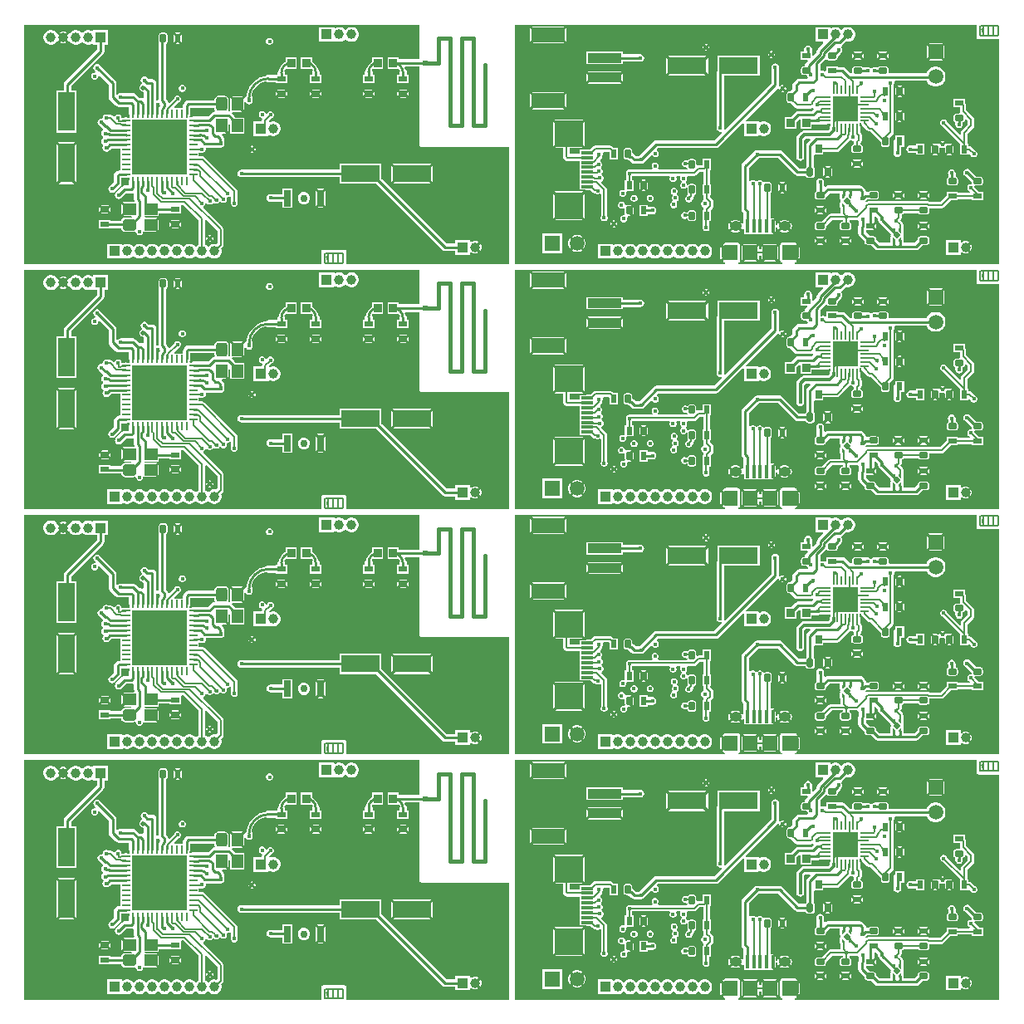
<source format=gtl>
G04*
G04 #@! TF.GenerationSoftware,Altium Limited,Altium Designer,21.0.9 (235)*
G04*
G04 Layer_Physical_Order=1*
G04 Layer_Color=255*
%FSLAX44Y44*%
%MOMM*%
G71*
G04*
G04 #@! TF.SameCoordinates,5DD7C229-C87D-40E0-AB69-EEC5175B06D6*
G04*
G04*
G04 #@! TF.FilePolarity,Positive*
G04*
G01*
G75*
%ADD10C,0.2540*%
%ADD11R,1.8000X4.0000*%
%ADD12R,0.9000X0.6000*%
G04:AMPARAMS|DCode=13|XSize=0.6mm|YSize=0.9mm|CornerRadius=0.15mm|HoleSize=0mm|Usage=FLASHONLY|Rotation=270.000|XOffset=0mm|YOffset=0mm|HoleType=Round|Shape=RoundedRectangle|*
%AMROUNDEDRECTD13*
21,1,0.6000,0.6000,0,0,270.0*
21,1,0.3000,0.9000,0,0,270.0*
1,1,0.3000,-0.3000,-0.1500*
1,1,0.3000,-0.3000,0.1500*
1,1,0.3000,0.3000,0.1500*
1,1,0.3000,0.3000,-0.1500*
%
%ADD13ROUNDEDRECTD13*%
%ADD14R,0.6000X0.9000*%
G04:AMPARAMS|DCode=15|XSize=0.6mm|YSize=0.9mm|CornerRadius=0.15mm|HoleSize=0mm|Usage=FLASHONLY|Rotation=0.000|XOffset=0mm|YOffset=0mm|HoleType=Round|Shape=RoundedRectangle|*
%AMROUNDEDRECTD15*
21,1,0.6000,0.6000,0,0,0.0*
21,1,0.3000,0.9000,0,0,0.0*
1,1,0.3000,0.1500,-0.3000*
1,1,0.3000,-0.1500,-0.3000*
1,1,0.3000,-0.1500,0.3000*
1,1,0.3000,0.1500,0.3000*
%
%ADD15ROUNDEDRECTD15*%
%ADD16R,5.6000X5.6000*%
%ADD17R,0.8500X0.2500*%
%ADD18R,0.2500X0.8500*%
%ADD19O,0.2500X0.8500*%
G04:AMPARAMS|DCode=20|XSize=0.65mm|YSize=0.95mm|CornerRadius=0.1625mm|HoleSize=0mm|Usage=FLASHONLY|Rotation=180.000|XOffset=0mm|YOffset=0mm|HoleType=Round|Shape=RoundedRectangle|*
%AMROUNDEDRECTD20*
21,1,0.6500,0.6250,0,0,180.0*
21,1,0.3250,0.9500,0,0,180.0*
1,1,0.3250,-0.1625,0.3125*
1,1,0.3250,0.1625,0.3125*
1,1,0.3250,0.1625,-0.3125*
1,1,0.3250,-0.1625,-0.3125*
%
%ADD20ROUNDEDRECTD20*%
%ADD21R,0.6500X0.9500*%
G04:AMPARAMS|DCode=22|XSize=0.2mm|YSize=0.85mm|CornerRadius=0.05mm|HoleSize=0mm|Usage=FLASHONLY|Rotation=180.000|XOffset=0mm|YOffset=0mm|HoleType=Round|Shape=RoundedRectangle|*
%AMROUNDEDRECTD22*
21,1,0.2000,0.7500,0,0,180.0*
21,1,0.1000,0.8500,0,0,180.0*
1,1,0.1000,-0.0500,0.3750*
1,1,0.1000,0.0500,0.3750*
1,1,0.1000,0.0500,-0.3750*
1,1,0.1000,-0.0500,-0.3750*
%
%ADD22ROUNDEDRECTD22*%
%ADD23R,0.2000X0.8500*%
%ADD24R,0.8500X0.2000*%
%ADD25R,2.6000X2.6000*%
%ADD26R,4.0000X1.8000*%
%ADD27R,0.2500X0.2200*%
%ADD28R,0.2500X0.2200*%
%ADD29P,0.6788X4X360.0*%
%ADD30R,0.8900X0.9400*%
%ADD31R,0.4000X1.3500*%
%ADD32R,1.5000X1.5500*%
%ADD33R,1.2000X0.3000*%
%ADD34R,3.0000X2.7000*%
%ADD35R,3.4000X1.5000*%
%ADD36R,3.5000X1.0000*%
%ADD37R,0.4800X0.4800*%
G04:AMPARAMS|DCode=38|XSize=1.2mm|YSize=1.4mm|CornerRadius=0.3mm|HoleSize=0mm|Usage=FLASHONLY|Rotation=90.000|XOffset=0mm|YOffset=0mm|HoleType=Round|Shape=RoundedRectangle|*
%AMROUNDEDRECTD38*
21,1,1.2000,0.8000,0,0,90.0*
21,1,0.6000,1.4000,0,0,90.0*
1,1,0.6000,0.4000,0.3000*
1,1,0.6000,0.4000,-0.3000*
1,1,0.6000,-0.4000,-0.3000*
1,1,0.6000,-0.4000,0.3000*
%
%ADD38ROUNDEDRECTD38*%
%ADD39R,1.4000X1.2000*%
G04:AMPARAMS|DCode=40|XSize=1.2mm|YSize=1.4mm|CornerRadius=0.3mm|HoleSize=0mm|Usage=FLASHONLY|Rotation=0.000|XOffset=0mm|YOffset=0mm|HoleType=Round|Shape=RoundedRectangle|*
%AMROUNDEDRECTD40*
21,1,1.2000,0.8000,0,0,0.0*
21,1,0.6000,1.4000,0,0,0.0*
1,1,0.6000,0.3000,-0.4000*
1,1,0.6000,-0.3000,-0.4000*
1,1,0.6000,-0.3000,0.4000*
1,1,0.6000,0.3000,0.4000*
%
%ADD40ROUNDEDRECTD40*%
%ADD41R,1.2000X1.4000*%
%ADD42R,0.8000X1.7000*%
%ADD43C,0.1270*%
%ADD44C,0.2000*%
%ADD45C,0.3000*%
%ADD46C,0.4000*%
%ADD47R,1.2000X1.5500*%
%ADD48R,1.2000X1.5500*%
%ADD49R,1.5000X1.5000*%
%ADD50C,1.5000*%
%ADD51R,1.0000X1.0000*%
%ADD52C,1.0000*%
%ADD53R,1.5000X1.5000*%
%ADD54O,1.2500X0.9500*%
%ADD55O,0.9000X1.5500*%
%ADD56C,0.7500*%
%ADD57C,0.4500*%
%ADD58C,0.5000*%
G36*
X1229496Y1239000D02*
X1228997D01*
Y1242175D01*
X1228992Y1242169D01*
X1228962Y1242145D01*
X1228927Y1242110D01*
X1228868Y1242069D01*
X1228804Y1242016D01*
X1228722Y1241957D01*
X1228628Y1241893D01*
X1228522Y1241828D01*
X1228516D01*
X1228511Y1241823D01*
X1228475Y1241799D01*
X1228417Y1241770D01*
X1228346Y1241734D01*
X1228264Y1241693D01*
X1228176Y1241652D01*
X1228088Y1241611D01*
X1228000Y1241576D01*
Y1242057D01*
X1228006D01*
X1228018Y1242069D01*
X1228041Y1242075D01*
X1228071Y1242092D01*
X1228106Y1242110D01*
X1228147Y1242133D01*
X1228247Y1242192D01*
X1228364Y1242257D01*
X1228481Y1242339D01*
X1228604Y1242433D01*
X1228728Y1242532D01*
X1228734Y1242538D01*
X1228739Y1242544D01*
X1228757Y1242562D01*
X1228780Y1242579D01*
X1228833Y1242638D01*
X1228904Y1242708D01*
X1228974Y1242791D01*
X1229050Y1242885D01*
X1229115Y1242978D01*
X1229174Y1243078D01*
X1229496D01*
Y1239000D01*
D02*
G37*
G36*
X655410Y1247000D02*
Y1211885D01*
X634570D01*
Y1213970D01*
X623130D01*
Y1202030D01*
X634570D01*
X635529Y1201280D01*
X635981Y1200189D01*
X635411Y1199337D01*
X635115Y1197850D01*
Y1195978D01*
X633230D01*
Y1187438D01*
X644770D01*
Y1195978D01*
X642885D01*
Y1197850D01*
X642589Y1199337D01*
X641747Y1200597D01*
X641244Y1200933D01*
X641213Y1201163D01*
X640428Y1203060D01*
X641133Y1204116D01*
X655410D01*
Y1125000D01*
X655608Y1124009D01*
X656169Y1123169D01*
X657009Y1122608D01*
X658000Y1122411D01*
X747000D01*
Y1003000D01*
X581590D01*
Y1015000D01*
X581393Y1015991D01*
X580831Y1016832D01*
X579991Y1017393D01*
X579000Y1017590D01*
X558000D01*
X557009Y1017393D01*
X556169Y1016832D01*
X555607Y1015991D01*
X555410Y1015000D01*
Y1003000D01*
X253000D01*
X253000Y1247000D01*
X655410Y1247000D01*
D02*
G37*
G36*
X1223410Y1247000D02*
Y1235000D01*
X1223607Y1234009D01*
X1224169Y1233169D01*
X1225009Y1232608D01*
X1226000Y1232411D01*
X1247000D01*
X1247000Y1003000D01*
X1038656D01*
X1038531Y1004270D01*
X1038996Y1004363D01*
X1039837Y1004924D01*
X1040398Y1005764D01*
X1040432Y1005936D01*
X1041083Y1006371D01*
X1037102Y1010352D01*
X1038898Y1012148D01*
X1042879Y1008167D01*
X1043435Y1008999D01*
X1043883Y1011250D01*
Y1017750D01*
X1043435Y1020002D01*
X1042879Y1020834D01*
X1038898Y1016852D01*
X1037102Y1018648D01*
X1041083Y1022630D01*
X1040434Y1023063D01*
X1040398Y1023247D01*
X1039837Y1024087D01*
X1038996Y1024648D01*
X1038005Y1024845D01*
X1026005D01*
X1025014Y1024648D01*
X1024174Y1024087D01*
X1023613Y1023247D01*
X1023416Y1022255D01*
Y1006756D01*
X1023613Y1005764D01*
X1024174Y1004924D01*
X1025014Y1004363D01*
X1025480Y1004270D01*
X1025355Y1003000D01*
X980656D01*
X980531Y1004270D01*
X980996Y1004363D01*
X981836Y1004924D01*
X982398Y1005764D01*
X982595Y1006755D01*
Y1022255D01*
X982398Y1023246D01*
X981836Y1024087D01*
X980996Y1024648D01*
X980005Y1024845D01*
X968005D01*
X967014Y1024648D01*
X966174Y1024087D01*
X965612Y1023246D01*
X965577Y1023071D01*
X964917Y1022630D01*
X968898Y1018648D01*
X967102Y1016852D01*
X963121Y1020834D01*
X962565Y1020002D01*
X962117Y1017750D01*
Y1011250D01*
X962565Y1008999D01*
X963121Y1008167D01*
X967102Y1012148D01*
X968898Y1010352D01*
X964917Y1006371D01*
X965580Y1005928D01*
X965612Y1005764D01*
X966174Y1004924D01*
X967014Y1004363D01*
X967479Y1004270D01*
X967354Y1003000D01*
X753000D01*
X753000Y1247000D01*
X1223410Y1247000D01*
D02*
G37*
G36*
X561496Y1007000D02*
X560998D01*
Y1010174D01*
X560992Y1010169D01*
X560962Y1010145D01*
X560927Y1010110D01*
X560868Y1010069D01*
X560804Y1010016D01*
X560722Y1009957D01*
X560628Y1009893D01*
X560522Y1009828D01*
X560516D01*
X560511Y1009822D01*
X560475Y1009799D01*
X560417Y1009770D01*
X560346Y1009734D01*
X560264Y1009693D01*
X560176Y1009652D01*
X560088Y1009611D01*
X560000Y1009576D01*
Y1010057D01*
X560006D01*
X560018Y1010069D01*
X560041Y1010075D01*
X560070Y1010092D01*
X560106Y1010110D01*
X560147Y1010133D01*
X560247Y1010192D01*
X560364Y1010257D01*
X560481Y1010339D01*
X560604Y1010433D01*
X560728Y1010532D01*
X560733Y1010538D01*
X560739Y1010544D01*
X560757Y1010562D01*
X560780Y1010579D01*
X560833Y1010638D01*
X560904Y1010708D01*
X560974Y1010791D01*
X561050Y1010884D01*
X561115Y1010978D01*
X561174Y1011078D01*
X561496D01*
Y1007000D01*
D02*
G37*
G36*
X1229496Y989000D02*
X1228997D01*
Y992174D01*
X1228992Y992169D01*
X1228962Y992145D01*
X1228927Y992110D01*
X1228868Y992069D01*
X1228804Y992016D01*
X1228722Y991957D01*
X1228628Y991893D01*
X1228522Y991828D01*
X1228516D01*
X1228511Y991822D01*
X1228475Y991799D01*
X1228417Y991770D01*
X1228346Y991734D01*
X1228264Y991693D01*
X1228176Y991652D01*
X1228088Y991611D01*
X1228000Y991576D01*
Y992057D01*
X1228006D01*
X1228018Y992069D01*
X1228041Y992075D01*
X1228071Y992092D01*
X1228106Y992110D01*
X1228147Y992133D01*
X1228247Y992192D01*
X1228364Y992257D01*
X1228481Y992339D01*
X1228604Y992433D01*
X1228728Y992532D01*
X1228734Y992538D01*
X1228739Y992544D01*
X1228757Y992562D01*
X1228780Y992579D01*
X1228833Y992638D01*
X1228904Y992708D01*
X1228974Y992791D01*
X1229050Y992884D01*
X1229115Y992978D01*
X1229174Y993078D01*
X1229496D01*
Y989000D01*
D02*
G37*
G36*
X655410Y997000D02*
Y961885D01*
X634570D01*
Y963970D01*
X623130D01*
Y952030D01*
X634570D01*
X635529Y951280D01*
X635981Y950189D01*
X635411Y949337D01*
X635115Y947850D01*
Y945978D01*
X633230D01*
Y937438D01*
X644770D01*
Y945978D01*
X642885D01*
Y947850D01*
X642589Y949337D01*
X641747Y950597D01*
X641244Y950933D01*
X641213Y951163D01*
X640428Y953060D01*
X641133Y954116D01*
X655410D01*
Y875000D01*
X655608Y874009D01*
X656169Y873169D01*
X657009Y872608D01*
X658000Y872410D01*
X747000D01*
Y753000D01*
X581590D01*
Y765000D01*
X581393Y765991D01*
X580831Y766831D01*
X579991Y767393D01*
X579000Y767590D01*
X558000D01*
X557009Y767393D01*
X556169Y766831D01*
X555607Y765991D01*
X555410Y765000D01*
Y753000D01*
X253000D01*
X253000Y997000D01*
X655410Y997000D01*
D02*
G37*
G36*
X1223410Y997000D02*
Y985000D01*
X1223607Y984009D01*
X1224169Y983169D01*
X1225009Y982608D01*
X1226000Y982410D01*
X1247000D01*
X1247000Y753000D01*
X1038656D01*
X1038531Y754270D01*
X1038996Y754363D01*
X1039837Y754924D01*
X1040398Y755764D01*
X1040432Y755936D01*
X1041083Y756371D01*
X1037102Y760352D01*
X1038898Y762148D01*
X1042879Y758167D01*
X1043435Y758999D01*
X1043883Y761250D01*
Y767750D01*
X1043435Y770002D01*
X1042879Y770833D01*
X1038898Y766852D01*
X1037102Y768648D01*
X1041083Y772629D01*
X1040434Y773063D01*
X1040398Y773247D01*
X1039837Y774087D01*
X1038996Y774648D01*
X1038005Y774845D01*
X1026005D01*
X1025014Y774648D01*
X1024174Y774087D01*
X1023613Y773247D01*
X1023416Y772255D01*
Y756755D01*
X1023613Y755764D01*
X1024174Y754924D01*
X1025014Y754363D01*
X1025480Y754270D01*
X1025355Y753000D01*
X980656D01*
X980531Y754270D01*
X980996Y754363D01*
X981836Y754924D01*
X982398Y755764D01*
X982595Y756755D01*
Y772255D01*
X982398Y773246D01*
X981836Y774087D01*
X980996Y774648D01*
X980005Y774845D01*
X968005D01*
X967014Y774648D01*
X966174Y774087D01*
X965612Y773246D01*
X965577Y773071D01*
X964917Y772629D01*
X968898Y768648D01*
X967102Y766852D01*
X963121Y770834D01*
X962565Y770002D01*
X962117Y767750D01*
Y761250D01*
X962565Y758999D01*
X963121Y758167D01*
X967102Y762148D01*
X968898Y760352D01*
X964917Y756371D01*
X965580Y755928D01*
X965612Y755764D01*
X966174Y754924D01*
X967014Y754363D01*
X967479Y754270D01*
X967354Y753000D01*
X753000D01*
X753000Y997000D01*
X1223410Y997000D01*
D02*
G37*
G36*
X561496Y757000D02*
X560998D01*
Y760174D01*
X560992Y760169D01*
X560962Y760145D01*
X560927Y760110D01*
X560868Y760069D01*
X560804Y760016D01*
X560722Y759957D01*
X560628Y759893D01*
X560522Y759828D01*
X560516D01*
X560511Y759822D01*
X560475Y759799D01*
X560417Y759770D01*
X560346Y759734D01*
X560264Y759693D01*
X560176Y759652D01*
X560088Y759611D01*
X560000Y759576D01*
Y760057D01*
X560006D01*
X560018Y760069D01*
X560041Y760075D01*
X560070Y760092D01*
X560106Y760110D01*
X560147Y760133D01*
X560247Y760192D01*
X560364Y760257D01*
X560481Y760339D01*
X560604Y760433D01*
X560728Y760532D01*
X560733Y760538D01*
X560739Y760544D01*
X560757Y760562D01*
X560780Y760579D01*
X560833Y760638D01*
X560904Y760708D01*
X560974Y760790D01*
X561050Y760884D01*
X561115Y760978D01*
X561174Y761078D01*
X561496D01*
Y757000D01*
D02*
G37*
G36*
X1229496Y739000D02*
X1228997D01*
Y742174D01*
X1228992Y742169D01*
X1228962Y742145D01*
X1228927Y742110D01*
X1228868Y742069D01*
X1228804Y742016D01*
X1228722Y741957D01*
X1228628Y741893D01*
X1228522Y741828D01*
X1228516D01*
X1228511Y741822D01*
X1228475Y741799D01*
X1228417Y741769D01*
X1228346Y741734D01*
X1228264Y741693D01*
X1228176Y741652D01*
X1228088Y741611D01*
X1228000Y741576D01*
Y742057D01*
X1228006D01*
X1228018Y742069D01*
X1228041Y742075D01*
X1228071Y742092D01*
X1228106Y742110D01*
X1228147Y742133D01*
X1228247Y742192D01*
X1228364Y742256D01*
X1228481Y742339D01*
X1228604Y742433D01*
X1228728Y742532D01*
X1228734Y742538D01*
X1228739Y742544D01*
X1228757Y742562D01*
X1228780Y742579D01*
X1228833Y742638D01*
X1228904Y742708D01*
X1228974Y742791D01*
X1229050Y742884D01*
X1229115Y742978D01*
X1229174Y743078D01*
X1229496D01*
Y739000D01*
D02*
G37*
G36*
X655410Y747000D02*
Y711885D01*
X634570D01*
Y713970D01*
X623130D01*
Y702030D01*
X634570D01*
X635529Y701279D01*
X635981Y700189D01*
X635411Y699337D01*
X635115Y697850D01*
Y695978D01*
X633230D01*
Y687438D01*
X644770D01*
Y695978D01*
X642885D01*
Y697850D01*
X642589Y699337D01*
X641747Y700597D01*
X641244Y700933D01*
X641213Y701163D01*
X640428Y703059D01*
X641133Y704116D01*
X655410D01*
Y625000D01*
X655608Y624009D01*
X656169Y623169D01*
X657009Y622607D01*
X658000Y622410D01*
X747000D01*
Y503000D01*
X581590D01*
Y515000D01*
X581393Y515991D01*
X580831Y516831D01*
X579991Y517393D01*
X579000Y517590D01*
X558000D01*
X557009Y517393D01*
X556169Y516831D01*
X555607Y515991D01*
X555410Y515000D01*
Y503000D01*
X253000D01*
X253000Y747000D01*
X655410Y747000D01*
D02*
G37*
G36*
X1223410Y747000D02*
Y735000D01*
X1223607Y734009D01*
X1224169Y733169D01*
X1225009Y732607D01*
X1226000Y732410D01*
X1247000D01*
X1247000Y503000D01*
X1038656D01*
X1038531Y504270D01*
X1038996Y504363D01*
X1039837Y504924D01*
X1040398Y505764D01*
X1040432Y505936D01*
X1041083Y506371D01*
X1037102Y510352D01*
X1038898Y512148D01*
X1042879Y508167D01*
X1043435Y508999D01*
X1043883Y511250D01*
Y517750D01*
X1043435Y520001D01*
X1042879Y520833D01*
X1038898Y516852D01*
X1037102Y518648D01*
X1041083Y522629D01*
X1040434Y523063D01*
X1040398Y523246D01*
X1039837Y524087D01*
X1038996Y524648D01*
X1038005Y524845D01*
X1026005D01*
X1025014Y524648D01*
X1024174Y524087D01*
X1023613Y523246D01*
X1023416Y522255D01*
Y506755D01*
X1023613Y505764D01*
X1024174Y504924D01*
X1025014Y504363D01*
X1025480Y504270D01*
X1025355Y503000D01*
X980656D01*
X980531Y504270D01*
X980996Y504363D01*
X981836Y504924D01*
X982398Y505764D01*
X982595Y506755D01*
Y522255D01*
X982398Y523246D01*
X981836Y524086D01*
X980996Y524648D01*
X980005Y524845D01*
X968005D01*
X967014Y524648D01*
X966174Y524086D01*
X965612Y523246D01*
X965577Y523071D01*
X964917Y522630D01*
X968898Y518648D01*
X967102Y516852D01*
X963121Y520833D01*
X962565Y520001D01*
X962117Y517750D01*
Y511250D01*
X962565Y508999D01*
X963121Y508167D01*
X967102Y512148D01*
X968898Y510352D01*
X964917Y506371D01*
X965580Y505928D01*
X965612Y505764D01*
X966174Y504924D01*
X967014Y504363D01*
X967479Y504270D01*
X967354Y503000D01*
X753000D01*
X753000Y747000D01*
X1223410Y747000D01*
D02*
G37*
G36*
X561496Y507000D02*
X560998D01*
Y510174D01*
X560992Y510168D01*
X560962Y510145D01*
X560927Y510110D01*
X560868Y510069D01*
X560804Y510016D01*
X560722Y509957D01*
X560628Y509893D01*
X560522Y509828D01*
X560516D01*
X560511Y509822D01*
X560475Y509799D01*
X560417Y509770D01*
X560346Y509734D01*
X560264Y509693D01*
X560176Y509652D01*
X560088Y509611D01*
X560000Y509576D01*
Y510057D01*
X560006D01*
X560018Y510069D01*
X560041Y510075D01*
X560070Y510092D01*
X560106Y510110D01*
X560147Y510133D01*
X560247Y510192D01*
X560364Y510257D01*
X560481Y510339D01*
X560604Y510433D01*
X560728Y510532D01*
X560733Y510538D01*
X560739Y510544D01*
X560757Y510562D01*
X560780Y510579D01*
X560833Y510638D01*
X560904Y510708D01*
X560974Y510790D01*
X561050Y510884D01*
X561115Y510978D01*
X561174Y511078D01*
X561496D01*
Y507000D01*
D02*
G37*
G36*
X1229496Y489000D02*
X1228997D01*
Y492174D01*
X1228992Y492169D01*
X1228962Y492145D01*
X1228927Y492110D01*
X1228868Y492069D01*
X1228804Y492016D01*
X1228722Y491957D01*
X1228628Y491893D01*
X1228522Y491828D01*
X1228516D01*
X1228511Y491822D01*
X1228475Y491799D01*
X1228417Y491769D01*
X1228346Y491734D01*
X1228264Y491693D01*
X1228176Y491652D01*
X1228088Y491611D01*
X1228000Y491576D01*
Y492057D01*
X1228006D01*
X1228018Y492069D01*
X1228041Y492075D01*
X1228071Y492092D01*
X1228106Y492110D01*
X1228147Y492133D01*
X1228247Y492192D01*
X1228364Y492257D01*
X1228481Y492339D01*
X1228604Y492433D01*
X1228728Y492532D01*
X1228734Y492538D01*
X1228739Y492544D01*
X1228757Y492562D01*
X1228780Y492579D01*
X1228833Y492638D01*
X1228904Y492708D01*
X1228974Y492790D01*
X1229050Y492884D01*
X1229115Y492978D01*
X1229174Y493078D01*
X1229496D01*
Y489000D01*
D02*
G37*
G36*
X655410Y497000D02*
Y461885D01*
X634570D01*
Y463970D01*
X623130D01*
Y452030D01*
X634570D01*
X635529Y451279D01*
X635981Y450189D01*
X635411Y449337D01*
X635115Y447850D01*
Y445978D01*
X633230D01*
Y437438D01*
X644770D01*
Y445978D01*
X642885D01*
Y447850D01*
X642589Y449337D01*
X641747Y450597D01*
X641244Y450933D01*
X641213Y451163D01*
X640428Y453059D01*
X641133Y454115D01*
X655410D01*
Y375000D01*
X655608Y374009D01*
X656169Y373169D01*
X657009Y372607D01*
X658000Y372410D01*
X747000D01*
Y253000D01*
X581590D01*
Y265000D01*
X581393Y265991D01*
X580831Y266831D01*
X579991Y267393D01*
X579000Y267590D01*
X558000D01*
X557009Y267393D01*
X556169Y266831D01*
X555607Y265991D01*
X555410Y265000D01*
Y253000D01*
X253000D01*
X253000Y497000D01*
X655410Y497000D01*
D02*
G37*
G36*
X1223410Y497000D02*
Y485000D01*
X1223607Y484009D01*
X1224169Y483169D01*
X1225009Y482607D01*
X1226000Y482410D01*
X1247000D01*
X1247000Y253000D01*
X1038656D01*
X1038531Y254270D01*
X1038996Y254363D01*
X1039837Y254924D01*
X1040398Y255764D01*
X1040432Y255936D01*
X1041083Y256371D01*
X1037102Y260352D01*
X1038898Y262148D01*
X1042879Y258167D01*
X1043435Y258999D01*
X1043883Y261250D01*
Y267750D01*
X1043435Y270001D01*
X1042879Y270833D01*
X1038898Y266852D01*
X1037102Y268648D01*
X1041083Y272629D01*
X1040434Y273063D01*
X1040398Y273246D01*
X1039837Y274086D01*
X1038996Y274648D01*
X1038005Y274845D01*
X1026005D01*
X1025014Y274648D01*
X1024174Y274086D01*
X1023613Y273246D01*
X1023416Y272255D01*
Y256755D01*
X1023613Y255764D01*
X1024174Y254924D01*
X1025014Y254363D01*
X1025480Y254270D01*
X1025355Y253000D01*
X980656D01*
X980531Y254270D01*
X980996Y254363D01*
X981836Y254924D01*
X982398Y255764D01*
X982595Y256755D01*
Y272255D01*
X982398Y273246D01*
X981836Y274086D01*
X980996Y274648D01*
X980005Y274845D01*
X968005D01*
X967014Y274648D01*
X966174Y274086D01*
X965612Y273246D01*
X965577Y273071D01*
X964917Y272629D01*
X968898Y268648D01*
X967102Y266852D01*
X963121Y270833D01*
X962565Y270001D01*
X962117Y267750D01*
Y261250D01*
X962565Y258999D01*
X963121Y258167D01*
X967102Y262148D01*
X968898Y260352D01*
X964917Y256371D01*
X965580Y255928D01*
X965612Y255764D01*
X966174Y254924D01*
X967014Y254363D01*
X967479Y254270D01*
X967354Y253000D01*
X753000D01*
X753000Y497000D01*
X1223410Y497000D01*
D02*
G37*
G36*
X561496Y257000D02*
X560998D01*
Y260174D01*
X560992Y260168D01*
X560962Y260145D01*
X560927Y260110D01*
X560868Y260069D01*
X560804Y260016D01*
X560722Y259957D01*
X560628Y259893D01*
X560522Y259828D01*
X560516D01*
X560511Y259822D01*
X560475Y259799D01*
X560417Y259769D01*
X560346Y259734D01*
X560264Y259693D01*
X560176Y259652D01*
X560088Y259611D01*
X560000Y259576D01*
Y260057D01*
X560006D01*
X560018Y260069D01*
X560041Y260075D01*
X560070Y260092D01*
X560106Y260110D01*
X560147Y260133D01*
X560247Y260192D01*
X560364Y260257D01*
X560481Y260339D01*
X560604Y260432D01*
X560728Y260532D01*
X560733Y260538D01*
X560739Y260544D01*
X560757Y260562D01*
X560780Y260579D01*
X560833Y260638D01*
X560904Y260708D01*
X560974Y260790D01*
X561050Y260884D01*
X561115Y260978D01*
X561174Y261078D01*
X561496D01*
Y257000D01*
D02*
G37*
%LPC*%
G36*
X587393Y1244540D02*
X585407D01*
X583490Y1244026D01*
X581770Y1243034D01*
X580895Y1242158D01*
X580050Y1241774D01*
X579205Y1242158D01*
X578330Y1243034D01*
X576610Y1244026D01*
X574693Y1244540D01*
X572707D01*
X570790Y1244026D01*
X569810Y1243461D01*
X568540Y1244194D01*
Y1244540D01*
X553460D01*
Y1229460D01*
X568540D01*
Y1229806D01*
X569810Y1230540D01*
X570790Y1229974D01*
X572707Y1229460D01*
X574693D01*
X576610Y1229974D01*
X578330Y1230967D01*
X579205Y1231842D01*
X580050Y1232227D01*
X580895Y1231842D01*
X581770Y1230967D01*
X583490Y1229974D01*
X585407Y1229460D01*
X587393D01*
X589310Y1229974D01*
X591030Y1230967D01*
X592434Y1232371D01*
X593426Y1234090D01*
X593940Y1236008D01*
Y1237993D01*
X593426Y1239911D01*
X592434Y1241630D01*
X591030Y1243034D01*
X589310Y1244026D01*
X587393Y1244540D01*
D02*
G37*
G36*
X338240Y1241540D02*
X323160D01*
Y1241194D01*
X321890Y1240461D01*
X320910Y1241026D01*
X318993Y1241540D01*
X317007D01*
X315090Y1241026D01*
X313370Y1240034D01*
X312495Y1239158D01*
X311650Y1238774D01*
X310805Y1239158D01*
X309930Y1240034D01*
X308210Y1241026D01*
X306293Y1241540D01*
X304307D01*
X302390Y1241026D01*
X300670Y1240034D01*
X299267Y1238630D01*
X298985Y1238142D01*
X298899Y1238095D01*
X298468Y1238073D01*
X294396Y1234000D01*
X298468Y1229928D01*
X298899Y1229906D01*
X298985Y1229859D01*
X299267Y1229371D01*
X300670Y1227967D01*
X302390Y1226974D01*
X304307Y1226460D01*
X306293D01*
X308210Y1226974D01*
X309930Y1227967D01*
X310805Y1228842D01*
X311650Y1229227D01*
X312495Y1228842D01*
X313370Y1227967D01*
X315090Y1226974D01*
X317007Y1226460D01*
X318993D01*
X320910Y1226974D01*
X321890Y1227540D01*
X323160Y1226806D01*
Y1226460D01*
X326815D01*
Y1221309D01*
X294253Y1188747D01*
X293411Y1187487D01*
X293115Y1186000D01*
Y1179520D01*
X285730D01*
Y1136980D01*
X306270D01*
Y1179520D01*
X300885D01*
Y1184391D01*
X333447Y1216953D01*
X334289Y1218214D01*
X334585Y1219700D01*
Y1226460D01*
X338240D01*
Y1241540D01*
D02*
G37*
G36*
X411974Y1238770D02*
X407026D01*
X409500Y1236296D01*
X411974Y1238770D01*
D02*
G37*
G36*
X293847Y1240270D02*
X291353D01*
X289071Y1239325D01*
X292600Y1235796D01*
X296129Y1239325D01*
X293847Y1240270D01*
D02*
G37*
G36*
X405230Y1236974D02*
Y1229026D01*
X408602Y1232398D01*
X409500Y1231500D01*
X410398Y1232398D01*
X413770Y1229026D01*
Y1236974D01*
X410398Y1233602D01*
X409500Y1234500D01*
X408602Y1233602D01*
X405230Y1236974D01*
D02*
G37*
G36*
X292600Y1232204D02*
X289071Y1228675D01*
X291353Y1227730D01*
X293847D01*
X296129Y1228675D01*
X292600Y1232204D01*
D02*
G37*
G36*
X409500Y1229704D02*
X407026Y1227230D01*
X411974D01*
X409500Y1229704D01*
D02*
G37*
G36*
X503700Y1233520D02*
X502300D01*
X501006Y1232984D01*
X500016Y1231994D01*
X499480Y1230700D01*
Y1229300D01*
X500016Y1228006D01*
X501006Y1227016D01*
X502300Y1226480D01*
X503700D01*
X504994Y1227016D01*
X505984Y1228006D01*
X506520Y1229300D01*
Y1230700D01*
X505984Y1231994D01*
X504994Y1232984D01*
X503700Y1233520D01*
D02*
G37*
G36*
X280893Y1241540D02*
X278908D01*
X276990Y1241026D01*
X275271Y1240034D01*
X273867Y1238630D01*
X272874Y1236911D01*
X272360Y1234993D01*
Y1233008D01*
X272874Y1231090D01*
X273867Y1229371D01*
X275271Y1227967D01*
X276990Y1226974D01*
X278908Y1226460D01*
X280893D01*
X282810Y1226974D01*
X284530Y1227967D01*
X285934Y1229371D01*
X286215Y1229859D01*
X286301Y1229906D01*
X286732Y1229928D01*
X290804Y1234000D01*
X286732Y1238073D01*
X286301Y1238095D01*
X286215Y1238142D01*
X285934Y1238630D01*
X284530Y1240034D01*
X282810Y1241026D01*
X280893Y1241540D01*
D02*
G37*
G36*
X618870Y1213970D02*
X607430D01*
Y1209134D01*
X607255Y1209061D01*
X604813Y1207188D01*
X602939Y1204746D01*
X601781Y1201949D01*
X601253Y1201597D01*
X600411Y1200337D01*
X600115Y1198850D01*
Y1195978D01*
X598230D01*
Y1187438D01*
X609770D01*
Y1195978D01*
X607885D01*
Y1198850D01*
X607589Y1200337D01*
X607251Y1200843D01*
X607810Y1202030D01*
X618870D01*
Y1213970D01*
D02*
G37*
G36*
X546420D02*
X534980D01*
Y1202030D01*
X546405D01*
X546937Y1200975D01*
X546411Y1200187D01*
X546115Y1198700D01*
Y1195978D01*
X544230D01*
Y1187438D01*
X555770D01*
Y1195978D01*
X553885D01*
Y1198700D01*
X553589Y1200187D01*
X552747Y1201447D01*
X552236Y1201789D01*
X552235Y1201791D01*
X551042Y1204671D01*
X549145Y1207145D01*
X546671Y1209043D01*
X546420Y1209146D01*
Y1213970D01*
D02*
G37*
G36*
X414700Y1185520D02*
X413300D01*
X412006Y1184984D01*
X411016Y1183994D01*
X410480Y1182700D01*
Y1181300D01*
X411016Y1180006D01*
X412006Y1179016D01*
X413300Y1178480D01*
X414700D01*
X415994Y1179016D01*
X416984Y1180006D01*
X417520Y1181300D01*
Y1182700D01*
X416984Y1183994D01*
X415994Y1184984D01*
X414700Y1185520D01*
D02*
G37*
G36*
X520654Y1179065D02*
X518296Y1176708D01*
X520654Y1174350D01*
X520824Y1175208D01*
Y1178208D01*
X520654Y1179065D01*
D02*
G37*
G36*
X644654D02*
X642296Y1176708D01*
X644654Y1174350D01*
X644824Y1175208D01*
Y1178208D01*
X644654Y1179065D01*
D02*
G37*
G36*
X555654Y1179065D02*
X553296Y1176708D01*
X555654Y1174350D01*
X555824Y1175208D01*
Y1178208D01*
X555654Y1179065D01*
D02*
G37*
G36*
X509346Y1179065D02*
X509176Y1178208D01*
Y1175208D01*
X509346Y1174350D01*
X511704Y1176708D01*
X509346Y1179065D01*
D02*
G37*
G36*
X633346D02*
X633176Y1178208D01*
Y1175208D01*
X633346Y1174350D01*
X635704Y1176708D01*
X633346Y1179065D01*
D02*
G37*
G36*
X609654Y1179065D02*
X607296Y1176708D01*
X609654Y1174350D01*
X609824Y1175208D01*
Y1178208D01*
X609654Y1179065D01*
D02*
G37*
G36*
X544346Y1179065D02*
X544176Y1178208D01*
Y1175208D01*
X544346Y1174350D01*
X546704Y1176708D01*
X544346Y1179065D01*
D02*
G37*
G36*
X598346Y1179065D02*
X598176Y1178208D01*
Y1175208D01*
X598346Y1174350D01*
X600704Y1176708D01*
X598346Y1179065D01*
D02*
G37*
G36*
X642000Y1181032D02*
X636000D01*
X635143Y1180861D01*
X638398Y1177606D01*
X637500Y1176708D01*
X638398Y1175810D01*
X635142Y1172554D01*
X636000Y1172383D01*
X642000D01*
X642858Y1172554D01*
X639602Y1175810D01*
X640500Y1176708D01*
X639602Y1177606D01*
X642858Y1180861D01*
X642000Y1181032D01*
D02*
G37*
G36*
X553000D02*
X547000D01*
X546143Y1180861D01*
X549398Y1177606D01*
X548500Y1176708D01*
X549398Y1175810D01*
X546143Y1172554D01*
X547000Y1172383D01*
X553000D01*
X553858Y1172554D01*
X550602Y1175810D01*
X551500Y1176708D01*
X550602Y1177606D01*
X553858Y1180861D01*
X553000Y1181032D01*
D02*
G37*
G36*
X518000D02*
X512000D01*
X511143Y1180861D01*
X514398Y1177606D01*
X513500Y1176708D01*
X514398Y1175810D01*
X511142Y1172554D01*
X512000Y1172383D01*
X518000D01*
X518858Y1172554D01*
X515602Y1175810D01*
X516500Y1176708D01*
X515602Y1177606D01*
X518858Y1180861D01*
X518000Y1181032D01*
D02*
G37*
G36*
X607000Y1181032D02*
X601000D01*
X600142Y1180861D01*
X603398Y1177606D01*
X602500Y1176708D01*
X603398Y1175810D01*
X600143Y1172554D01*
X601000Y1172383D01*
X607000D01*
X607858Y1172554D01*
X604602Y1175810D01*
X605500Y1176708D01*
X604602Y1177606D01*
X607858Y1180861D01*
X607000Y1181032D01*
D02*
G37*
G36*
X396000Y1238824D02*
X393000D01*
X391919Y1238609D01*
X391003Y1237997D01*
X390391Y1237081D01*
X390176Y1236000D01*
Y1233873D01*
X389931Y1233507D01*
X389635Y1232020D01*
Y1170430D01*
X389480Y1170121D01*
X388532Y1169922D01*
X387385Y1170856D01*
Y1187500D01*
X387089Y1188987D01*
X386247Y1190247D01*
X384987Y1191089D01*
X383500Y1191385D01*
X379695D01*
X378049Y1193031D01*
X376789Y1193873D01*
X375303Y1194169D01*
X373816Y1193873D01*
X372556Y1193031D01*
X371714Y1191770D01*
X371418Y1190284D01*
X371714Y1188797D01*
X372556Y1187537D01*
X372609Y1187484D01*
X372612Y1187108D01*
X372312Y1185985D01*
X372132Y1185865D01*
X371972Y1185799D01*
X371849Y1185676D01*
X371361Y1185350D01*
X371034Y1184861D01*
X370911Y1184738D01*
X370845Y1184578D01*
X370518Y1184089D01*
X370404Y1183513D01*
X370337Y1183353D01*
Y1183179D01*
X370223Y1182603D01*
X370337Y1182026D01*
Y1181853D01*
X370404Y1181693D01*
X370518Y1181116D01*
X370845Y1180628D01*
X370911Y1180467D01*
X371034Y1180344D01*
X371361Y1179856D01*
X371849Y1179529D01*
X371972Y1179407D01*
X372132Y1179340D01*
X372621Y1179014D01*
X373197Y1178899D01*
X373358Y1178833D01*
X373531D01*
X373709Y1178797D01*
X374616Y1177891D01*
Y1172528D01*
X373345Y1171850D01*
X372987Y1172089D01*
X371500Y1172385D01*
X370109D01*
X366462Y1176032D01*
X365202Y1176874D01*
X363715Y1177170D01*
X351285D01*
X349799Y1176874D01*
X348538Y1176032D01*
X348155Y1175458D01*
X346885Y1175843D01*
Y1187000D01*
X346589Y1188487D01*
X345747Y1189747D01*
X329747Y1205747D01*
X328487Y1206589D01*
X327000Y1206885D01*
X325513Y1206589D01*
X324253Y1205747D01*
X323411Y1204487D01*
X323115Y1203000D01*
X323411Y1201514D01*
X324253Y1200253D01*
X325393Y1199114D01*
X324856Y1197855D01*
X323965D01*
X322671Y1197319D01*
X321681Y1196329D01*
X321145Y1195035D01*
Y1193635D01*
X321681Y1192341D01*
X322671Y1191351D01*
X323965Y1190815D01*
X325365D01*
X326659Y1191351D01*
X327649Y1192341D01*
X328185Y1193635D01*
Y1194525D01*
X329444Y1195063D01*
X339115Y1185391D01*
Y1173000D01*
X339411Y1171514D01*
X340253Y1170253D01*
X346253Y1164253D01*
X347514Y1163411D01*
X349000Y1163116D01*
X359616D01*
Y1156250D01*
X359911Y1154764D01*
X360548Y1153810D01*
X360460Y1152540D01*
X359406Y1152020D01*
X358694D01*
X357989Y1152491D01*
X356750Y1152737D01*
X355511Y1152491D01*
X354960Y1152122D01*
X352080D01*
Y1152773D01*
X351544Y1154066D01*
X350554Y1155056D01*
X349260Y1155592D01*
X347860D01*
X346566Y1155056D01*
X345576Y1154066D01*
X345358Y1153539D01*
X343867Y1153234D01*
X342775Y1154325D01*
X341725Y1155027D01*
X340486Y1155274D01*
X338050D01*
X337140Y1155650D01*
X335740D01*
X334446Y1155115D01*
X333456Y1154124D01*
X332920Y1152831D01*
Y1152261D01*
X331745Y1151200D01*
X331645Y1151220D01*
X331285D01*
X329799Y1150924D01*
X328539Y1150082D01*
X327696Y1148822D01*
X327401Y1147335D01*
X327696Y1145849D01*
X328539Y1144589D01*
X329623Y1143864D01*
X332850Y1140637D01*
X332928Y1139935D01*
X332812Y1139084D01*
X332596Y1138940D01*
X331754Y1137680D01*
X331459Y1136193D01*
X331754Y1134707D01*
X332596Y1133446D01*
X332971Y1133071D01*
X333176Y1132935D01*
X333138Y1131432D01*
X332515Y1131016D01*
X331673Y1129756D01*
X331377Y1128269D01*
X331673Y1126782D01*
X332515Y1125522D01*
X333044Y1125169D01*
X333602Y1124228D01*
X333346Y1123556D01*
X332851Y1122815D01*
X332556Y1121328D01*
X332851Y1119842D01*
X333693Y1118581D01*
X334953Y1117739D01*
X336440Y1117444D01*
X336970D01*
X338457Y1117739D01*
X339717Y1118581D01*
X341752Y1120616D01*
X351230D01*
Y1117020D01*
X351230D01*
Y1106980D01*
Y1098385D01*
X349500D01*
X348013Y1098089D01*
X346753Y1097247D01*
X345253Y1095747D01*
X344411Y1094487D01*
X344115Y1093000D01*
Y1086609D01*
X339753Y1082247D01*
X338911Y1080987D01*
X338615Y1079500D01*
X338911Y1078014D01*
X339753Y1076753D01*
X341013Y1075911D01*
X342500Y1075616D01*
X343987Y1075911D01*
X345247Y1076753D01*
X350747Y1082253D01*
X351589Y1083514D01*
X351885Y1085000D01*
Y1090616D01*
X356750D01*
X358237Y1090911D01*
X359190Y1091548D01*
X360460Y1091460D01*
X360548Y1090190D01*
X359911Y1089237D01*
X359616Y1087750D01*
Y1082885D01*
X355000D01*
X353513Y1082589D01*
X352253Y1081747D01*
X346253Y1075747D01*
X345411Y1074487D01*
X345115Y1073000D01*
X345411Y1071514D01*
X346253Y1070253D01*
X347514Y1069411D01*
X349000Y1069116D01*
X350487Y1069411D01*
X351747Y1070253D01*
X356609Y1075116D01*
X362012D01*
X363345Y1075381D01*
X363808Y1075246D01*
X364616Y1074814D01*
Y1069093D01*
X364911Y1067606D01*
X364955Y1067540D01*
X364277Y1066270D01*
X353526D01*
X359898Y1059898D01*
X359000Y1059000D01*
X359898Y1058102D01*
X353526Y1051730D01*
X361789D01*
X362468Y1050460D01*
X362397Y1050354D01*
X356000D01*
X354334Y1050023D01*
X352922Y1049079D01*
X351978Y1047666D01*
X351872Y1047135D01*
X340770D01*
Y1047770D01*
X329230D01*
Y1039230D01*
X340770D01*
Y1039366D01*
X351773D01*
X351978Y1038334D01*
X352922Y1036922D01*
X354334Y1035978D01*
X356000Y1035647D01*
X364000D01*
X365632Y1035971D01*
X365668Y1035977D01*
X366902Y1035276D01*
Y1034891D01*
X367438Y1033597D01*
X368428Y1032607D01*
X369722Y1032071D01*
X371122D01*
X372416Y1032607D01*
X373406Y1033597D01*
X373942Y1034891D01*
Y1035730D01*
X388474D01*
X382102Y1042102D01*
X383000Y1043000D01*
X382102Y1043898D01*
X388474Y1050270D01*
X376041D01*
X375237Y1051540D01*
X375327Y1051730D01*
X390270D01*
Y1054616D01*
X401023D01*
Y1054230D01*
X412563D01*
Y1062770D01*
X413615Y1063295D01*
X415127D01*
X430663Y1047759D01*
Y1022838D01*
X429270Y1022034D01*
X428395Y1021158D01*
X427550Y1020774D01*
X426705Y1021158D01*
X425830Y1022034D01*
X424110Y1023026D01*
X422193Y1023540D01*
X420207D01*
X418290Y1023026D01*
X416570Y1022034D01*
X415695Y1021158D01*
X414850Y1020774D01*
X414005Y1021158D01*
X413130Y1022034D01*
X411410Y1023026D01*
X409493Y1023540D01*
X407507D01*
X405590Y1023026D01*
X403870Y1022034D01*
X402995Y1021158D01*
X402150Y1020774D01*
X401305Y1021158D01*
X400430Y1022034D01*
X398710Y1023026D01*
X396793Y1023540D01*
X394807D01*
X392890Y1023026D01*
X391170Y1022034D01*
X390295Y1021158D01*
X389450Y1020774D01*
X388605Y1021158D01*
X387730Y1022034D01*
X386010Y1023026D01*
X384093Y1023540D01*
X382107D01*
X380190Y1023026D01*
X378470Y1022034D01*
X377595Y1021158D01*
X376750Y1020774D01*
X375905Y1021158D01*
X375030Y1022034D01*
X373310Y1023026D01*
X371393Y1023540D01*
X369407D01*
X367490Y1023026D01*
X365770Y1022034D01*
X364895Y1021158D01*
X364050Y1020774D01*
X363205Y1021158D01*
X362330Y1022034D01*
X360610Y1023026D01*
X358693Y1023540D01*
X356707D01*
X354790Y1023026D01*
X353810Y1022461D01*
X352540Y1023194D01*
Y1023540D01*
X337460D01*
Y1008460D01*
X352540D01*
Y1008806D01*
X353810Y1009540D01*
X354790Y1008974D01*
X356707Y1008460D01*
X358693D01*
X360610Y1008974D01*
X362330Y1009967D01*
X363205Y1010842D01*
X364050Y1011227D01*
X364895Y1010842D01*
X365770Y1009967D01*
X367490Y1008974D01*
X369407Y1008460D01*
X371393D01*
X373310Y1008974D01*
X375030Y1009967D01*
X375905Y1010842D01*
X376750Y1011227D01*
X377595Y1010842D01*
X378470Y1009967D01*
X380190Y1008974D01*
X382107Y1008460D01*
X384093D01*
X386010Y1008974D01*
X387730Y1009967D01*
X388605Y1010842D01*
X389450Y1011227D01*
X390295Y1010842D01*
X391170Y1009967D01*
X392890Y1008974D01*
X394807Y1008460D01*
X396793D01*
X398710Y1008974D01*
X400430Y1009967D01*
X401305Y1010842D01*
X402150Y1011227D01*
X402995Y1010842D01*
X403870Y1009967D01*
X405590Y1008974D01*
X407507Y1008460D01*
X409493D01*
X411410Y1008974D01*
X413130Y1009967D01*
X414005Y1010842D01*
X414850Y1011227D01*
X415695Y1010842D01*
X416570Y1009967D01*
X418290Y1008974D01*
X420207Y1008460D01*
X422193D01*
X424110Y1008974D01*
X425830Y1009967D01*
X426705Y1010842D01*
X427550Y1011227D01*
X428395Y1010842D01*
X429270Y1009967D01*
X430990Y1008974D01*
X432907Y1008460D01*
X434893D01*
X436810Y1008974D01*
X438530Y1009967D01*
X439405Y1010842D01*
X440250Y1011227D01*
X441095Y1010842D01*
X441970Y1009967D01*
X443690Y1008974D01*
X445607Y1008460D01*
X447593D01*
X449510Y1008974D01*
X451230Y1009967D01*
X452634Y1011371D01*
X453626Y1013090D01*
X454140Y1015008D01*
Y1016993D01*
X453724Y1018546D01*
X455289Y1020111D01*
X455991Y1021161D01*
X456237Y1022400D01*
Y1038000D01*
X455991Y1039239D01*
X455289Y1040289D01*
X435247Y1060332D01*
X435545Y1061830D01*
X435994Y1062016D01*
X436984Y1063006D01*
X437520Y1064300D01*
X438790Y1065093D01*
X439016Y1065006D01*
X440006Y1064016D01*
X441300Y1063480D01*
X442700D01*
X443994Y1064016D01*
X444984Y1065006D01*
X445872Y1065276D01*
X446186Y1065066D01*
X447425Y1064819D01*
X447578D01*
X448260Y1064537D01*
X449660D01*
X450954Y1065072D01*
X451945Y1066063D01*
X451976Y1066137D01*
X452040Y1066176D01*
X453433Y1066339D01*
X454006Y1065766D01*
X455300Y1065230D01*
X456700D01*
X457994Y1065766D01*
X458984Y1066756D01*
X459520Y1068050D01*
Y1069450D01*
X459368Y1069818D01*
X460216Y1071088D01*
X460605D01*
X461899Y1071624D01*
X462493Y1072218D01*
X463763Y1071692D01*
Y1066383D01*
X463480Y1065700D01*
Y1064300D01*
X464016Y1063006D01*
X465006Y1062016D01*
X466300Y1061480D01*
X467700D01*
X468994Y1062016D01*
X469984Y1063006D01*
X470520Y1064300D01*
Y1065700D01*
X470237Y1066383D01*
Y1077000D01*
X469991Y1078239D01*
X469289Y1079289D01*
X436789Y1111789D01*
X435739Y1112491D01*
X434500Y1112737D01*
X430770D01*
Y1116516D01*
X433420D01*
X433492Y1116487D01*
X434892D01*
X436186Y1117022D01*
X437176Y1118013D01*
X437712Y1119306D01*
Y1120707D01*
X438337Y1121642D01*
X453099D01*
X453232Y1121668D01*
X453367Y1121651D01*
X453971Y1121816D01*
X454585Y1121938D01*
X454698Y1122013D01*
X454830Y1122049D01*
X455325Y1122432D01*
X455846Y1122780D01*
X455921Y1122893D01*
X456029Y1122976D01*
X456340Y1123520D01*
X456688Y1124040D01*
X456714Y1124173D01*
X456782Y1124292D01*
X456861Y1124913D01*
X456983Y1125527D01*
X456957Y1125660D01*
X456974Y1125795D01*
X456625Y1130835D01*
X456445Y1131498D01*
X456290Y1132167D01*
X456247Y1132227D01*
X456228Y1132298D01*
X455807Y1132841D01*
X455408Y1133400D01*
X454183Y1134549D01*
X454650Y1135730D01*
X459474D01*
X453102Y1142102D01*
X454898Y1143898D01*
X461270Y1137526D01*
Y1145256D01*
X462540Y1145934D01*
X462730Y1145807D01*
Y1135730D01*
X477270D01*
Y1152270D01*
X468224D01*
X466910Y1153584D01*
X466859Y1153841D01*
X466017Y1155102D01*
X464658Y1156460D01*
X465184Y1157730D01*
X475474D01*
X469102Y1164102D01*
X470898Y1165898D01*
X477270Y1159526D01*
Y1167684D01*
X477710Y1167840D01*
X478540Y1167896D01*
X479253Y1166828D01*
X480513Y1165986D01*
X482000Y1165691D01*
X483487Y1165986D01*
X484747Y1166828D01*
X485589Y1168089D01*
X485885Y1169575D01*
Y1172000D01*
X485589Y1173487D01*
X484840Y1174608D01*
X484918Y1175398D01*
X485909Y1178665D01*
X487519Y1181676D01*
X489684Y1184316D01*
X492324Y1186482D01*
X495335Y1188091D01*
X498602Y1189082D01*
X499393Y1189160D01*
X500513Y1188411D01*
X502000Y1188116D01*
X509230D01*
Y1187438D01*
X520770D01*
Y1195978D01*
X518885D01*
Y1198000D01*
X518589Y1199487D01*
X518027Y1200328D01*
X518371Y1201159D01*
X519280Y1202030D01*
X530720D01*
Y1213970D01*
X519280D01*
Y1209204D01*
X518676Y1208954D01*
X516056Y1206944D01*
X514046Y1204324D01*
X512783Y1201274D01*
X512758Y1201084D01*
X512253Y1200747D01*
X511411Y1199487D01*
X511115Y1198000D01*
Y1195978D01*
X509230D01*
Y1195885D01*
X502000D01*
X500513Y1195589D01*
X499253Y1194747D01*
X498990Y1194353D01*
X497581Y1194214D01*
X493333Y1192925D01*
X489417Y1190832D01*
X485985Y1188016D01*
X483168Y1184583D01*
X481075Y1180668D01*
X479786Y1176419D01*
X479647Y1175011D01*
X479253Y1174747D01*
X478540Y1173680D01*
X478480Y1173684D01*
X470898Y1166102D01*
X470000Y1167000D01*
X469102Y1166102D01*
X462730Y1172474D01*
Y1159502D01*
X461592Y1158563D01*
X461316Y1158616D01*
X460743Y1159915D01*
X461022Y1160334D01*
X461354Y1162000D01*
Y1170000D01*
X461022Y1171666D01*
X460079Y1173079D01*
X458666Y1174023D01*
X457000Y1174354D01*
X451000D01*
X449334Y1174023D01*
X447922Y1173079D01*
X446978Y1171666D01*
X446646Y1170000D01*
Y1169885D01*
X419988D01*
X418501Y1169589D01*
X417241Y1168747D01*
X415753Y1167259D01*
X414911Y1165999D01*
X414616Y1164512D01*
Y1161770D01*
X406007D01*
X405522Y1162944D01*
X410311Y1167733D01*
X410994Y1168016D01*
X411984Y1169006D01*
X412520Y1170300D01*
Y1171700D01*
X411984Y1172994D01*
X410994Y1173984D01*
X409700Y1174520D01*
X408300D01*
X407006Y1173984D01*
X406016Y1172994D01*
X405733Y1172311D01*
X400644Y1167222D01*
X399444Y1167818D01*
X399209Y1168997D01*
X398367Y1170257D01*
X397405Y1171219D01*
Y1227607D01*
X397997Y1228003D01*
X398609Y1228920D01*
X398824Y1230000D01*
Y1236000D01*
X398609Y1237081D01*
X397997Y1237997D01*
X397081Y1238609D01*
X396000Y1238824D01*
D02*
G37*
G36*
X475474Y1174270D02*
X464526D01*
X470000Y1168796D01*
X475474Y1174270D01*
D02*
G37*
G36*
X496265Y1158918D02*
X494865D01*
X493571Y1158382D01*
X492581Y1157392D01*
X492045Y1156098D01*
Y1154698D01*
X492581Y1153404D01*
X493571Y1152414D01*
X494734Y1151932D01*
X494926Y1151727D01*
X495377Y1150608D01*
X495374Y1150604D01*
X495128Y1149365D01*
Y1148540D01*
X486460D01*
Y1133460D01*
X501540D01*
Y1133806D01*
X502810Y1134540D01*
X503790Y1133974D01*
X505707Y1133460D01*
X507693D01*
X509610Y1133974D01*
X511330Y1134967D01*
X512734Y1136371D01*
X513726Y1138090D01*
X514240Y1140008D01*
Y1141993D01*
X513726Y1143911D01*
X512734Y1145630D01*
X511330Y1147034D01*
X509610Y1148026D01*
X507693Y1148540D01*
X505707D01*
X503790Y1148026D01*
X502872Y1147497D01*
X502864Y1147500D01*
X502089Y1148511D01*
X505289Y1151711D01*
X505301Y1151729D01*
X505994Y1152016D01*
X506984Y1153006D01*
X507520Y1154300D01*
Y1155700D01*
X506984Y1156994D01*
X505994Y1157984D01*
X504700Y1158520D01*
X503300D01*
X502006Y1157984D01*
X501016Y1156994D01*
X500729Y1156301D01*
X500711Y1156289D01*
X500355Y1155933D01*
X499860Y1155998D01*
X498979Y1156354D01*
X498549Y1157392D01*
X497559Y1158382D01*
X496265Y1158918D01*
D02*
G37*
G36*
X485700Y1123520D02*
X484300D01*
X483576Y1123220D01*
X485000Y1121796D01*
X486424Y1123220D01*
X485700Y1123520D01*
D02*
G37*
G36*
X488220Y1121424D02*
X486796Y1120000D01*
X488220Y1118576D01*
X488520Y1119300D01*
Y1120700D01*
X488220Y1121424D01*
D02*
G37*
G36*
X481780Y1121424D02*
X481480Y1120700D01*
Y1119300D01*
X481780Y1118576D01*
X483204Y1120000D01*
X481780Y1121424D01*
D02*
G37*
G36*
X304474Y1127020D02*
X287526D01*
X296000Y1118546D01*
X304474Y1127020D01*
D02*
G37*
G36*
X485000Y1118204D02*
X483576Y1116780D01*
X484300Y1116480D01*
X485700D01*
X486424Y1116780D01*
X485000Y1118204D01*
D02*
G37*
G36*
X669313Y1103682D02*
X660839Y1095208D01*
X669313Y1086734D01*
Y1103682D01*
D02*
G37*
G36*
X626773Y1103682D02*
Y1086734D01*
X635247Y1095208D01*
X626773Y1103682D01*
D02*
G37*
G36*
X285730Y1125224D02*
Y1086276D01*
X295102Y1095648D01*
X296000Y1094750D01*
X296898Y1095648D01*
X306270Y1086276D01*
Y1125224D01*
X296898Y1115852D01*
X296000Y1116750D01*
X295102Y1115852D01*
X285730Y1125224D01*
D02*
G37*
G36*
X667517Y1105478D02*
X628569D01*
X637941Y1096106D01*
X637043Y1095208D01*
X637941Y1094310D01*
X628569Y1084938D01*
X667517D01*
X658145Y1094310D01*
X659043Y1095208D01*
X658145Y1096106D01*
X667517Y1105478D01*
D02*
G37*
G36*
X296000Y1092954D02*
X287526Y1084480D01*
X304474D01*
X296000Y1092954D01*
D02*
G37*
G36*
X558474Y1079770D02*
X551526D01*
X555000Y1076296D01*
X558474Y1079770D01*
D02*
G37*
G36*
X539251Y1076290D02*
X536749D01*
X534437Y1075333D01*
X532668Y1073563D01*
X531710Y1071251D01*
Y1068749D01*
X532668Y1066437D01*
X534437Y1064668D01*
X536749Y1063710D01*
X539251D01*
X541563Y1064668D01*
X543332Y1066437D01*
X544290Y1068749D01*
Y1071251D01*
X543332Y1073563D01*
X541563Y1075333D01*
X539251Y1076290D01*
D02*
G37*
G36*
X549730Y1077974D02*
Y1062026D01*
X554102Y1066398D01*
X555000Y1065500D01*
X555898Y1066398D01*
X560270Y1062026D01*
Y1077974D01*
X555898Y1073602D01*
X555000Y1074500D01*
X554102Y1073602D01*
X549730Y1077974D01*
D02*
G37*
G36*
X555000Y1063704D02*
X551526Y1060230D01*
X558474D01*
X555000Y1063704D01*
D02*
G37*
G36*
X526270Y1079770D02*
X515730D01*
Y1074137D01*
X503748D01*
X502262Y1073841D01*
X501001Y1072999D01*
X500159Y1071739D01*
X499863Y1070252D01*
X500159Y1068766D01*
X501001Y1067505D01*
X502262Y1066663D01*
X503748Y1066368D01*
X515730D01*
Y1060230D01*
X526270D01*
Y1079770D01*
D02*
G37*
G36*
X329346Y1060858D02*
X329176Y1060000D01*
Y1057000D01*
X329347Y1056143D01*
X331704Y1058500D01*
X329346Y1060858D01*
D02*
G37*
G36*
X340654Y1060858D02*
X338296Y1058500D01*
X340654Y1056143D01*
X340824Y1057000D01*
Y1060000D01*
X340654Y1060858D01*
D02*
G37*
G36*
X338000Y1062824D02*
X332000D01*
X331142Y1062654D01*
X334398Y1059398D01*
X333500Y1058500D01*
X334398Y1057602D01*
X331143Y1054347D01*
X332000Y1054176D01*
X338000D01*
X338858Y1054347D01*
X335602Y1057602D01*
X336500Y1058500D01*
X335602Y1059398D01*
X338858Y1062654D01*
X338000Y1062824D01*
D02*
G37*
G36*
X351730Y1064474D02*
Y1053526D01*
X357204Y1059000D01*
X351730Y1064474D01*
D02*
G37*
G36*
X412446Y1045858D02*
X410089Y1043500D01*
X412446Y1041143D01*
X412617Y1042000D01*
Y1045000D01*
X412446Y1045858D01*
D02*
G37*
G36*
X401139Y1045858D02*
X400968Y1045000D01*
Y1042000D01*
X401139Y1041143D01*
X403497Y1043500D01*
X401139Y1045858D01*
D02*
G37*
G36*
X409793Y1047824D02*
X403793D01*
X402935Y1047654D01*
X406191Y1044398D01*
X405293Y1043500D01*
X406191Y1042602D01*
X402935Y1039347D01*
X403793Y1039176D01*
X409793D01*
X410650Y1039347D01*
X407395Y1042602D01*
X408293Y1043500D01*
X407395Y1044398D01*
X410650Y1047654D01*
X409793Y1047824D01*
D02*
G37*
G36*
X390270Y1048474D02*
X384796Y1043000D01*
X390270Y1037526D01*
Y1048474D01*
D02*
G37*
G36*
X718025Y1023529D02*
X714496Y1020000D01*
X718025Y1016471D01*
X718970Y1018753D01*
Y1021247D01*
X718025Y1023529D01*
D02*
G37*
G36*
X616813Y1105478D02*
X574273D01*
Y1099092D01*
X474208D01*
X472721Y1098797D01*
X471461Y1097955D01*
X470619Y1096694D01*
X470323Y1095208D01*
X470619Y1093721D01*
X471461Y1092461D01*
X472721Y1091619D01*
X474208Y1091323D01*
X574273D01*
Y1084938D01*
X611319D01*
X679003Y1017253D01*
X680264Y1016411D01*
X681750Y1016116D01*
X692460D01*
Y1012460D01*
X707540D01*
Y1014634D01*
X708713Y1015120D01*
X709148Y1014685D01*
X711453Y1013730D01*
X713947D01*
X716229Y1014675D01*
X711802Y1019102D01*
X712700Y1020000D01*
X711802Y1020898D01*
X716229Y1025325D01*
X713947Y1026270D01*
X711453D01*
X709148Y1025316D01*
X708713Y1024881D01*
X707540Y1025367D01*
Y1027540D01*
X692460D01*
Y1023885D01*
X683359D01*
X616813Y1090432D01*
Y1105478D01*
D02*
G37*
%LPD*%
G36*
X446646Y1162000D02*
X446978Y1160334D01*
X447585Y1159425D01*
X446957Y1158155D01*
X446646D01*
X445159Y1157859D01*
X443899Y1157017D01*
X440266Y1153385D01*
X425250D01*
X423764Y1153089D01*
X422810Y1152452D01*
X421540Y1152540D01*
X421452Y1153810D01*
X422089Y1154764D01*
X422385Y1156250D01*
Y1162116D01*
X446646D01*
Y1162000D01*
D02*
G37*
G36*
X449763Y1036659D02*
Y1024130D01*
X448699Y1023244D01*
X447593Y1023540D01*
X445607D01*
X443690Y1023026D01*
X441970Y1022034D01*
X441095Y1021158D01*
X440250Y1020774D01*
X439405Y1021158D01*
X438530Y1022034D01*
X437137Y1022838D01*
Y1047489D01*
X438407Y1048015D01*
X449763Y1036659D01*
D02*
G37*
%LPC*%
G36*
X442700Y1032520D02*
X441300D01*
X440576Y1032220D01*
X442000Y1030796D01*
X443424Y1032220D01*
X442700Y1032520D01*
D02*
G37*
G36*
X445220Y1030424D02*
X443796Y1029000D01*
X445220Y1027576D01*
X445520Y1028300D01*
Y1029700D01*
X445220Y1030424D01*
D02*
G37*
G36*
X438780Y1030424D02*
X438480Y1029700D01*
Y1028300D01*
X438780Y1027576D01*
X440204Y1029000D01*
X438780Y1030424D01*
D02*
G37*
G36*
X442000Y1027204D02*
X440576Y1025780D01*
X441300Y1025480D01*
X442700D01*
X443424Y1025780D01*
X442000Y1027204D01*
D02*
G37*
G36*
X1093393Y1244540D02*
X1091407D01*
X1089490Y1244026D01*
X1087770Y1243034D01*
X1086895Y1242158D01*
X1086050Y1241774D01*
X1085205Y1242158D01*
X1084330Y1243034D01*
X1082610Y1244026D01*
X1080693Y1244540D01*
X1078707D01*
X1076790Y1244026D01*
X1075810Y1243461D01*
X1074540Y1244194D01*
Y1244540D01*
X1059460D01*
Y1229460D01*
X1067006D01*
X1067492Y1228287D01*
X1061727Y1222522D01*
X1060884Y1221262D01*
X1060589Y1219775D01*
Y1218501D01*
X1057401Y1215313D01*
X1056228Y1215799D01*
Y1219270D01*
X1055885D01*
Y1222000D01*
X1055589Y1223487D01*
X1054747Y1224747D01*
X1053487Y1225589D01*
X1052000Y1225885D01*
X1050514Y1225589D01*
X1049253Y1224747D01*
X1048411Y1223487D01*
X1048115Y1222000D01*
Y1219270D01*
X1044688D01*
Y1210730D01*
X1051159D01*
X1051645Y1209557D01*
X1049738Y1207650D01*
X1048896Y1206389D01*
X1048600Y1204903D01*
Y1204324D01*
X1047458D01*
X1046377Y1204109D01*
X1045461Y1203497D01*
X1044848Y1202581D01*
X1044633Y1201500D01*
Y1198500D01*
X1044848Y1197419D01*
X1045461Y1196503D01*
X1046377Y1195891D01*
X1047458Y1195676D01*
X1050159D01*
X1050799Y1194718D01*
X1050803Y1194714D01*
X1050831Y1194574D01*
X1051673Y1193313D01*
X1051910Y1193155D01*
X1051525Y1191885D01*
X1043000D01*
X1041514Y1191589D01*
X1040253Y1190747D01*
X1036933Y1187427D01*
X1036091Y1186167D01*
X1035796Y1184680D01*
Y1181414D01*
X1033206Y1178824D01*
X1033000D01*
X1031919Y1178609D01*
X1031003Y1177997D01*
X1030391Y1177081D01*
X1030176Y1176000D01*
Y1170000D01*
X1030391Y1168920D01*
X1031003Y1168003D01*
X1031919Y1167391D01*
X1033000Y1167176D01*
X1033720D01*
X1038448Y1162448D01*
X1039619Y1161666D01*
X1041000Y1161391D01*
X1054598D01*
X1055980Y1161666D01*
X1056611Y1162087D01*
X1057380Y1161804D01*
X1057468Y1160962D01*
X1055391Y1158885D01*
X1041900D01*
X1040414Y1158589D01*
X1039153Y1157747D01*
X1034376Y1152970D01*
X1028430D01*
Y1141030D01*
X1039870D01*
Y1147477D01*
X1042860Y1150467D01*
X1044130Y1149940D01*
Y1141030D01*
X1055570D01*
Y1145116D01*
X1062465D01*
X1063849Y1145391D01*
X1070750D01*
X1072131Y1145666D01*
X1073121Y1146327D01*
X1073845Y1146121D01*
X1074391Y1145791D01*
Y1143620D01*
X1074194Y1143327D01*
X1073881Y1141750D01*
Y1140706D01*
X1072175Y1139000D01*
X1047881D01*
X1046305Y1138687D01*
X1044968Y1137794D01*
X1041087Y1133913D01*
X1040194Y1132577D01*
X1039881Y1131000D01*
Y1112149D01*
X1040194Y1110572D01*
X1041087Y1109236D01*
X1042424Y1108343D01*
X1044000Y1108030D01*
X1045576Y1108343D01*
X1046913Y1109236D01*
X1047806Y1110572D01*
X1048119Y1112149D01*
Y1129294D01*
X1049587Y1130762D01*
X1053777D01*
X1054263Y1129589D01*
X1051253Y1126579D01*
X1050411Y1125319D01*
X1050115Y1123832D01*
Y1101662D01*
X1049648Y1100962D01*
X1049575Y1100592D01*
X1042902D01*
X1025747Y1117747D01*
X1024487Y1118589D01*
X1023000Y1118885D01*
X1000000D01*
X998513Y1118589D01*
X997253Y1117747D01*
X985253Y1105747D01*
X984411Y1104487D01*
X984115Y1103000D01*
Y1058750D01*
X984411Y1057264D01*
X985253Y1056003D01*
X986115Y1055141D01*
Y1044721D01*
X984846Y1044336D01*
X984560Y1044764D01*
X981296Y1041500D01*
X984560Y1038237D01*
X984818Y1038624D01*
X986211Y1038903D01*
X986388Y1038861D01*
X986730Y1038525D01*
Y1033480D01*
X1017474D01*
X1015102Y1035852D01*
X1016898Y1037648D01*
X1019270Y1035276D01*
Y1040481D01*
X1020540Y1040606D01*
X1020829Y1039151D01*
X1021441Y1038237D01*
X1024704Y1041500D01*
X1021441Y1044764D01*
X1020829Y1043849D01*
X1020540Y1042395D01*
X1019270Y1042520D01*
Y1047724D01*
X1016898Y1045352D01*
X1015102Y1047148D01*
X1017474Y1049520D01*
X1013737D01*
Y1075829D01*
X1013997Y1076003D01*
X1014609Y1076919D01*
X1014824Y1078000D01*
Y1084000D01*
X1014609Y1085081D01*
X1013997Y1085997D01*
X1013081Y1086609D01*
X1012000Y1086824D01*
X1009000D01*
X1007919Y1086609D01*
X1007533Y1086352D01*
X1006599Y1086269D01*
X1005950Y1086705D01*
X1005928Y1086738D01*
X1005788Y1087076D01*
X1004798Y1088066D01*
X1003504Y1088602D01*
X1002104D01*
X1000810Y1088066D01*
X1000095Y1087351D01*
X999321Y1087154D01*
X998529Y1087279D01*
X998519Y1087289D01*
X998303Y1087434D01*
X997758Y1087979D01*
X996464Y1088514D01*
X995064D01*
X993770Y1087979D01*
X993155Y1087363D01*
X991885Y1087889D01*
Y1101391D01*
X1001609Y1111116D01*
X1021391D01*
X1038546Y1093961D01*
X1039806Y1093119D01*
X1041293Y1092823D01*
X1049575D01*
X1049648Y1092453D01*
X1050288Y1091496D01*
X1051245Y1090856D01*
X1052375Y1090631D01*
X1055625D01*
X1056755Y1090856D01*
X1057712Y1091496D01*
X1058352Y1092453D01*
X1058577Y1093583D01*
Y1099833D01*
X1058352Y1100962D01*
X1057885Y1101662D01*
Y1113164D01*
X1058480Y1114188D01*
X1067520D01*
Y1116971D01*
X1081208D01*
X1082446Y1117217D01*
X1083497Y1117919D01*
X1094864Y1129286D01*
X1095658Y1129364D01*
X1096006Y1129016D01*
X1097300Y1128480D01*
X1097601D01*
X1098735Y1127827D01*
X1098763Y1127307D01*
Y1124777D01*
X1097919Y1124610D01*
X1097003Y1123997D01*
X1096391Y1123081D01*
X1096176Y1122000D01*
Y1119000D01*
X1096391Y1117919D01*
X1097003Y1117003D01*
X1097919Y1116391D01*
X1099000Y1116176D01*
X1105000D01*
X1106081Y1116391D01*
X1106997Y1117003D01*
X1107609Y1117919D01*
X1107824Y1119000D01*
Y1122000D01*
X1107609Y1123081D01*
X1106997Y1123997D01*
X1106081Y1124610D01*
X1105237Y1124777D01*
Y1126470D01*
X1105714Y1126947D01*
X1106416Y1127997D01*
X1106662Y1129236D01*
Y1134247D01*
X1106416Y1135486D01*
X1105714Y1136536D01*
X1105237Y1137013D01*
Y1141750D01*
X1104991Y1142989D01*
X1104289Y1144039D01*
X1104270Y1144052D01*
Y1146730D01*
X1106017D01*
X1106259Y1145511D01*
X1106961Y1144461D01*
X1112467Y1138955D01*
X1113517Y1138253D01*
X1114756Y1138007D01*
X1115415D01*
X1126176Y1127246D01*
Y1125000D01*
X1126391Y1123920D01*
X1127003Y1123003D01*
X1127919Y1122391D01*
X1129000Y1122176D01*
X1132000D01*
X1133081Y1122391D01*
X1133997Y1123003D01*
X1134609Y1123920D01*
X1134824Y1125000D01*
Y1131000D01*
X1134783Y1131206D01*
X1138452Y1134874D01*
X1139154Y1135924D01*
X1139400Y1137163D01*
Y1186287D01*
X1139683Y1186970D01*
Y1188370D01*
X1139598Y1188576D01*
X1140447Y1189846D01*
X1172806D01*
X1173966Y1187835D01*
X1175835Y1185966D01*
X1178125Y1184644D01*
X1180678Y1183960D01*
X1183322D01*
X1185875Y1184644D01*
X1188165Y1185966D01*
X1190034Y1187835D01*
X1191356Y1190125D01*
X1192040Y1192679D01*
Y1195322D01*
X1191356Y1197876D01*
X1190034Y1200165D01*
X1188165Y1202034D01*
X1185875Y1203356D01*
X1183322Y1204040D01*
X1180678D01*
X1178125Y1203356D01*
X1175835Y1202034D01*
X1173966Y1200165D01*
X1172644Y1197876D01*
X1172574Y1197615D01*
X1134851D01*
X1134125Y1198500D01*
Y1201500D01*
X1133910Y1202581D01*
X1133297Y1203497D01*
X1132381Y1204109D01*
X1131300Y1204324D01*
X1125300D01*
X1124220Y1204109D01*
X1123883Y1203885D01*
X1120000D01*
X1118513Y1203589D01*
X1117253Y1202747D01*
X1117132Y1202567D01*
X1115626Y1202537D01*
X1115601Y1202561D01*
X1115520Y1202642D01*
X1114259Y1203484D01*
X1112773Y1203780D01*
X1107191D01*
X1106698Y1204109D01*
X1105617Y1204324D01*
X1099617D01*
X1098536Y1204109D01*
X1097620Y1203497D01*
X1097008Y1202581D01*
X1096793Y1201500D01*
Y1198500D01*
X1096121Y1197682D01*
X1094849Y1197645D01*
X1089747Y1202747D01*
X1088487Y1203589D01*
X1087000Y1203885D01*
X1082103D01*
Y1204270D01*
X1070563D01*
Y1199804D01*
X1069293Y1199158D01*
X1068557Y1199649D01*
X1067070Y1199945D01*
X1066540D01*
X1065635Y1199765D01*
X1064365Y1200600D01*
Y1205901D01*
X1070090Y1211626D01*
X1071336Y1211503D01*
X1072252Y1210891D01*
X1073333Y1210676D01*
X1079333D01*
X1080413Y1210891D01*
X1081330Y1211503D01*
X1081942Y1212419D01*
X1082157Y1213500D01*
Y1213955D01*
X1085372Y1217170D01*
X1086214Y1218431D01*
X1086510Y1219917D01*
Y1220062D01*
X1086589Y1220181D01*
X1086885Y1221668D01*
X1086589Y1223154D01*
X1086023Y1224002D01*
X1085819Y1224573D01*
X1086281Y1225585D01*
X1086877Y1225983D01*
X1090576Y1229683D01*
X1091407Y1229460D01*
X1093393D01*
X1095310Y1229974D01*
X1097030Y1230967D01*
X1098434Y1232371D01*
X1099426Y1234090D01*
X1099940Y1236008D01*
Y1237993D01*
X1099426Y1239911D01*
X1098434Y1241630D01*
X1097030Y1243034D01*
X1095310Y1244026D01*
X1093393Y1244540D01*
D02*
G37*
G36*
X805270Y1243474D02*
X798296Y1236500D01*
X805270Y1229526D01*
Y1243474D01*
D02*
G37*
G36*
X768730Y1243474D02*
Y1229526D01*
X775704Y1236500D01*
X768730Y1243474D01*
D02*
G37*
G36*
X803474Y1245270D02*
X770526D01*
X778398Y1237398D01*
X777500Y1236500D01*
X778398Y1235602D01*
X770526Y1227730D01*
X803474D01*
X795602Y1235602D01*
X796500Y1236500D01*
X795602Y1237398D01*
X803474Y1245270D01*
D02*
G37*
G36*
X948700Y1227520D02*
X947300D01*
X946576Y1227220D01*
X948000Y1225796D01*
X949424Y1227220D01*
X948700Y1227520D01*
D02*
G37*
G36*
X951220Y1225424D02*
X949796Y1224000D01*
X951220Y1222576D01*
X951520Y1223300D01*
Y1224700D01*
X951220Y1225424D01*
D02*
G37*
G36*
X944780Y1225424D02*
X944480Y1224700D01*
Y1223300D01*
X944780Y1222576D01*
X946204Y1224000D01*
X944780Y1225424D01*
D02*
G37*
G36*
X1188974Y1228170D02*
X1175026D01*
X1182000Y1221196D01*
X1188974Y1228170D01*
D02*
G37*
G36*
X948000Y1222204D02*
X946576Y1220780D01*
X947300Y1220480D01*
X948700D01*
X949424Y1220780D01*
X948000Y1222204D01*
D02*
G37*
G36*
X1015200Y1220020D02*
X1013800D01*
X1013076Y1219720D01*
X1014500Y1218296D01*
X1015924Y1219720D01*
X1015200Y1220020D01*
D02*
G37*
G36*
X1017720Y1217924D02*
X1016296Y1216500D01*
X1017720Y1215076D01*
X1018020Y1215800D01*
Y1217200D01*
X1017720Y1217924D01*
D02*
G37*
G36*
X1011280Y1217924D02*
X1010980Y1217200D01*
Y1215800D01*
X1011280Y1215076D01*
X1012704Y1216500D01*
X1011280Y1217924D01*
D02*
G37*
G36*
X1014500Y1214704D02*
X1013076Y1213280D01*
X1013800Y1212980D01*
X1015200D01*
X1015924Y1213280D01*
X1014500Y1214704D01*
D02*
G37*
G36*
X1108387Y1217474D02*
X1105913Y1215000D01*
X1108387Y1212526D01*
Y1217474D01*
D02*
G37*
G36*
X1134070D02*
X1131596Y1215000D01*
X1134070Y1212526D01*
Y1217474D01*
D02*
G37*
G36*
X1122530Y1217474D02*
Y1212526D01*
X1125004Y1215000D01*
X1122530Y1217474D01*
D02*
G37*
G36*
X1096847D02*
Y1212526D01*
X1099321Y1215000D01*
X1096847Y1217474D01*
D02*
G37*
G36*
X1173230Y1226374D02*
Y1212426D01*
X1180204Y1219400D01*
X1173230Y1226374D01*
D02*
G37*
G36*
X1190770Y1226374D02*
X1183796Y1219400D01*
X1190770Y1212426D01*
Y1226374D01*
D02*
G37*
G36*
X1132274Y1219270D02*
X1124326D01*
X1127698Y1215898D01*
X1126800Y1215000D01*
X1127698Y1214102D01*
X1124326Y1210730D01*
X1132274D01*
X1128902Y1214102D01*
X1129800Y1215000D01*
X1128902Y1215898D01*
X1132274Y1219270D01*
D02*
G37*
G36*
X1106591D02*
X1098643D01*
X1102015Y1215898D01*
X1101117Y1215000D01*
X1102015Y1214102D01*
X1098643Y1210730D01*
X1106591D01*
X1103219Y1214102D01*
X1104117Y1215000D01*
X1103219Y1215898D01*
X1106591Y1219270D01*
D02*
G37*
G36*
X1182000Y1217604D02*
X1175026Y1210630D01*
X1188974D01*
X1182000Y1217604D01*
D02*
G37*
G36*
X863270Y1219270D02*
X825730D01*
Y1206730D01*
X863270D01*
Y1209077D01*
X881039D01*
X882525Y1209373D01*
X883785Y1210215D01*
X884627Y1211475D01*
X884923Y1212962D01*
X884627Y1214448D01*
X883785Y1215709D01*
X882525Y1216551D01*
X881039Y1216846D01*
X863270D01*
Y1219270D01*
D02*
G37*
G36*
X907480Y1213967D02*
Y1197019D01*
X915954Y1205493D01*
X907480Y1213967D01*
D02*
G37*
G36*
X950020Y1213967D02*
X941546Y1205493D01*
X950020Y1197019D01*
Y1213967D01*
D02*
G37*
G36*
X948224Y1215763D02*
X909276D01*
X918648Y1206391D01*
X917750Y1205493D01*
X918648Y1204595D01*
X909276Y1195223D01*
X948224D01*
X938852Y1204595D01*
X939750Y1205493D01*
X938852Y1206391D01*
X948224Y1215763D01*
D02*
G37*
G36*
X863270Y1197474D02*
X858796Y1193000D01*
X863270Y1188526D01*
Y1197474D01*
D02*
G37*
G36*
X825730Y1197474D02*
Y1188526D01*
X830204Y1193000D01*
X825730Y1197474D01*
D02*
G37*
G36*
X861474Y1199270D02*
X827526D01*
X832898Y1193898D01*
X832000Y1193000D01*
X832898Y1192102D01*
X827526Y1186730D01*
X861474D01*
X856102Y1192102D01*
X857000Y1193000D01*
X856102Y1193898D01*
X861474Y1199270D01*
D02*
G37*
G36*
X1146999Y1185014D02*
X1143999D01*
X1143142Y1184843D01*
X1145499Y1182485D01*
X1147857Y1184843D01*
X1146999Y1185014D01*
D02*
G37*
G36*
X1029220Y1183424D02*
X1027796Y1182000D01*
X1029220Y1180576D01*
X1029520Y1181300D01*
Y1182700D01*
X1029220Y1183424D01*
D02*
G37*
G36*
X1002520Y1215763D02*
X959980D01*
Y1200716D01*
X959773Y1200510D01*
X958931Y1199249D01*
X958635Y1197763D01*
Y1141520D01*
X958931Y1140034D01*
X959773Y1138773D01*
X961033Y1137931D01*
X962520Y1137636D01*
X963551Y1137841D01*
X964176Y1136670D01*
X956391Y1128885D01*
X897415D01*
X895928Y1128589D01*
X894668Y1127747D01*
X880098Y1113177D01*
X876359D01*
X874335Y1115202D01*
X873075Y1116044D01*
X872824Y1116094D01*
Y1118543D01*
X872609Y1119623D01*
X871997Y1120540D01*
X871081Y1121152D01*
X870000Y1121367D01*
X867000D01*
X865919Y1121152D01*
X865003Y1120540D01*
X864391Y1119623D01*
X864176Y1118543D01*
Y1112543D01*
X864391Y1111462D01*
X865003Y1110546D01*
X865919Y1109933D01*
X867000Y1109718D01*
X867455D01*
X867466Y1109708D01*
X868726Y1108866D01*
X869921Y1108628D01*
X872003Y1106546D01*
X873263Y1105704D01*
X874750Y1105408D01*
X881708D01*
X883194Y1105704D01*
X884454Y1106546D01*
X891771Y1113862D01*
X893269Y1113564D01*
X893354Y1113359D01*
X894344Y1112369D01*
X895638Y1111833D01*
X897038D01*
X898332Y1112369D01*
X899322Y1113359D01*
X899858Y1114653D01*
Y1116053D01*
X899322Y1117347D01*
X898332Y1118337D01*
X898126Y1118422D01*
X897829Y1119920D01*
X899024Y1121116D01*
X958000D01*
X959487Y1121411D01*
X960747Y1122253D01*
X985287Y1146793D01*
X986460Y1146307D01*
Y1133460D01*
X1001540D01*
Y1133806D01*
X1002810Y1134540D01*
X1003790Y1133974D01*
X1005707Y1133460D01*
X1007693D01*
X1009610Y1133974D01*
X1011330Y1134967D01*
X1012734Y1136371D01*
X1013726Y1138090D01*
X1014240Y1140008D01*
Y1141993D01*
X1013726Y1143911D01*
X1012734Y1145630D01*
X1011330Y1147034D01*
X1009610Y1148026D01*
X1007693Y1148540D01*
X1005707D01*
X1003790Y1148026D01*
X1002810Y1147461D01*
X1001540Y1148194D01*
Y1148540D01*
X988693D01*
X988207Y1149714D01*
X1021221Y1182728D01*
X1021334Y1182722D01*
X1022480Y1182313D01*
Y1181300D01*
X1022780Y1180576D01*
X1025102Y1182898D01*
X1027424Y1185220D01*
X1026700Y1185520D01*
X1025300D01*
X1024006Y1184984D01*
X1023470Y1184449D01*
X1022300Y1185074D01*
X1022385Y1185500D01*
Y1203500D01*
X1022089Y1204987D01*
X1021247Y1206247D01*
X1019987Y1207089D01*
X1018500Y1207385D01*
X1017013Y1207089D01*
X1015753Y1206247D01*
X1014911Y1204987D01*
X1014615Y1203500D01*
Y1187109D01*
X967370Y1139864D01*
X966200Y1140490D01*
X966405Y1141520D01*
Y1195223D01*
X1002520D01*
Y1215763D01*
D02*
G37*
G36*
X1026000Y1180204D02*
X1024576Y1178780D01*
X1025300Y1178480D01*
X1026700D01*
X1027424Y1178780D01*
X1026000Y1180204D01*
D02*
G37*
G36*
X1141346Y1183047D02*
X1141175Y1182189D01*
Y1176189D01*
X1141346Y1175332D01*
X1144601Y1178587D01*
X1145499Y1177689D01*
X1146397Y1178587D01*
X1149653Y1175332D01*
X1149824Y1176189D01*
Y1182189D01*
X1149653Y1183047D01*
X1146397Y1179791D01*
X1145499Y1180689D01*
X1144601Y1179791D01*
X1141346Y1183047D01*
D02*
G37*
G36*
X1145499Y1175893D02*
X1143142Y1173536D01*
X1143999Y1173365D01*
X1146999D01*
X1147857Y1173536D01*
X1145499Y1175893D01*
D02*
G37*
G36*
X805270Y1176474D02*
X798296Y1169500D01*
X805270Y1162526D01*
Y1176474D01*
D02*
G37*
G36*
X768730Y1176474D02*
Y1162526D01*
X775704Y1169500D01*
X768730Y1176474D01*
D02*
G37*
G36*
X803474Y1178270D02*
X770526D01*
X778398Y1170398D01*
X777500Y1169500D01*
X778398Y1168602D01*
X770526Y1160730D01*
X803474D01*
X795602Y1168602D01*
X796500Y1169500D01*
X795602Y1170398D01*
X803474Y1178270D01*
D02*
G37*
G36*
X1147000Y1159367D02*
X1144000D01*
X1143142Y1159196D01*
X1145500Y1156839D01*
X1147858Y1159196D01*
X1147000Y1159367D01*
D02*
G37*
G36*
X1141346Y1157401D02*
X1141176Y1156543D01*
Y1150543D01*
X1141346Y1149685D01*
X1144602Y1152941D01*
X1145500Y1152043D01*
X1146398Y1152941D01*
X1149654Y1149685D01*
X1149824Y1150543D01*
Y1156543D01*
X1149654Y1157400D01*
X1146398Y1154145D01*
X1145500Y1155043D01*
X1144602Y1154145D01*
X1141346Y1157401D01*
D02*
G37*
G36*
X1145500Y1150247D02*
X1143142Y1147889D01*
X1144000Y1147719D01*
X1147000D01*
X1147858Y1147889D01*
X1145500Y1150247D01*
D02*
G37*
G36*
X1211770Y1171313D02*
X1200230D01*
Y1162773D01*
X1206628D01*
Y1158525D01*
X1206805Y1157637D01*
X1206078Y1156367D01*
X1203000D01*
X1201919Y1156152D01*
X1201003Y1155540D01*
X1200391Y1154624D01*
X1200176Y1153543D01*
Y1150543D01*
X1200391Y1149462D01*
X1201003Y1148546D01*
X1201919Y1147934D01*
X1202045Y1147908D01*
Y1145635D01*
X1201975Y1145283D01*
X1202271Y1143797D01*
X1203113Y1142536D01*
X1204373Y1141694D01*
X1205860Y1141399D01*
X1207347Y1141694D01*
X1208607Y1142536D01*
X1208677Y1142607D01*
X1209519Y1143867D01*
X1209815Y1145353D01*
Y1147881D01*
X1210081Y1147934D01*
X1210997Y1148546D01*
X1211609Y1149462D01*
X1211766Y1150250D01*
X1212959Y1150854D01*
X1214763Y1149050D01*
Y1145252D01*
X1208754Y1139243D01*
X1208052Y1138193D01*
X1207805Y1136954D01*
Y1135432D01*
X1206632Y1134946D01*
X1193267Y1148311D01*
X1192984Y1148994D01*
X1191994Y1149984D01*
X1190700Y1150520D01*
X1189300D01*
X1188006Y1149984D01*
X1187016Y1148994D01*
X1186480Y1147700D01*
Y1146300D01*
X1187016Y1145006D01*
X1188006Y1144016D01*
X1188689Y1143733D01*
X1206773Y1125650D01*
Y1114230D01*
X1215313D01*
Y1114742D01*
X1216486Y1115228D01*
X1217733Y1113981D01*
X1218016Y1113298D01*
X1219006Y1112308D01*
X1220300Y1111772D01*
X1221700D01*
X1222994Y1112308D01*
X1223984Y1113298D01*
X1224520Y1114592D01*
Y1115992D01*
X1223984Y1117286D01*
X1222994Y1118276D01*
X1222311Y1118559D01*
X1218581Y1122289D01*
X1217531Y1122991D01*
X1216292Y1123238D01*
X1215313D01*
Y1125770D01*
X1214280D01*
Y1135613D01*
X1220289Y1141622D01*
X1220991Y1142673D01*
X1221237Y1143912D01*
Y1150391D01*
X1220991Y1151629D01*
X1220289Y1152680D01*
X1213102Y1159866D01*
Y1164678D01*
X1212856Y1165917D01*
X1212154Y1166967D01*
X1211770Y1167351D01*
Y1171313D01*
D02*
G37*
G36*
X1189700Y1128520D02*
X1188300D01*
X1187576Y1128220D01*
X1189000Y1126796D01*
X1190424Y1128220D01*
X1189700Y1128520D01*
D02*
G37*
G36*
X1185780Y1126424D02*
X1185643Y1126093D01*
X1184539Y1125569D01*
X1184210Y1125523D01*
X1184081Y1125610D01*
X1183000Y1125825D01*
X1180000D01*
X1179142Y1125654D01*
X1182398Y1122398D01*
X1180602Y1120602D01*
X1177346Y1123858D01*
X1177176Y1123000D01*
Y1117000D01*
X1177346Y1116143D01*
X1180602Y1119398D01*
X1181500Y1118500D01*
X1182398Y1119398D01*
X1185654Y1116143D01*
X1185824Y1117000D01*
Y1121402D01*
X1187006Y1122016D01*
X1188300Y1121480D01*
X1189700D01*
X1190448Y1121790D01*
X1191718Y1121081D01*
Y1117000D01*
X1191889Y1116143D01*
X1195145Y1119398D01*
X1196043Y1118500D01*
X1196941Y1119398D01*
X1200196Y1116143D01*
X1200367Y1117000D01*
Y1123000D01*
X1200196Y1123858D01*
X1196941Y1120602D01*
X1195145Y1122398D01*
X1198400Y1125654D01*
X1197543Y1125825D01*
X1194543D01*
X1193790Y1125675D01*
X1193338Y1125684D01*
X1192258Y1126333D01*
X1192220Y1126424D01*
X1189898Y1124102D01*
X1189000Y1125000D01*
X1188102Y1124102D01*
X1185780Y1126424D01*
D02*
G37*
G36*
X824270Y1148774D02*
X811296Y1135800D01*
X824270Y1122826D01*
Y1148774D01*
D02*
G37*
G36*
X791730Y1148774D02*
Y1122826D01*
X804704Y1135800D01*
X791730Y1148774D01*
D02*
G37*
G36*
X1170770Y1125770D02*
X1162230D01*
Y1123885D01*
X1156000D01*
X1154513Y1123589D01*
X1153253Y1122747D01*
X1152411Y1121487D01*
X1152115Y1120000D01*
X1152411Y1118514D01*
X1153253Y1117253D01*
X1154513Y1116411D01*
X1156000Y1116116D01*
X1162230D01*
Y1114230D01*
X1170770D01*
Y1125770D01*
D02*
G37*
G36*
X1196043Y1116704D02*
X1193685Y1114347D01*
X1194543Y1114176D01*
X1197543D01*
X1198400Y1114347D01*
X1196043Y1116704D01*
D02*
G37*
G36*
X1181500Y1116704D02*
X1179143Y1114347D01*
X1180000Y1114176D01*
X1183000D01*
X1183858Y1114347D01*
X1181500Y1116704D01*
D02*
G37*
G36*
X1149770Y1133770D02*
X1141230D01*
Y1131066D01*
X1140753Y1130747D01*
X1140253Y1130247D01*
X1139411Y1128987D01*
X1139116Y1127500D01*
Y1116000D01*
X1139411Y1114514D01*
X1140253Y1113253D01*
X1141514Y1112411D01*
X1143000Y1112116D01*
X1144487Y1112411D01*
X1145747Y1113253D01*
X1146589Y1114514D01*
X1146885Y1116000D01*
Y1122230D01*
X1149770D01*
Y1133770D01*
D02*
G37*
G36*
X822474Y1150570D02*
X793526D01*
X807398Y1136698D01*
X806500Y1135800D01*
X807398Y1134902D01*
X793526Y1121030D01*
X801891D01*
Y1112672D01*
X802166Y1111291D01*
X802948Y1110120D01*
X804119Y1108948D01*
X805290Y1108166D01*
X806672Y1107891D01*
X819330D01*
Y1098730D01*
Y1088730D01*
Y1078730D01*
X825031D01*
X825361Y1078509D01*
X826600Y1078263D01*
X829759D01*
X832063Y1075959D01*
X833113Y1075257D01*
X834352Y1075011D01*
X834981D01*
X835346Y1074646D01*
X836640Y1074110D01*
X838040D01*
X839334Y1074646D01*
X839493Y1074805D01*
X840763Y1074279D01*
Y1051383D01*
X840480Y1050700D01*
Y1049300D01*
X841016Y1048006D01*
X842006Y1047016D01*
X843300Y1046480D01*
X844700D01*
X845994Y1047016D01*
X846984Y1048006D01*
X847520Y1049300D01*
Y1050700D01*
X847237Y1051383D01*
Y1078642D01*
X846991Y1079881D01*
X846289Y1080931D01*
X841299Y1085921D01*
X841597Y1087420D01*
X841810Y1087508D01*
X842800Y1088498D01*
X843336Y1089792D01*
Y1091192D01*
X842800Y1092486D01*
X841810Y1093476D01*
X841665Y1093536D01*
X841422Y1095011D01*
X841890Y1095479D01*
X842426Y1096773D01*
Y1098173D01*
X841890Y1099467D01*
X840996Y1100360D01*
X840893Y1100597D01*
X840835Y1101858D01*
X841484Y1102507D01*
X842019Y1103801D01*
Y1105201D01*
X841484Y1106495D01*
X840493Y1107485D01*
X840276Y1107575D01*
X839978Y1109073D01*
X841289Y1110385D01*
X841991Y1111435D01*
X842237Y1112674D01*
Y1113617D01*
X842520Y1114300D01*
Y1115700D01*
X842430Y1115918D01*
X843279Y1117188D01*
X848777D01*
X849230Y1116735D01*
Y1109773D01*
X857770D01*
Y1121313D01*
X853808D01*
X852407Y1122714D01*
X851356Y1123416D01*
X850118Y1123662D01*
X835025D01*
X833786Y1123416D01*
X832736Y1122714D01*
X829759Y1119737D01*
X826600D01*
X825361Y1119491D01*
X825031Y1119270D01*
X819330D01*
Y1115110D01*
X809109D01*
Y1121030D01*
X822474D01*
X808602Y1134902D01*
X809500Y1135800D01*
X808602Y1136698D01*
X822474Y1150570D01*
D02*
G37*
G36*
X935000Y1110117D02*
X932000D01*
X930919Y1109902D01*
X930003Y1109290D01*
X929416Y1108412D01*
X928112D01*
X927429Y1108695D01*
X926029D01*
X924735Y1108159D01*
X923745Y1107168D01*
X923209Y1105875D01*
Y1104474D01*
X923745Y1103181D01*
X924735Y1102190D01*
X926029Y1101655D01*
X927429D01*
X928747Y1101034D01*
X928908Y1100498D01*
X928133Y1099383D01*
X899157D01*
X898631Y1100653D01*
X898984Y1101006D01*
X899520Y1102300D01*
Y1103700D01*
X898984Y1104994D01*
X897994Y1105984D01*
X896700Y1106520D01*
X895300D01*
X894006Y1105984D01*
X893016Y1104994D01*
X892480Y1103700D01*
Y1102300D01*
X893016Y1101006D01*
X893369Y1100653D01*
X892843Y1099383D01*
X869500D01*
X868261Y1099137D01*
X867211Y1098435D01*
X866509Y1097385D01*
X866263Y1096146D01*
Y1088770D01*
X865230D01*
Y1079321D01*
X863960Y1078473D01*
X863700Y1078580D01*
X862300D01*
X861006Y1078044D01*
X860016Y1077054D01*
X859480Y1075760D01*
Y1074360D01*
X860016Y1073066D01*
X861006Y1072076D01*
X862300Y1071540D01*
X863700D01*
X864994Y1072076D01*
X865984Y1073066D01*
X866520Y1074360D01*
Y1075760D01*
X866437Y1075960D01*
X867286Y1077230D01*
X873770D01*
Y1088770D01*
X872737D01*
Y1092909D01*
X910476D01*
X911100Y1091639D01*
X910730Y1090746D01*
Y1089345D01*
X911266Y1088052D01*
X912256Y1087061D01*
X913550Y1086525D01*
X914950D01*
X916244Y1087061D01*
X917234Y1088052D01*
X917770Y1089345D01*
Y1090746D01*
X917400Y1091639D01*
X918024Y1092909D01*
X921332D01*
X921953Y1091639D01*
X921580Y1090740D01*
Y1089339D01*
X922116Y1088046D01*
X922862Y1087299D01*
X922960Y1086410D01*
X922821Y1085799D01*
X922016Y1084994D01*
X921480Y1083700D01*
Y1082300D01*
X922016Y1081006D01*
X923006Y1080016D01*
X924300Y1079480D01*
X925700D01*
X926994Y1080016D01*
X927906Y1080928D01*
X928285Y1080895D01*
X929176Y1080564D01*
Y1075750D01*
X929250Y1075379D01*
Y1073686D01*
X928136Y1072573D01*
X927434Y1071522D01*
X927383Y1071262D01*
X926905Y1070110D01*
Y1068709D01*
X927441Y1067416D01*
X928431Y1066425D01*
X929725Y1065890D01*
X931125D01*
X932419Y1066425D01*
X933409Y1067416D01*
X933945Y1068709D01*
Y1069225D01*
X934776Y1070056D01*
X935478Y1071106D01*
X935724Y1072345D01*
Y1073070D01*
X936081Y1073141D01*
X936997Y1073753D01*
X937609Y1074669D01*
X937824Y1075750D01*
Y1081750D01*
X937609Y1082831D01*
X936997Y1083747D01*
X936081Y1084360D01*
X935000Y1084575D01*
X932000D01*
X930919Y1084360D01*
X930003Y1083747D01*
X929790Y1083429D01*
X928826Y1083635D01*
X928491Y1083771D01*
X927984Y1084994D01*
X927238Y1085740D01*
X927141Y1086630D01*
X927279Y1087241D01*
X928084Y1088046D01*
X928620Y1089339D01*
Y1090740D01*
X928248Y1091639D01*
X928868Y1092909D01*
X935701D01*
X936940Y1093155D01*
X937990Y1093857D01*
X941324Y1097191D01*
X945263D01*
Y1084520D01*
X944230D01*
Y1072980D01*
X945263D01*
Y1069825D01*
X945428Y1068995D01*
X945509Y1068586D01*
X944746Y1067442D01*
X944606Y1067384D01*
X943616Y1066394D01*
X943080Y1065100D01*
Y1063700D01*
X943616Y1062406D01*
X944606Y1061416D01*
X944746Y1061358D01*
X945509Y1060214D01*
X945428Y1059806D01*
X945263Y1058975D01*
Y1058063D01*
X944230D01*
Y1046523D01*
X944763D01*
Y1041323D01*
X944480Y1040640D01*
Y1039240D01*
X945016Y1037946D01*
X946006Y1036956D01*
X947300Y1036420D01*
X948700D01*
X949994Y1036956D01*
X950984Y1037946D01*
X951520Y1039240D01*
Y1040640D01*
X951237Y1041323D01*
Y1046523D01*
X952770D01*
Y1058063D01*
X952770Y1058063D01*
X952770D01*
X953464Y1059014D01*
X954314Y1059864D01*
X955016Y1060914D01*
X955262Y1062153D01*
Y1066647D01*
X955016Y1067886D01*
X954314Y1068936D01*
X951737Y1071513D01*
Y1072980D01*
X952770D01*
Y1084520D01*
X951737D01*
Y1098523D01*
X952770D01*
Y1110063D01*
X944230D01*
Y1103665D01*
X939983D01*
X939094Y1103488D01*
X937824Y1104215D01*
Y1107293D01*
X937609Y1108374D01*
X936997Y1109290D01*
X936081Y1109902D01*
X935000Y1110117D01*
D02*
G37*
G36*
X1096230Y1107974D02*
Y1103026D01*
X1098704Y1105500D01*
X1096230Y1107974D01*
D02*
G37*
G36*
X1107770Y1107974D02*
X1105296Y1105500D01*
X1107770Y1103026D01*
Y1107974D01*
D02*
G37*
G36*
X1105974Y1109770D02*
X1098026D01*
X1101398Y1106398D01*
X1100500Y1105500D01*
X1101398Y1104602D01*
X1098026Y1101230D01*
X1105974D01*
X1102602Y1104602D01*
X1103500Y1105500D01*
X1102602Y1106398D01*
X1105974Y1109770D01*
D02*
G37*
G36*
X1074724Y1102728D02*
X1069276D01*
X1072000Y1100004D01*
X1074724Y1102728D01*
D02*
G37*
G36*
X1067480Y1100932D02*
Y1092484D01*
X1071102Y1096106D01*
X1072000Y1095208D01*
X1072898Y1096106D01*
X1076520Y1092484D01*
Y1100932D01*
X1072898Y1097310D01*
X1072000Y1098208D01*
X1071102Y1097310D01*
X1067480Y1100932D01*
D02*
G37*
G36*
X1072000Y1093412D02*
X1069276Y1090688D01*
X1074724D01*
X1072000Y1093412D01*
D02*
G37*
G36*
X886000Y1088824D02*
X883000D01*
X882142Y1088654D01*
X884500Y1086296D01*
X886858Y1088654D01*
X886000Y1088824D01*
D02*
G37*
G36*
X1027974Y1086770D02*
X1023026D01*
X1025500Y1084296D01*
X1027974Y1086770D01*
D02*
G37*
G36*
X888654Y1086858D02*
X885398Y1083602D01*
X884500Y1084500D01*
X883602Y1083602D01*
X880346Y1086858D01*
X880176Y1086000D01*
Y1080000D01*
X880346Y1079143D01*
X883602Y1082398D01*
X884500Y1081500D01*
X885398Y1082398D01*
X888654Y1079143D01*
X888824Y1080000D01*
Y1086000D01*
X888654Y1086858D01*
D02*
G37*
G36*
X1198246Y1099560D02*
X1196759Y1099265D01*
X1195499Y1098423D01*
X1194657Y1097162D01*
X1194361Y1095676D01*
X1194657Y1094189D01*
X1194736Y1094071D01*
Y1091487D01*
X1194003Y1090997D01*
X1193391Y1090081D01*
X1193176Y1089000D01*
Y1086000D01*
X1193391Y1084919D01*
X1194003Y1084003D01*
X1194919Y1083391D01*
X1196000Y1083176D01*
X1202000D01*
X1203081Y1083391D01*
X1203997Y1084003D01*
X1204609Y1084919D01*
X1204824Y1086000D01*
Y1089000D01*
X1204609Y1090081D01*
X1203997Y1090997D01*
X1203081Y1091609D01*
X1202505Y1091724D01*
Y1095301D01*
X1202210Y1096787D01*
X1201368Y1098048D01*
X1200993Y1098423D01*
X1199732Y1099265D01*
X1198246Y1099560D01*
D02*
G37*
G36*
X884500Y1079704D02*
X882142Y1077347D01*
X883000Y1077176D01*
X886000D01*
X886858Y1077347D01*
X884500Y1079704D01*
D02*
G37*
G36*
X1021230Y1084974D02*
Y1077026D01*
X1024602Y1080398D01*
X1025500Y1079500D01*
X1026398Y1080398D01*
X1029770Y1077026D01*
Y1084974D01*
X1026398Y1081602D01*
X1025500Y1082500D01*
X1024602Y1081602D01*
X1021230Y1084974D01*
D02*
G37*
G36*
X1214418Y1099885D02*
X1214000D01*
X1212514Y1099589D01*
X1211253Y1098747D01*
X1210411Y1097487D01*
X1210115Y1096000D01*
X1210411Y1094514D01*
X1211253Y1093253D01*
X1212513Y1092412D01*
X1218718Y1086206D01*
Y1086000D01*
X1218820Y1085488D01*
X1218703Y1085213D01*
X1217986Y1084392D01*
X1217856Y1084320D01*
X1216921D01*
X1215627Y1083784D01*
X1214637Y1082794D01*
X1214101Y1081500D01*
Y1080099D01*
X1214637Y1078806D01*
X1215627Y1077816D01*
X1216310Y1077533D01*
X1216932Y1076911D01*
X1216446Y1075737D01*
X1204770D01*
Y1076770D01*
X1193230D01*
Y1072808D01*
X1186659Y1066237D01*
X1176055D01*
X1175537Y1066583D01*
X1174298Y1066830D01*
X1114593D01*
X1114592Y1066830D01*
X1112909D01*
X1111670Y1066583D01*
X1111358Y1066375D01*
X1111346Y1066367D01*
X1110537Y1067354D01*
X1110562Y1067379D01*
X1111799Y1068616D01*
X1118043D01*
X1118130Y1068633D01*
X1121500D01*
X1122581Y1068848D01*
X1123497Y1069461D01*
X1124109Y1070377D01*
X1124324Y1071458D01*
Y1074458D01*
X1124109Y1075538D01*
X1123497Y1076455D01*
X1122581Y1077067D01*
X1121500Y1077282D01*
X1115500D01*
X1114419Y1077067D01*
X1113503Y1076455D01*
X1113457Y1076385D01*
X1110885D01*
Y1077000D01*
X1110589Y1078487D01*
X1109747Y1079747D01*
X1107747Y1081747D01*
X1106487Y1082589D01*
X1105000Y1082885D01*
X1071958D01*
X1070471Y1082589D01*
X1069570Y1081987D01*
X1068300Y1082495D01*
Y1086585D01*
X1068004Y1088072D01*
X1067162Y1089332D01*
X1065902Y1090174D01*
X1064415Y1090470D01*
X1062928Y1090174D01*
X1061668Y1089332D01*
X1060826Y1088072D01*
X1060530Y1086585D01*
Y1077106D01*
X1060334Y1077067D01*
X1059418Y1076455D01*
X1058806Y1075538D01*
X1058591Y1074458D01*
Y1071458D01*
X1058806Y1070377D01*
X1059418Y1069461D01*
X1060334Y1068848D01*
X1061415Y1068633D01*
X1067415D01*
X1068496Y1068848D01*
X1069412Y1069461D01*
X1070024Y1070377D01*
X1070239Y1071458D01*
Y1071788D01*
X1073567Y1075116D01*
X1084323D01*
Y1072860D01*
X1084368Y1072634D01*
Y1069958D01*
X1084565Y1068967D01*
X1085126Y1068127D01*
X1085127Y1068116D01*
X1084471Y1067460D01*
X1084855Y1067077D01*
X1084567Y1066647D01*
X1084370Y1065656D01*
Y1060956D01*
X1084567Y1059965D01*
X1084973Y1059358D01*
Y1054237D01*
X1075043D01*
X1073804Y1053991D01*
X1072754Y1053289D01*
X1065704Y1046239D01*
X1061458D01*
X1060377Y1046024D01*
X1059461Y1045412D01*
X1058848Y1044496D01*
X1058633Y1043415D01*
Y1040415D01*
X1058848Y1039334D01*
X1059461Y1038418D01*
X1060377Y1037806D01*
X1061458Y1037591D01*
X1067458D01*
X1068538Y1037806D01*
X1069455Y1038418D01*
X1070067Y1039334D01*
X1070282Y1040415D01*
Y1041661D01*
X1076384Y1047763D01*
X1087763D01*
Y1046239D01*
X1087000D01*
X1085919Y1046024D01*
X1085003Y1045412D01*
X1084391Y1044496D01*
X1084176Y1043415D01*
Y1040415D01*
X1084391Y1039334D01*
X1085003Y1038418D01*
X1085919Y1037806D01*
X1087000Y1037591D01*
X1093000D01*
X1094081Y1037806D01*
X1094997Y1038418D01*
X1095609Y1039334D01*
X1095824Y1040415D01*
Y1043415D01*
X1095609Y1044496D01*
X1094997Y1045412D01*
X1094237Y1045920D01*
Y1047763D01*
X1102000D01*
X1102309Y1047824D01*
X1103579Y1046825D01*
Y1042615D01*
X1103411Y1042364D01*
X1103115Y1040878D01*
Y1033958D01*
X1103411Y1032471D01*
X1104253Y1031211D01*
X1109718Y1025746D01*
Y1025415D01*
X1109933Y1024334D01*
X1110546Y1023418D01*
X1111462Y1022806D01*
X1112543Y1022591D01*
X1115873D01*
X1120211Y1018253D01*
X1121471Y1017411D01*
X1122958Y1017116D01*
X1162213D01*
X1163699Y1017411D01*
X1164959Y1018253D01*
X1169297Y1022591D01*
X1172628D01*
X1173708Y1022806D01*
X1174625Y1023418D01*
X1175237Y1024334D01*
X1175452Y1025415D01*
Y1028415D01*
X1175237Y1029496D01*
X1174625Y1030412D01*
X1173708Y1031024D01*
X1172628Y1031239D01*
X1166628D01*
X1165547Y1031024D01*
X1164631Y1030412D01*
X1164018Y1029496D01*
X1163803Y1028415D01*
Y1028085D01*
X1160604Y1024885D01*
X1149720D01*
Y1027013D01*
X1149675Y1027239D01*
X1149675Y1029915D01*
X1149478Y1030906D01*
X1149126Y1031433D01*
X1148916Y1031746D01*
X1149571Y1032413D01*
X1149213Y1032772D01*
X1149245Y1032881D01*
X1149475Y1033226D01*
X1149673Y1034217D01*
Y1038917D01*
X1149475Y1039908D01*
X1149070Y1040515D01*
Y1043096D01*
X1148824Y1044334D01*
X1148122Y1045385D01*
X1146105Y1047401D01*
X1146332Y1047628D01*
X1147033Y1048678D01*
X1147280Y1049917D01*
Y1053681D01*
X1148123Y1053848D01*
X1149040Y1054461D01*
X1149213Y1054721D01*
X1164414D01*
X1164588Y1054461D01*
X1165504Y1053848D01*
X1166585Y1053633D01*
X1172585D01*
X1173666Y1053848D01*
X1174582Y1054461D01*
X1175194Y1055377D01*
X1175409Y1056458D01*
Y1059458D01*
X1175660Y1059763D01*
X1188000D01*
X1189239Y1060009D01*
X1190289Y1060711D01*
X1197808Y1068230D01*
X1204770D01*
Y1069263D01*
X1218773D01*
Y1068230D01*
X1230313D01*
Y1076770D01*
X1226229D01*
X1221012Y1081986D01*
X1221092Y1082432D01*
X1221822Y1083176D01*
X1227543D01*
X1228623Y1083391D01*
X1229540Y1084003D01*
X1230152Y1084919D01*
X1230367Y1086000D01*
Y1089000D01*
X1230152Y1090081D01*
X1229540Y1090997D01*
X1228623Y1091609D01*
X1227543Y1091824D01*
X1224088D01*
X1217165Y1098747D01*
X1215905Y1099589D01*
X1214418Y1099885D01*
D02*
G37*
G36*
X1025500Y1077704D02*
X1023026Y1075230D01*
X1027974D01*
X1025500Y1077704D01*
D02*
G37*
G36*
X1138273Y1075432D02*
Y1070484D01*
X1140747Y1072958D01*
X1138273Y1075432D01*
D02*
G37*
G36*
X1163815D02*
Y1070484D01*
X1166289Y1072958D01*
X1163815Y1075432D01*
D02*
G37*
G36*
X1149813Y1075432D02*
X1147339Y1072958D01*
X1149813Y1070484D01*
Y1075432D01*
D02*
G37*
G36*
X1175355Y1075432D02*
X1172881Y1072958D01*
X1175355Y1070484D01*
Y1075432D01*
D02*
G37*
G36*
X1173559Y1077228D02*
X1165611D01*
X1168983Y1073856D01*
X1168085Y1072958D01*
X1168983Y1072060D01*
X1165611Y1068688D01*
X1173559D01*
X1170187Y1072060D01*
X1171085Y1072958D01*
X1170187Y1073856D01*
X1173559Y1077228D01*
D02*
G37*
G36*
X1148017D02*
X1140069D01*
X1143441Y1073856D01*
X1142543Y1072958D01*
X1143441Y1072060D01*
X1140069Y1068688D01*
X1148017D01*
X1144645Y1072060D01*
X1145543Y1072958D01*
X1144645Y1073856D01*
X1148017Y1077228D01*
D02*
G37*
G36*
X891700Y1073520D02*
X890300D01*
X889006Y1072984D01*
X888016Y1071994D01*
X887480Y1070700D01*
Y1069300D01*
X888016Y1068006D01*
X889006Y1067016D01*
X890300Y1066480D01*
X891700D01*
X892994Y1067016D01*
X893984Y1068006D01*
X894520Y1069300D01*
Y1070700D01*
X893984Y1071994D01*
X892994Y1072984D01*
X891700Y1073520D01*
D02*
G37*
G36*
X875245Y1073350D02*
X873845D01*
X872551Y1072814D01*
X871561Y1071824D01*
X871025Y1070530D01*
Y1069130D01*
X871561Y1067836D01*
X872551Y1066846D01*
X873845Y1066310D01*
X875245D01*
X876539Y1066846D01*
X877529Y1067836D01*
X878065Y1069130D01*
Y1070530D01*
X877529Y1071824D01*
X876539Y1072814D01*
X875245Y1073350D01*
D02*
G37*
G36*
X916158Y1080741D02*
X914757D01*
X913464Y1080205D01*
X912474Y1079215D01*
X911938Y1077921D01*
Y1076521D01*
X912474Y1075227D01*
X913464Y1074237D01*
X913756Y1074116D01*
X914054Y1072617D01*
X913724Y1072287D01*
X913188Y1070993D01*
Y1069593D01*
X913724Y1068299D01*
X913844Y1068178D01*
X913512Y1066714D01*
X912920Y1066469D01*
X911930Y1065479D01*
X911394Y1064185D01*
Y1062785D01*
X911930Y1061491D01*
X912920Y1060501D01*
X914214Y1059965D01*
X915614D01*
X916908Y1060501D01*
X917898Y1061491D01*
X918434Y1062785D01*
Y1064185D01*
X917898Y1065479D01*
X917778Y1065599D01*
X918110Y1067064D01*
X918701Y1067309D01*
X919692Y1068299D01*
X920228Y1069593D01*
Y1070993D01*
X919692Y1072287D01*
X918701Y1073277D01*
X918409Y1073398D01*
X918111Y1074896D01*
X918442Y1075227D01*
X918978Y1076521D01*
Y1077921D01*
X918442Y1079215D01*
X917451Y1080205D01*
X916158Y1080741D01*
D02*
G37*
G36*
X935000Y1058117D02*
X932000D01*
X930919Y1057902D01*
X930003Y1057290D01*
X929391Y1056374D01*
X929264Y1055738D01*
X927670D01*
X926987Y1056021D01*
X925587D01*
X924293Y1055485D01*
X923303Y1054495D01*
X922767Y1053201D01*
Y1051801D01*
X923303Y1050507D01*
X924293Y1049517D01*
X925587Y1048981D01*
X926987D01*
X927670Y1049264D01*
X929182D01*
X929391Y1048212D01*
X930003Y1047296D01*
X930919Y1046684D01*
X932000Y1046469D01*
X935000D01*
X936081Y1046684D01*
X936997Y1047296D01*
X937609Y1048212D01*
X937824Y1049293D01*
Y1055293D01*
X937609Y1056374D01*
X936997Y1057290D01*
X936081Y1057902D01*
X935000Y1058117D01*
D02*
G37*
G36*
X1070185Y1060432D02*
X1067711Y1057958D01*
X1070185Y1055484D01*
Y1060432D01*
D02*
G37*
G36*
X1058645Y1060432D02*
Y1055484D01*
X1061119Y1057958D01*
X1058645Y1060432D01*
D02*
G37*
G36*
X1068389Y1062228D02*
X1060441D01*
X1063813Y1058856D01*
X1062915Y1057958D01*
X1063813Y1057060D01*
X1060441Y1053688D01*
X1068389D01*
X1065017Y1057060D01*
X1065915Y1057958D01*
X1065017Y1058856D01*
X1068389Y1062228D01*
D02*
G37*
G36*
X862501Y1066460D02*
X861100D01*
X859807Y1065924D01*
X858817Y1064934D01*
X858281Y1063640D01*
Y1062240D01*
X858817Y1060946D01*
X859807Y1059956D01*
X861100Y1059420D01*
X862501D01*
X863795Y1059956D01*
X863906Y1060067D01*
X865176Y1059541D01*
Y1054458D01*
X865328Y1053695D01*
X865086Y1053265D01*
X864749Y1052863D01*
X864396Y1052580D01*
X863300D01*
X862006Y1052044D01*
X861016Y1051054D01*
X860480Y1049760D01*
Y1048360D01*
X861016Y1047066D01*
X862006Y1046076D01*
X863300Y1045540D01*
X864700D01*
X865994Y1046076D01*
X866984Y1047066D01*
X867520Y1048360D01*
Y1049760D01*
X867216Y1050495D01*
X867876Y1051453D01*
X868064Y1051634D01*
X871000D01*
X871858Y1051804D01*
X868602Y1055060D01*
X870398Y1056856D01*
X873654Y1053600D01*
X873824Y1054458D01*
Y1060458D01*
X873654Y1061315D01*
X870398Y1058060D01*
X868602Y1059856D01*
X871858Y1063111D01*
X871000Y1063282D01*
X868000D01*
X866919Y1063067D01*
X866591Y1062847D01*
X865321Y1063526D01*
Y1063640D01*
X864785Y1064934D01*
X863795Y1065924D01*
X862501Y1066460D01*
D02*
G37*
G36*
X888770Y1063228D02*
X880230D01*
Y1051688D01*
X888770D01*
Y1053641D01*
X893525D01*
X895012Y1053936D01*
X896272Y1054778D01*
X897114Y1056039D01*
X897410Y1057525D01*
X897114Y1059012D01*
X896272Y1060272D01*
X895012Y1061114D01*
X893525Y1061410D01*
X888770D01*
Y1063228D01*
D02*
G37*
G36*
X791730Y1075174D02*
Y1049226D01*
X804704Y1062200D01*
X791730Y1075174D01*
D02*
G37*
G36*
X824270Y1075174D02*
X811296Y1062200D01*
X824270Y1049226D01*
Y1075174D01*
D02*
G37*
G36*
X822474Y1076970D02*
X793526D01*
X807398Y1063098D01*
X806500Y1062200D01*
X807398Y1061302D01*
X793526Y1047430D01*
X822474D01*
X808602Y1061302D01*
X809500Y1062200D01*
X808602Y1063098D01*
X822474Y1076970D01*
D02*
G37*
G36*
X854700Y1047520D02*
X853300D01*
X852576Y1047220D01*
X854000Y1045796D01*
X855424Y1047220D01*
X854700Y1047520D01*
D02*
G37*
G36*
X857220Y1045424D02*
X855796Y1044000D01*
X857220Y1042576D01*
X857520Y1043300D01*
Y1044700D01*
X857220Y1045424D01*
D02*
G37*
G36*
X850780Y1045424D02*
X850480Y1044700D01*
Y1043300D01*
X850780Y1042576D01*
X852204Y1044000D01*
X850780Y1045424D01*
D02*
G37*
G36*
X854000Y1042204D02*
X852576Y1040780D01*
X853300Y1040480D01*
X854700D01*
X855424Y1040780D01*
X854000Y1042204D01*
D02*
G37*
G36*
X1163858Y1044389D02*
Y1039441D01*
X1166332Y1041915D01*
X1163858Y1044389D01*
D02*
G37*
G36*
X1175398Y1044389D02*
X1172924Y1041915D01*
X1175398Y1039441D01*
Y1044389D01*
D02*
G37*
G36*
X971441Y1044764D02*
X970829Y1043849D01*
X970362Y1041500D01*
X970829Y1039151D01*
X971441Y1038237D01*
X974704Y1041500D01*
X971441Y1044764D01*
D02*
G37*
G36*
X1034560Y1044764D02*
X1031296Y1041500D01*
X1034560Y1038237D01*
X1035171Y1039151D01*
X1035638Y1041500D01*
X1035171Y1043849D01*
X1034560Y1044764D01*
D02*
G37*
G36*
X1173602Y1046185D02*
X1165654D01*
X1169026Y1042813D01*
X1168128Y1041915D01*
X1169026Y1041017D01*
X1165654Y1037645D01*
X1173602D01*
X1170230Y1041017D01*
X1171128Y1041915D01*
X1170230Y1042813D01*
X1173602Y1046185D01*
D02*
G37*
G36*
X979500Y1047638D02*
X976500D01*
X974151Y1047171D01*
X973236Y1046560D01*
X977398Y1042398D01*
X976500Y1041500D01*
X977398Y1040602D01*
X973236Y1036441D01*
X974151Y1035830D01*
X976500Y1035362D01*
X979500D01*
X981849Y1035830D01*
X982764Y1036441D01*
X978602Y1040602D01*
X979500Y1041500D01*
X978602Y1042398D01*
X982764Y1046560D01*
X981849Y1047171D01*
X979500Y1047638D01*
D02*
G37*
G36*
X1029500Y1047638D02*
X1026500D01*
X1024151Y1047171D01*
X1023236Y1046560D01*
X1027398Y1042398D01*
X1026500Y1041500D01*
X1027398Y1040602D01*
X1023237Y1036441D01*
X1024151Y1035829D01*
X1026500Y1035362D01*
X1029500D01*
X1031849Y1035829D01*
X1032764Y1036441D01*
X1028602Y1040602D01*
X1029500Y1041500D01*
X1028602Y1042398D01*
X1032764Y1046560D01*
X1031849Y1047171D01*
X1029500Y1047638D01*
D02*
G37*
G36*
X817555Y1032770D02*
X815246D01*
X813015Y1032173D01*
X811119Y1031078D01*
X816400Y1025796D01*
X821682Y1031078D01*
X819785Y1032173D01*
X817555Y1032770D01*
D02*
G37*
G36*
X1095770Y1029389D02*
X1093296Y1026915D01*
X1095770Y1024441D01*
Y1029389D01*
D02*
G37*
G36*
X1058688Y1029389D02*
Y1024441D01*
X1061162Y1026915D01*
X1058688Y1029389D01*
D02*
G37*
G36*
X1084230Y1029389D02*
Y1024441D01*
X1086704Y1026915D01*
X1084230Y1029389D01*
D02*
G37*
G36*
X1070228Y1029389D02*
X1067754Y1026915D01*
X1070228Y1024441D01*
Y1029389D01*
D02*
G37*
G36*
X1093974Y1031185D02*
X1086026D01*
X1089398Y1027813D01*
X1088500Y1026915D01*
X1089398Y1026017D01*
X1086026Y1022645D01*
X1093974D01*
X1090602Y1026017D01*
X1091500Y1026915D01*
X1090602Y1027813D01*
X1093974Y1031185D01*
D02*
G37*
G36*
X1068432D02*
X1060484D01*
X1063856Y1027813D01*
X1062958Y1026915D01*
X1063856Y1026017D01*
X1060484Y1022645D01*
X1068431D01*
X1065060Y1026017D01*
X1065958Y1026915D01*
X1065060Y1027813D01*
X1068432Y1031185D01*
D02*
G37*
G36*
X947593Y1023540D02*
X945607D01*
X943690Y1023026D01*
X941970Y1022034D01*
X941095Y1021158D01*
X940250Y1020774D01*
X939405Y1021158D01*
X938530Y1022034D01*
X936810Y1023026D01*
X934893Y1023540D01*
X932907D01*
X930990Y1023026D01*
X929270Y1022034D01*
X928395Y1021158D01*
X927550Y1020774D01*
X926705Y1021158D01*
X925830Y1022034D01*
X924110Y1023026D01*
X922193Y1023540D01*
X920207D01*
X918290Y1023026D01*
X916570Y1022034D01*
X915695Y1021158D01*
X914850Y1020774D01*
X914005Y1021158D01*
X913130Y1022034D01*
X911410Y1023026D01*
X909493Y1023540D01*
X907507D01*
X905590Y1023026D01*
X903870Y1022034D01*
X902995Y1021158D01*
X902150Y1020774D01*
X901305Y1021158D01*
X900430Y1022034D01*
X898710Y1023026D01*
X896793Y1023540D01*
X894807D01*
X892890Y1023026D01*
X891170Y1022034D01*
X890295Y1021158D01*
X889450Y1020774D01*
X888605Y1021158D01*
X887730Y1022034D01*
X886010Y1023026D01*
X884093Y1023540D01*
X882107D01*
X880190Y1023026D01*
X878470Y1022034D01*
X877595Y1021158D01*
X876750Y1020774D01*
X875905Y1021158D01*
X875030Y1022034D01*
X873310Y1023026D01*
X871393Y1023540D01*
X869407D01*
X867490Y1023026D01*
X865770Y1022034D01*
X864895Y1021158D01*
X864050Y1020774D01*
X863205Y1021158D01*
X862330Y1022034D01*
X860610Y1023026D01*
X858693Y1023540D01*
X856707D01*
X854790Y1023026D01*
X853810Y1022461D01*
X852540Y1023194D01*
Y1023540D01*
X837460D01*
Y1008460D01*
X852540D01*
Y1008806D01*
X853810Y1009540D01*
X854790Y1008974D01*
X856707Y1008460D01*
X858693D01*
X860610Y1008974D01*
X862330Y1009967D01*
X863205Y1010842D01*
X864050Y1011227D01*
X864895Y1010842D01*
X865770Y1009967D01*
X867490Y1008974D01*
X869407Y1008460D01*
X871393D01*
X873310Y1008974D01*
X875030Y1009967D01*
X875905Y1010842D01*
X876750Y1011227D01*
X877595Y1010842D01*
X878470Y1009967D01*
X880190Y1008974D01*
X882107Y1008460D01*
X884093D01*
X886010Y1008974D01*
X887730Y1009967D01*
X888605Y1010842D01*
X889450Y1011227D01*
X890295Y1010842D01*
X891170Y1009967D01*
X892890Y1008974D01*
X894807Y1008460D01*
X896793D01*
X898710Y1008974D01*
X900430Y1009967D01*
X901305Y1010842D01*
X902150Y1011227D01*
X902995Y1010842D01*
X903870Y1009967D01*
X905590Y1008974D01*
X907507Y1008460D01*
X909493D01*
X911410Y1008974D01*
X913130Y1009967D01*
X914005Y1010842D01*
X914850Y1011227D01*
X915695Y1010842D01*
X916570Y1009967D01*
X918290Y1008974D01*
X920207Y1008460D01*
X922193D01*
X924110Y1008974D01*
X925830Y1009967D01*
X926705Y1010842D01*
X927550Y1011227D01*
X928395Y1010842D01*
X929270Y1009967D01*
X930990Y1008974D01*
X932907Y1008460D01*
X934893D01*
X936810Y1008974D01*
X938530Y1009967D01*
X939405Y1010842D01*
X940250Y1011227D01*
X941095Y1010842D01*
X941970Y1009967D01*
X943690Y1008974D01*
X945607Y1008460D01*
X947593D01*
X949510Y1008974D01*
X951230Y1009967D01*
X952634Y1011371D01*
X953626Y1013090D01*
X954140Y1015008D01*
Y1016993D01*
X953626Y1018911D01*
X952634Y1020630D01*
X951230Y1022034D01*
X949510Y1023026D01*
X947593Y1023540D01*
D02*
G37*
G36*
X823478Y1029282D02*
X818196Y1024000D01*
X823478Y1018719D01*
X824572Y1020615D01*
X825170Y1022846D01*
Y1025155D01*
X824572Y1027385D01*
X823478Y1029282D01*
D02*
G37*
G36*
X809323Y1029282D02*
X808228Y1027385D01*
X807630Y1025155D01*
Y1022846D01*
X808228Y1020615D01*
X809323Y1018719D01*
X814604Y1024000D01*
X809323Y1029282D01*
D02*
G37*
G36*
X999974Y1023520D02*
X986026D01*
X993000Y1016546D01*
X999974Y1023520D01*
D02*
G37*
G36*
X1019974D02*
X1006026D01*
X1013000Y1016546D01*
X1019974Y1023520D01*
D02*
G37*
G36*
X1218025Y1023529D02*
X1214496Y1020000D01*
X1218025Y1016471D01*
X1218970Y1018753D01*
Y1021247D01*
X1218025Y1023529D01*
D02*
G37*
G36*
X816400Y1022204D02*
X811119Y1016923D01*
X813015Y1015828D01*
X815246Y1015230D01*
X817555D01*
X819785Y1015828D01*
X821682Y1016923D01*
X816400Y1022204D01*
D02*
G37*
G36*
X993000Y1014750D02*
X992750Y1014500D01*
X993000Y1014250D01*
X993250Y1014500D01*
X993000Y1014750D01*
D02*
G37*
G36*
X1013000D02*
X1012750Y1014500D01*
X1013000Y1014250D01*
X1013250Y1014500D01*
X1013000Y1014750D01*
D02*
G37*
G36*
X801040Y1034040D02*
X780960D01*
Y1013960D01*
X801040D01*
Y1034040D01*
D02*
G37*
G36*
X1207540Y1027540D02*
X1192460D01*
Y1012460D01*
X1207540D01*
Y1014634D01*
X1208713Y1015120D01*
X1209148Y1014685D01*
X1211453Y1013730D01*
X1213947D01*
X1216229Y1014675D01*
X1211802Y1019102D01*
X1212700Y1020000D01*
X1211802Y1020898D01*
X1216229Y1025325D01*
X1213947Y1026270D01*
X1211453D01*
X1209148Y1025316D01*
X1208713Y1024881D01*
X1207540Y1025367D01*
Y1027540D01*
D02*
G37*
G36*
X1001770Y1021724D02*
X994546Y1014500D01*
X1001770Y1007276D01*
Y1010891D01*
X1004230D01*
Y1007276D01*
X1011454Y1014500D01*
X1004230Y1021724D01*
Y1018110D01*
X1001770D01*
Y1021724D01*
D02*
G37*
G36*
X984230Y1021724D02*
Y1007276D01*
X991454Y1014500D01*
X984230Y1021724D01*
D02*
G37*
G36*
X1021770Y1021724D02*
X1014546Y1014500D01*
X1021770Y1007276D01*
Y1021724D01*
D02*
G37*
G36*
X1013000Y1012454D02*
X1006026Y1005480D01*
X1019974D01*
X1013000Y1012454D01*
D02*
G37*
G36*
X993000D02*
X986026Y1005480D01*
X999974D01*
X993000Y1012454D01*
D02*
G37*
%LPD*%
G36*
X1095958Y1069958D02*
X1095258D01*
X1093458Y1071758D01*
Y1073958D01*
X1095958D01*
Y1069958D01*
D02*
G37*
G36*
X1089458Y1071758D02*
X1087658Y1069958D01*
X1086958D01*
Y1073958D01*
X1089458D01*
Y1071758D01*
D02*
G37*
G36*
X1095958Y1060960D02*
X1093458D01*
Y1063160D01*
X1095258Y1064960D01*
X1095958D01*
Y1060960D01*
D02*
G37*
G36*
X1089460Y1063156D02*
Y1060956D01*
X1086960D01*
Y1065656D01*
X1089460Y1063156D01*
D02*
G37*
G36*
X1140585Y1036713D02*
X1138785Y1034913D01*
X1138085Y1034913D01*
Y1038913D01*
X1140585D01*
Y1036713D01*
D02*
G37*
G36*
X1147083Y1034217D02*
X1144583Y1036717D01*
Y1038917D01*
X1147083D01*
Y1034217D01*
D02*
G37*
G36*
X1147085Y1025915D02*
X1144585D01*
X1144585Y1028115D01*
X1146385Y1029915D01*
X1147085Y1029915D01*
X1147085Y1025915D01*
D02*
G37*
G36*
X1140585Y1028115D02*
Y1025915D01*
X1138085D01*
Y1029915D01*
X1138785D01*
X1140585Y1028115D01*
D02*
G37*
G36*
X1123193Y1049271D02*
Y1048675D01*
X1123489Y1047189D01*
X1123810Y1046709D01*
X1123864Y1046436D01*
X1124706Y1045176D01*
X1135545Y1034337D01*
Y1034173D01*
X1135643D01*
X1135693Y1033922D01*
X1136254Y1033082D01*
X1135599Y1032413D01*
X1136255Y1031757D01*
X1136254Y1031746D01*
X1135693Y1030906D01*
X1135495Y1029915D01*
Y1027239D01*
X1135451Y1027013D01*
Y1024885D01*
X1124567D01*
X1121367Y1028085D01*
Y1028415D01*
X1121152Y1029496D01*
X1120540Y1030412D01*
X1119623Y1031024D01*
X1118543Y1031239D01*
X1115212D01*
X1110885Y1035567D01*
Y1037645D01*
X1119517D01*
X1116145Y1041017D01*
X1117043Y1041915D01*
X1116145Y1042813D01*
X1119517Y1046185D01*
X1119427D01*
Y1051377D01*
X1120601Y1051863D01*
X1123193Y1049271D01*
D02*
G37*
%LPC*%
G36*
X1121313Y1044389D02*
X1118839Y1041915D01*
X1121313Y1039441D01*
Y1044389D01*
D02*
G37*
G36*
X587393Y994540D02*
X585407D01*
X583490Y994026D01*
X581770Y993034D01*
X580895Y992158D01*
X580050Y991774D01*
X579205Y992158D01*
X578330Y993034D01*
X576610Y994026D01*
X574693Y994540D01*
X572707D01*
X570790Y994026D01*
X569810Y993461D01*
X568540Y994194D01*
Y994540D01*
X553460D01*
Y979460D01*
X568540D01*
Y979806D01*
X569810Y980540D01*
X570790Y979974D01*
X572707Y979460D01*
X574693D01*
X576610Y979974D01*
X578330Y980967D01*
X579205Y981842D01*
X580050Y982226D01*
X580895Y981842D01*
X581770Y980967D01*
X583490Y979974D01*
X585407Y979460D01*
X587393D01*
X589310Y979974D01*
X591030Y980967D01*
X592434Y982371D01*
X593426Y984090D01*
X593940Y986008D01*
Y987993D01*
X593426Y989911D01*
X592434Y991630D01*
X591030Y993034D01*
X589310Y994026D01*
X587393Y994540D01*
D02*
G37*
G36*
X338240Y991540D02*
X323160D01*
Y991194D01*
X321890Y990461D01*
X320910Y991026D01*
X318993Y991540D01*
X317007D01*
X315090Y991026D01*
X313370Y990034D01*
X312495Y989158D01*
X311650Y988774D01*
X310805Y989158D01*
X309930Y990034D01*
X308210Y991026D01*
X306293Y991540D01*
X304307D01*
X302390Y991026D01*
X300670Y990034D01*
X299267Y988630D01*
X298985Y988142D01*
X298899Y988095D01*
X298468Y988072D01*
X294396Y984000D01*
X298468Y979928D01*
X298899Y979906D01*
X298985Y979858D01*
X299267Y979370D01*
X300670Y977967D01*
X302390Y976974D01*
X304307Y976460D01*
X306293D01*
X308210Y976974D01*
X309930Y977967D01*
X310805Y978842D01*
X311650Y979227D01*
X312495Y978842D01*
X313370Y977967D01*
X315090Y976974D01*
X317007Y976460D01*
X318993D01*
X320910Y976974D01*
X321890Y977540D01*
X323160Y976806D01*
Y976460D01*
X326815D01*
Y971309D01*
X294253Y938747D01*
X293411Y937487D01*
X293115Y936000D01*
Y929520D01*
X285730D01*
Y886980D01*
X306270D01*
Y929520D01*
X300885D01*
Y934391D01*
X333447Y966953D01*
X334289Y968214D01*
X334585Y969700D01*
Y976460D01*
X338240D01*
Y991540D01*
D02*
G37*
G36*
X411974Y988770D02*
X407026D01*
X409500Y986296D01*
X411974Y988770D01*
D02*
G37*
G36*
X293847Y990270D02*
X291353D01*
X289071Y989325D01*
X292600Y985796D01*
X296129Y989325D01*
X293847Y990270D01*
D02*
G37*
G36*
X405230Y986974D02*
Y979026D01*
X408602Y982398D01*
X409500Y981500D01*
X410398Y982398D01*
X413770Y979026D01*
Y986974D01*
X410398Y983602D01*
X409500Y984500D01*
X408602Y983602D01*
X405230Y986974D01*
D02*
G37*
G36*
X292600Y982204D02*
X289071Y978675D01*
X291353Y977730D01*
X293847D01*
X296129Y978675D01*
X292600Y982204D01*
D02*
G37*
G36*
X409500Y979704D02*
X407026Y977230D01*
X411974D01*
X409500Y979704D01*
D02*
G37*
G36*
X503700Y983520D02*
X502300D01*
X501006Y982984D01*
X500016Y981994D01*
X499480Y980700D01*
Y979300D01*
X500016Y978006D01*
X501006Y977016D01*
X502300Y976480D01*
X503700D01*
X504994Y977016D01*
X505984Y978006D01*
X506520Y979300D01*
Y980700D01*
X505984Y981994D01*
X504994Y982984D01*
X503700Y983520D01*
D02*
G37*
G36*
X280893Y991540D02*
X278908D01*
X276990Y991026D01*
X275271Y990034D01*
X273867Y988630D01*
X272874Y986910D01*
X272360Y984993D01*
Y983008D01*
X272874Y981090D01*
X273867Y979370D01*
X275271Y977967D01*
X276990Y976974D01*
X278908Y976460D01*
X280893D01*
X282810Y976974D01*
X284530Y977967D01*
X285934Y979370D01*
X286215Y979858D01*
X286301Y979906D01*
X286732Y979928D01*
X290804Y984000D01*
X286732Y988072D01*
X286301Y988095D01*
X286215Y988142D01*
X285934Y988630D01*
X284530Y990034D01*
X282810Y991026D01*
X280893Y991540D01*
D02*
G37*
G36*
X618870Y963970D02*
X607430D01*
Y959134D01*
X607255Y959061D01*
X604813Y957188D01*
X602939Y954746D01*
X601781Y951949D01*
X601253Y951597D01*
X600411Y950337D01*
X600115Y948850D01*
Y945978D01*
X598230D01*
Y937438D01*
X609770D01*
Y945978D01*
X607885D01*
Y948850D01*
X607589Y950337D01*
X607251Y950843D01*
X607810Y952030D01*
X618870D01*
Y963970D01*
D02*
G37*
G36*
X546420D02*
X534980D01*
Y952030D01*
X546405D01*
X546937Y950975D01*
X546411Y950187D01*
X546115Y948700D01*
Y945978D01*
X544230D01*
Y937438D01*
X555770D01*
Y945978D01*
X553885D01*
Y948700D01*
X553589Y950187D01*
X552747Y951447D01*
X552236Y951789D01*
X552235Y951791D01*
X551042Y954671D01*
X549145Y957145D01*
X546671Y959042D01*
X546420Y959146D01*
Y963970D01*
D02*
G37*
G36*
X414700Y935520D02*
X413300D01*
X412006Y934984D01*
X411016Y933994D01*
X410480Y932700D01*
Y931300D01*
X411016Y930006D01*
X412006Y929016D01*
X413300Y928480D01*
X414700D01*
X415994Y929016D01*
X416984Y930006D01*
X417520Y931300D01*
Y932700D01*
X416984Y933994D01*
X415994Y934984D01*
X414700Y935520D01*
D02*
G37*
G36*
X520654Y929065D02*
X518296Y926708D01*
X520654Y924350D01*
X520824Y925208D01*
Y928208D01*
X520654Y929065D01*
D02*
G37*
G36*
X644654D02*
X642296Y926708D01*
X644654Y924350D01*
X644824Y925208D01*
Y928208D01*
X644654Y929065D01*
D02*
G37*
G36*
X555654Y929065D02*
X553296Y926708D01*
X555654Y924350D01*
X555824Y925208D01*
Y928208D01*
X555654Y929065D01*
D02*
G37*
G36*
X509346Y929065D02*
X509176Y928208D01*
Y925208D01*
X509346Y924350D01*
X511704Y926708D01*
X509346Y929065D01*
D02*
G37*
G36*
X633346D02*
X633176Y928208D01*
Y925208D01*
X633346Y924350D01*
X635704Y926708D01*
X633346Y929065D01*
D02*
G37*
G36*
X609654Y929065D02*
X607296Y926708D01*
X609654Y924350D01*
X609824Y925208D01*
Y928208D01*
X609654Y929065D01*
D02*
G37*
G36*
X544346Y929065D02*
X544176Y928208D01*
Y925208D01*
X544346Y924350D01*
X546704Y926708D01*
X544346Y929065D01*
D02*
G37*
G36*
X598346Y929065D02*
X598176Y928208D01*
Y925208D01*
X598346Y924350D01*
X600704Y926708D01*
X598346Y929065D01*
D02*
G37*
G36*
X642000Y931032D02*
X636000D01*
X635143Y930861D01*
X638398Y927606D01*
X637500Y926708D01*
X638398Y925810D01*
X635142Y922554D01*
X636000Y922383D01*
X642000D01*
X642858Y922554D01*
X639602Y925810D01*
X640500Y926708D01*
X639602Y927606D01*
X642858Y930861D01*
X642000Y931032D01*
D02*
G37*
G36*
X553000D02*
X547000D01*
X546143Y930861D01*
X549398Y927606D01*
X548500Y926708D01*
X549398Y925810D01*
X546143Y922554D01*
X547000Y922383D01*
X553000D01*
X553858Y922554D01*
X550602Y925810D01*
X551500Y926708D01*
X550602Y927606D01*
X553858Y930861D01*
X553000Y931032D01*
D02*
G37*
G36*
X518000D02*
X512000D01*
X511143Y930861D01*
X514398Y927606D01*
X513500Y926708D01*
X514398Y925810D01*
X511142Y922554D01*
X512000Y922383D01*
X518000D01*
X518858Y922554D01*
X515602Y925810D01*
X516500Y926708D01*
X515602Y927606D01*
X518858Y930861D01*
X518000Y931032D01*
D02*
G37*
G36*
X607000Y931032D02*
X601000D01*
X600142Y930861D01*
X603398Y927606D01*
X602500Y926708D01*
X603398Y925810D01*
X600143Y922554D01*
X601000Y922383D01*
X607000D01*
X607858Y922554D01*
X604602Y925810D01*
X605500Y926708D01*
X604602Y927606D01*
X607858Y930861D01*
X607000Y931032D01*
D02*
G37*
G36*
X396000Y988824D02*
X393000D01*
X391919Y988609D01*
X391003Y987997D01*
X390391Y987081D01*
X390176Y986000D01*
Y983873D01*
X389931Y983507D01*
X389635Y982020D01*
Y920430D01*
X389480Y920121D01*
X388532Y919922D01*
X387385Y920855D01*
Y937500D01*
X387089Y938987D01*
X386247Y940247D01*
X384987Y941089D01*
X383500Y941385D01*
X379695D01*
X378049Y943031D01*
X376789Y943873D01*
X375303Y944168D01*
X373816Y943873D01*
X372556Y943031D01*
X371714Y941770D01*
X371418Y940284D01*
X371714Y938797D01*
X372556Y937537D01*
X372609Y937484D01*
X372612Y937108D01*
X372312Y935985D01*
X372132Y935865D01*
X371972Y935799D01*
X371849Y935676D01*
X371361Y935350D01*
X371034Y934861D01*
X370911Y934738D01*
X370845Y934578D01*
X370518Y934089D01*
X370404Y933513D01*
X370337Y933353D01*
Y933179D01*
X370223Y932603D01*
X370337Y932026D01*
Y931853D01*
X370404Y931693D01*
X370518Y931116D01*
X370845Y930628D01*
X370911Y930467D01*
X371034Y930344D01*
X371361Y929856D01*
X371849Y929529D01*
X371972Y929407D01*
X372132Y929340D01*
X372621Y929014D01*
X373197Y928899D01*
X373358Y928833D01*
X373531D01*
X373709Y928797D01*
X374616Y927891D01*
Y922528D01*
X373345Y921849D01*
X372987Y922089D01*
X371500Y922385D01*
X370109D01*
X366462Y926032D01*
X365202Y926874D01*
X363715Y927170D01*
X351285D01*
X349799Y926874D01*
X348538Y926032D01*
X348155Y925458D01*
X346885Y925843D01*
Y937000D01*
X346589Y938487D01*
X345747Y939747D01*
X329747Y955747D01*
X328487Y956589D01*
X327000Y956885D01*
X325513Y956589D01*
X324253Y955747D01*
X323411Y954487D01*
X323115Y953000D01*
X323411Y951514D01*
X324253Y950253D01*
X325393Y949113D01*
X324856Y947855D01*
X323965D01*
X322671Y947319D01*
X321681Y946329D01*
X321145Y945035D01*
Y943635D01*
X321681Y942341D01*
X322671Y941351D01*
X323965Y940815D01*
X325365D01*
X326659Y941351D01*
X327649Y942341D01*
X328185Y943635D01*
Y944525D01*
X329444Y945063D01*
X339115Y935391D01*
Y923000D01*
X339411Y921514D01*
X340253Y920253D01*
X346253Y914253D01*
X347514Y913411D01*
X349000Y913115D01*
X359616D01*
Y906250D01*
X359911Y904764D01*
X360548Y903810D01*
X360460Y902540D01*
X359406Y902020D01*
X358694D01*
X357989Y902491D01*
X356750Y902737D01*
X355511Y902491D01*
X354960Y902122D01*
X352080D01*
Y902773D01*
X351544Y904066D01*
X350554Y905056D01*
X349260Y905592D01*
X347860D01*
X346566Y905056D01*
X345576Y904066D01*
X345358Y903539D01*
X343867Y903234D01*
X342775Y904325D01*
X341725Y905027D01*
X340486Y905273D01*
X338050D01*
X337140Y905650D01*
X335740D01*
X334446Y905114D01*
X333456Y904124D01*
X332920Y902831D01*
Y902261D01*
X331745Y901200D01*
X331645Y901220D01*
X331285D01*
X329799Y900924D01*
X328539Y900082D01*
X327696Y898822D01*
X327401Y897335D01*
X327696Y895849D01*
X328539Y894588D01*
X329623Y893864D01*
X332850Y890637D01*
X332928Y889935D01*
X332812Y889084D01*
X332596Y888940D01*
X331754Y887680D01*
X331459Y886193D01*
X331754Y884707D01*
X332596Y883446D01*
X332971Y883071D01*
X333176Y882935D01*
X333138Y881432D01*
X332515Y881016D01*
X331673Y879755D01*
X331377Y878269D01*
X331673Y876782D01*
X332515Y875522D01*
X333044Y875169D01*
X333602Y874228D01*
X333346Y873555D01*
X332851Y872815D01*
X332556Y871328D01*
X332851Y869842D01*
X333693Y868581D01*
X334953Y867739D01*
X336440Y867444D01*
X336970D01*
X338457Y867739D01*
X339717Y868581D01*
X341752Y870615D01*
X351230D01*
Y867020D01*
X351230D01*
Y856980D01*
Y848385D01*
X349500D01*
X348013Y848089D01*
X346753Y847247D01*
X345253Y845747D01*
X344411Y844487D01*
X344115Y843000D01*
Y836609D01*
X339753Y832247D01*
X338911Y830987D01*
X338615Y829500D01*
X338911Y828014D01*
X339753Y826753D01*
X341013Y825911D01*
X342500Y825615D01*
X343987Y825911D01*
X345247Y826753D01*
X350747Y832253D01*
X351589Y833513D01*
X351885Y835000D01*
Y840615D01*
X356750D01*
X358237Y840911D01*
X359190Y841548D01*
X360460Y841460D01*
X360548Y840190D01*
X359911Y839237D01*
X359616Y837750D01*
Y832885D01*
X355000D01*
X353513Y832589D01*
X352253Y831747D01*
X346253Y825747D01*
X345411Y824487D01*
X345115Y823000D01*
X345411Y821514D01*
X346253Y820253D01*
X347514Y819411D01*
X349000Y819116D01*
X350487Y819411D01*
X351747Y820253D01*
X356609Y825116D01*
X362012D01*
X363345Y825381D01*
X363808Y825246D01*
X364616Y824814D01*
Y819093D01*
X364911Y817606D01*
X364955Y817540D01*
X364277Y816270D01*
X353526D01*
X359898Y809898D01*
X359000Y809000D01*
X359898Y808102D01*
X353526Y801730D01*
X361789D01*
X362468Y800460D01*
X362397Y800354D01*
X356000D01*
X354334Y800022D01*
X352922Y799079D01*
X351978Y797666D01*
X351872Y797135D01*
X340770D01*
Y797770D01*
X329230D01*
Y789230D01*
X340770D01*
Y789366D01*
X351773D01*
X351978Y788334D01*
X352922Y786922D01*
X354334Y785978D01*
X356000Y785647D01*
X364000D01*
X365632Y785971D01*
X365668Y785977D01*
X366902Y785276D01*
Y784891D01*
X367438Y783597D01*
X368428Y782607D01*
X369722Y782071D01*
X371122D01*
X372416Y782607D01*
X373406Y783597D01*
X373942Y784891D01*
Y785730D01*
X388474D01*
X382102Y792102D01*
X383000Y793000D01*
X382102Y793898D01*
X388474Y800270D01*
X376041D01*
X375237Y801540D01*
X375327Y801730D01*
X390270D01*
Y804616D01*
X401023D01*
Y804230D01*
X412563D01*
Y812770D01*
X413615Y813295D01*
X415127D01*
X430663Y797759D01*
Y772838D01*
X429270Y772034D01*
X428395Y771158D01*
X427550Y770774D01*
X426705Y771158D01*
X425830Y772034D01*
X424110Y773026D01*
X422193Y773540D01*
X420207D01*
X418290Y773026D01*
X416570Y772034D01*
X415695Y771158D01*
X414850Y770774D01*
X414005Y771158D01*
X413130Y772034D01*
X411410Y773026D01*
X409493Y773540D01*
X407507D01*
X405590Y773026D01*
X403870Y772034D01*
X402995Y771158D01*
X402150Y770774D01*
X401305Y771158D01*
X400430Y772034D01*
X398710Y773026D01*
X396793Y773540D01*
X394807D01*
X392890Y773026D01*
X391170Y772034D01*
X390295Y771158D01*
X389450Y770774D01*
X388605Y771158D01*
X387730Y772034D01*
X386010Y773026D01*
X384093Y773540D01*
X382107D01*
X380190Y773026D01*
X378470Y772034D01*
X377595Y771158D01*
X376750Y770774D01*
X375905Y771158D01*
X375030Y772034D01*
X373310Y773026D01*
X371393Y773540D01*
X369407D01*
X367490Y773026D01*
X365770Y772034D01*
X364895Y771158D01*
X364050Y770774D01*
X363205Y771158D01*
X362330Y772034D01*
X360610Y773026D01*
X358693Y773540D01*
X356707D01*
X354790Y773026D01*
X353810Y772461D01*
X352540Y773194D01*
Y773540D01*
X337460D01*
Y758460D01*
X352540D01*
Y758806D01*
X353810Y759540D01*
X354790Y758974D01*
X356707Y758460D01*
X358693D01*
X360610Y758974D01*
X362330Y759967D01*
X363205Y760842D01*
X364050Y761227D01*
X364895Y760842D01*
X365770Y759967D01*
X367490Y758974D01*
X369407Y758460D01*
X371393D01*
X373310Y758974D01*
X375030Y759967D01*
X375905Y760842D01*
X376750Y761227D01*
X377595Y760842D01*
X378470Y759967D01*
X380190Y758974D01*
X382107Y758460D01*
X384093D01*
X386010Y758974D01*
X387730Y759967D01*
X388605Y760842D01*
X389450Y761227D01*
X390295Y760842D01*
X391170Y759967D01*
X392890Y758974D01*
X394807Y758460D01*
X396793D01*
X398710Y758974D01*
X400430Y759967D01*
X401305Y760842D01*
X402150Y761227D01*
X402995Y760842D01*
X403870Y759967D01*
X405590Y758974D01*
X407507Y758460D01*
X409493D01*
X411410Y758974D01*
X413130Y759967D01*
X414005Y760842D01*
X414850Y761227D01*
X415695Y760842D01*
X416570Y759967D01*
X418290Y758974D01*
X420207Y758460D01*
X422193D01*
X424110Y758974D01*
X425830Y759967D01*
X426705Y760842D01*
X427550Y761227D01*
X428395Y760842D01*
X429270Y759967D01*
X430990Y758974D01*
X432907Y758460D01*
X434893D01*
X436810Y758974D01*
X438530Y759967D01*
X439405Y760842D01*
X440250Y761227D01*
X441095Y760842D01*
X441970Y759967D01*
X443690Y758974D01*
X445607Y758460D01*
X447593D01*
X449510Y758974D01*
X451230Y759967D01*
X452634Y761370D01*
X453626Y763090D01*
X454140Y765007D01*
Y766993D01*
X453724Y768546D01*
X455289Y770111D01*
X455991Y771161D01*
X456237Y772400D01*
Y788000D01*
X455991Y789239D01*
X455289Y790289D01*
X435247Y810332D01*
X435545Y811830D01*
X435994Y812016D01*
X436984Y813006D01*
X437520Y814300D01*
X438790Y815093D01*
X439016Y815006D01*
X440006Y814016D01*
X441300Y813480D01*
X442700D01*
X443994Y814016D01*
X444984Y815006D01*
X445872Y815276D01*
X446186Y815066D01*
X447425Y814819D01*
X447578D01*
X448260Y814537D01*
X449660D01*
X450954Y815072D01*
X451945Y816063D01*
X451976Y816137D01*
X452040Y816176D01*
X453433Y816339D01*
X454006Y815766D01*
X455300Y815230D01*
X456700D01*
X457994Y815766D01*
X458984Y816756D01*
X459520Y818050D01*
Y819450D01*
X459368Y819818D01*
X460216Y821088D01*
X460605D01*
X461899Y821624D01*
X462493Y822217D01*
X463763Y821692D01*
Y816383D01*
X463480Y815700D01*
Y814300D01*
X464016Y813006D01*
X465006Y812016D01*
X466300Y811480D01*
X467700D01*
X468994Y812016D01*
X469984Y813006D01*
X470520Y814300D01*
Y815700D01*
X470237Y816383D01*
Y827000D01*
X469991Y828239D01*
X469289Y829289D01*
X436789Y861789D01*
X435739Y862491D01*
X434500Y862737D01*
X430770D01*
Y866516D01*
X433420D01*
X433492Y866486D01*
X434892D01*
X436186Y867022D01*
X437176Y868012D01*
X437712Y869306D01*
Y870707D01*
X438337Y871642D01*
X453099D01*
X453232Y871668D01*
X453367Y871651D01*
X453971Y871815D01*
X454585Y871938D01*
X454698Y872013D01*
X454830Y872049D01*
X455325Y872432D01*
X455846Y872780D01*
X455921Y872893D01*
X456029Y872976D01*
X456340Y873520D01*
X456688Y874040D01*
X456714Y874173D01*
X456782Y874291D01*
X456861Y874913D01*
X456983Y875527D01*
X456957Y875660D01*
X456974Y875795D01*
X456625Y880835D01*
X456445Y881498D01*
X456290Y882167D01*
X456247Y882227D01*
X456228Y882298D01*
X455807Y882841D01*
X455408Y883400D01*
X454183Y884549D01*
X454650Y885730D01*
X459474D01*
X453102Y892102D01*
X454898Y893898D01*
X461270Y887526D01*
Y895256D01*
X462540Y895934D01*
X462730Y895807D01*
Y885730D01*
X477270D01*
Y902270D01*
X468224D01*
X466910Y903584D01*
X466859Y903841D01*
X466017Y905102D01*
X464658Y906460D01*
X465184Y907730D01*
X475474D01*
X469102Y914102D01*
X470898Y915898D01*
X477270Y909526D01*
Y917684D01*
X477710Y917840D01*
X478540Y917896D01*
X479253Y916828D01*
X480513Y915986D01*
X482000Y915691D01*
X483487Y915986D01*
X484747Y916828D01*
X485589Y918089D01*
X485885Y919575D01*
Y922000D01*
X485589Y923487D01*
X484840Y924608D01*
X484918Y925398D01*
X485909Y928665D01*
X487519Y931676D01*
X489684Y934316D01*
X492324Y936482D01*
X495335Y938091D01*
X498602Y939082D01*
X499393Y939160D01*
X500513Y938411D01*
X502000Y938115D01*
X509230D01*
Y937438D01*
X520770D01*
Y945978D01*
X518885D01*
Y948000D01*
X518589Y949487D01*
X518027Y950328D01*
X518371Y951159D01*
X519280Y952030D01*
X530720D01*
Y963970D01*
X519280D01*
Y959204D01*
X518676Y958954D01*
X516056Y956944D01*
X514046Y954324D01*
X512783Y951274D01*
X512758Y951084D01*
X512253Y950747D01*
X511411Y949487D01*
X511115Y948000D01*
Y945978D01*
X509230D01*
Y945885D01*
X502000D01*
X500513Y945589D01*
X499253Y944747D01*
X498990Y944353D01*
X497581Y944214D01*
X493333Y942925D01*
X489417Y940832D01*
X485985Y938016D01*
X483168Y934583D01*
X481075Y930668D01*
X479786Y926419D01*
X479647Y925011D01*
X479253Y924747D01*
X478540Y923680D01*
X478480Y923684D01*
X470898Y916102D01*
X470000Y917000D01*
X469102Y916102D01*
X462730Y922474D01*
Y909502D01*
X461592Y908563D01*
X461316Y908616D01*
X460743Y909915D01*
X461022Y910334D01*
X461354Y912000D01*
Y920000D01*
X461022Y921666D01*
X460079Y923079D01*
X458666Y924022D01*
X457000Y924354D01*
X451000D01*
X449334Y924022D01*
X447922Y923079D01*
X446978Y921666D01*
X446646Y920000D01*
Y919885D01*
X419988D01*
X418501Y919589D01*
X417241Y918747D01*
X415753Y917259D01*
X414911Y915999D01*
X414616Y914512D01*
Y911770D01*
X406007D01*
X405522Y912943D01*
X410311Y917733D01*
X410994Y918016D01*
X411984Y919006D01*
X412520Y920300D01*
Y921700D01*
X411984Y922994D01*
X410994Y923984D01*
X409700Y924520D01*
X408300D01*
X407006Y923984D01*
X406016Y922994D01*
X405733Y922311D01*
X400644Y917222D01*
X399444Y917818D01*
X399209Y918997D01*
X398367Y920257D01*
X397405Y921219D01*
Y977607D01*
X397997Y978003D01*
X398609Y978919D01*
X398824Y980000D01*
Y986000D01*
X398609Y987081D01*
X397997Y987997D01*
X397081Y988609D01*
X396000Y988824D01*
D02*
G37*
G36*
X475474Y924270D02*
X464526D01*
X470000Y918796D01*
X475474Y924270D01*
D02*
G37*
G36*
X496265Y908918D02*
X494865D01*
X493571Y908382D01*
X492581Y907392D01*
X492045Y906098D01*
Y904698D01*
X492581Y903404D01*
X493571Y902414D01*
X494734Y901932D01*
X494926Y901727D01*
X495377Y900608D01*
X495374Y900604D01*
X495128Y899365D01*
Y898540D01*
X486460D01*
Y883460D01*
X501540D01*
Y883806D01*
X502810Y884540D01*
X503790Y883974D01*
X505707Y883460D01*
X507693D01*
X509610Y883974D01*
X511330Y884967D01*
X512734Y886370D01*
X513726Y888090D01*
X514240Y890007D01*
Y891993D01*
X513726Y893911D01*
X512734Y895630D01*
X511330Y897034D01*
X509610Y898026D01*
X507693Y898540D01*
X505707D01*
X503790Y898026D01*
X502872Y897497D01*
X502864Y897500D01*
X502089Y898511D01*
X505289Y901711D01*
X505301Y901729D01*
X505994Y902016D01*
X506984Y903006D01*
X507520Y904300D01*
Y905700D01*
X506984Y906994D01*
X505994Y907984D01*
X504700Y908520D01*
X503300D01*
X502006Y907984D01*
X501016Y906994D01*
X500729Y906301D01*
X500711Y906289D01*
X500355Y905933D01*
X499860Y905998D01*
X498979Y906354D01*
X498549Y907392D01*
X497559Y908382D01*
X496265Y908918D01*
D02*
G37*
G36*
X485700Y873520D02*
X484300D01*
X483576Y873220D01*
X485000Y871796D01*
X486424Y873220D01*
X485700Y873520D01*
D02*
G37*
G36*
X488220Y871424D02*
X486796Y870000D01*
X488220Y868576D01*
X488520Y869300D01*
Y870700D01*
X488220Y871424D01*
D02*
G37*
G36*
X481780Y871424D02*
X481480Y870700D01*
Y869300D01*
X481780Y868576D01*
X483204Y870000D01*
X481780Y871424D01*
D02*
G37*
G36*
X304474Y877020D02*
X287526D01*
X296000Y868546D01*
X304474Y877020D01*
D02*
G37*
G36*
X485000Y868204D02*
X483576Y866780D01*
X484300Y866480D01*
X485700D01*
X486424Y866780D01*
X485000Y868204D01*
D02*
G37*
G36*
X669313Y853682D02*
X660839Y845208D01*
X669313Y836734D01*
Y853682D01*
D02*
G37*
G36*
X626773Y853682D02*
Y836734D01*
X635247Y845208D01*
X626773Y853682D01*
D02*
G37*
G36*
X285730Y875224D02*
Y836276D01*
X295102Y845648D01*
X296000Y844750D01*
X296898Y845648D01*
X306270Y836276D01*
Y875224D01*
X296898Y865852D01*
X296000Y866750D01*
X295102Y865852D01*
X285730Y875224D01*
D02*
G37*
G36*
X667517Y855478D02*
X628569D01*
X637941Y846106D01*
X637043Y845208D01*
X637941Y844310D01*
X628569Y834938D01*
X667517D01*
X658145Y844310D01*
X659043Y845208D01*
X658145Y846106D01*
X667517Y855478D01*
D02*
G37*
G36*
X296000Y842954D02*
X287526Y834480D01*
X304474D01*
X296000Y842954D01*
D02*
G37*
G36*
X558474Y829770D02*
X551526D01*
X555000Y826296D01*
X558474Y829770D01*
D02*
G37*
G36*
X539251Y826290D02*
X536749D01*
X534437Y825333D01*
X532668Y823563D01*
X531710Y821251D01*
Y818749D01*
X532668Y816437D01*
X534437Y814668D01*
X536749Y813710D01*
X539251D01*
X541563Y814668D01*
X543332Y816437D01*
X544290Y818749D01*
Y821251D01*
X543332Y823563D01*
X541563Y825333D01*
X539251Y826290D01*
D02*
G37*
G36*
X549730Y827974D02*
Y812026D01*
X554102Y816398D01*
X555000Y815500D01*
X555898Y816398D01*
X560270Y812026D01*
Y827974D01*
X555898Y823602D01*
X555000Y824500D01*
X554102Y823602D01*
X549730Y827974D01*
D02*
G37*
G36*
X555000Y813704D02*
X551526Y810230D01*
X558474D01*
X555000Y813704D01*
D02*
G37*
G36*
X526270Y829770D02*
X515730D01*
Y824137D01*
X503748D01*
X502262Y823841D01*
X501001Y822999D01*
X500159Y821739D01*
X499863Y820252D01*
X500159Y818766D01*
X501001Y817505D01*
X502262Y816663D01*
X503748Y816368D01*
X515730D01*
Y810230D01*
X526270D01*
Y829770D01*
D02*
G37*
G36*
X329346Y810858D02*
X329176Y810000D01*
Y807000D01*
X329347Y806143D01*
X331704Y808500D01*
X329346Y810858D01*
D02*
G37*
G36*
X340654Y810858D02*
X338296Y808500D01*
X340654Y806143D01*
X340824Y807000D01*
Y810000D01*
X340654Y810858D01*
D02*
G37*
G36*
X338000Y812824D02*
X332000D01*
X331142Y812654D01*
X334398Y809398D01*
X333500Y808500D01*
X334398Y807602D01*
X331143Y804346D01*
X332000Y804176D01*
X338000D01*
X338858Y804346D01*
X335602Y807602D01*
X336500Y808500D01*
X335602Y809398D01*
X338858Y812654D01*
X338000Y812824D01*
D02*
G37*
G36*
X351730Y814474D02*
Y803526D01*
X357204Y809000D01*
X351730Y814474D01*
D02*
G37*
G36*
X412446Y795858D02*
X410089Y793500D01*
X412446Y791143D01*
X412617Y792000D01*
Y795000D01*
X412446Y795858D01*
D02*
G37*
G36*
X401139Y795858D02*
X400968Y795000D01*
Y792000D01*
X401139Y791143D01*
X403497Y793500D01*
X401139Y795858D01*
D02*
G37*
G36*
X409793Y797824D02*
X403793D01*
X402935Y797654D01*
X406191Y794398D01*
X405293Y793500D01*
X406191Y792602D01*
X402935Y789346D01*
X403793Y789176D01*
X409793D01*
X410650Y789347D01*
X407395Y792602D01*
X408293Y793500D01*
X407395Y794398D01*
X410650Y797654D01*
X409793Y797824D01*
D02*
G37*
G36*
X390270Y798474D02*
X384796Y793000D01*
X390270Y787526D01*
Y798474D01*
D02*
G37*
G36*
X718025Y773529D02*
X714496Y770000D01*
X718025Y766471D01*
X718970Y768753D01*
Y771247D01*
X718025Y773529D01*
D02*
G37*
G36*
X616813Y855478D02*
X574273D01*
Y849092D01*
X474208D01*
X472721Y848797D01*
X471461Y847954D01*
X470619Y846694D01*
X470323Y845208D01*
X470619Y843721D01*
X471461Y842461D01*
X472721Y841619D01*
X474208Y841323D01*
X574273D01*
Y834938D01*
X611319D01*
X679003Y767253D01*
X680264Y766411D01*
X681750Y766115D01*
X692460D01*
Y762460D01*
X707540D01*
Y764634D01*
X708713Y765120D01*
X709148Y764685D01*
X711453Y763730D01*
X713947D01*
X716229Y764675D01*
X711802Y769102D01*
X712700Y770000D01*
X711802Y770898D01*
X716229Y775325D01*
X713947Y776270D01*
X711453D01*
X709148Y775316D01*
X708713Y774881D01*
X707540Y775367D01*
Y777540D01*
X692460D01*
Y773885D01*
X683359D01*
X616813Y840431D01*
Y855478D01*
D02*
G37*
%LPD*%
G36*
X446646Y912000D02*
X446978Y910334D01*
X447585Y909425D01*
X446957Y908155D01*
X446646D01*
X445159Y907859D01*
X443899Y907017D01*
X440266Y903385D01*
X425250D01*
X423764Y903089D01*
X422810Y902452D01*
X421540Y902540D01*
X421452Y903810D01*
X422089Y904764D01*
X422385Y906250D01*
Y912115D01*
X446646D01*
Y912000D01*
D02*
G37*
G36*
X449763Y786659D02*
Y774129D01*
X448699Y773244D01*
X447593Y773540D01*
X445607D01*
X443690Y773026D01*
X441970Y772034D01*
X441095Y771158D01*
X440250Y770774D01*
X439405Y771158D01*
X438530Y772034D01*
X437137Y772838D01*
Y797489D01*
X438407Y798015D01*
X449763Y786659D01*
D02*
G37*
%LPC*%
G36*
X442700Y782520D02*
X441300D01*
X440576Y782220D01*
X442000Y780796D01*
X443424Y782220D01*
X442700Y782520D01*
D02*
G37*
G36*
X445220Y780424D02*
X443796Y779000D01*
X445220Y777576D01*
X445520Y778300D01*
Y779700D01*
X445220Y780424D01*
D02*
G37*
G36*
X438780Y780424D02*
X438480Y779700D01*
Y778300D01*
X438780Y777576D01*
X440204Y779000D01*
X438780Y780424D01*
D02*
G37*
G36*
X442000Y777204D02*
X440576Y775780D01*
X441300Y775480D01*
X442700D01*
X443424Y775780D01*
X442000Y777204D01*
D02*
G37*
G36*
X1093393Y994540D02*
X1091407D01*
X1089490Y994026D01*
X1087770Y993034D01*
X1086895Y992158D01*
X1086050Y991774D01*
X1085205Y992158D01*
X1084330Y993034D01*
X1082610Y994026D01*
X1080693Y994540D01*
X1078707D01*
X1076790Y994026D01*
X1075810Y993461D01*
X1074540Y994194D01*
Y994540D01*
X1059460D01*
Y979460D01*
X1067006D01*
X1067492Y978287D01*
X1061727Y972522D01*
X1060884Y971262D01*
X1060589Y969775D01*
Y968501D01*
X1057401Y965313D01*
X1056228Y965799D01*
Y969270D01*
X1055885D01*
Y972000D01*
X1055589Y973487D01*
X1054747Y974747D01*
X1053487Y975589D01*
X1052000Y975885D01*
X1050514Y975589D01*
X1049253Y974747D01*
X1048411Y973487D01*
X1048115Y972000D01*
Y969270D01*
X1044688D01*
Y960730D01*
X1051159D01*
X1051645Y959557D01*
X1049738Y957650D01*
X1048896Y956389D01*
X1048600Y954903D01*
Y954324D01*
X1047458D01*
X1046377Y954109D01*
X1045461Y953497D01*
X1044848Y952581D01*
X1044633Y951500D01*
Y948500D01*
X1044848Y947419D01*
X1045461Y946503D01*
X1046377Y945891D01*
X1047458Y945676D01*
X1050159D01*
X1050799Y944718D01*
X1050803Y944714D01*
X1050831Y944574D01*
X1051673Y943313D01*
X1051910Y943155D01*
X1051525Y941885D01*
X1043000D01*
X1041514Y941589D01*
X1040253Y940747D01*
X1036933Y937427D01*
X1036091Y936167D01*
X1035796Y934680D01*
Y931414D01*
X1033206Y928824D01*
X1033000D01*
X1031919Y928609D01*
X1031003Y927997D01*
X1030391Y927081D01*
X1030176Y926000D01*
Y920000D01*
X1030391Y918919D01*
X1031003Y918003D01*
X1031919Y917391D01*
X1033000Y917176D01*
X1033720D01*
X1038448Y912448D01*
X1039619Y911666D01*
X1041000Y911391D01*
X1054598D01*
X1055980Y911666D01*
X1056611Y912087D01*
X1057380Y911804D01*
X1057468Y910962D01*
X1055391Y908885D01*
X1041900D01*
X1040414Y908589D01*
X1039153Y907747D01*
X1034376Y902970D01*
X1028430D01*
Y891030D01*
X1039870D01*
Y897477D01*
X1042860Y900467D01*
X1044130Y899940D01*
Y891030D01*
X1055570D01*
Y895116D01*
X1062465D01*
X1063849Y895391D01*
X1070750D01*
X1072131Y895666D01*
X1073121Y896327D01*
X1073845Y896121D01*
X1074391Y895791D01*
Y893620D01*
X1074194Y893326D01*
X1073881Y891750D01*
Y890706D01*
X1072175Y889000D01*
X1047881D01*
X1046305Y888687D01*
X1044968Y887794D01*
X1041087Y883913D01*
X1040194Y882577D01*
X1039881Y881000D01*
Y862149D01*
X1040194Y860572D01*
X1041087Y859236D01*
X1042424Y858343D01*
X1044000Y858029D01*
X1045576Y858343D01*
X1046913Y859236D01*
X1047806Y860572D01*
X1048119Y862149D01*
Y879294D01*
X1049587Y880762D01*
X1053777D01*
X1054263Y879589D01*
X1051253Y876579D01*
X1050411Y875319D01*
X1050115Y873832D01*
Y851662D01*
X1049648Y850962D01*
X1049575Y850592D01*
X1042902D01*
X1025747Y867747D01*
X1024487Y868589D01*
X1023000Y868885D01*
X1000000D01*
X998513Y868589D01*
X997253Y867747D01*
X985253Y855747D01*
X984411Y854487D01*
X984115Y853000D01*
Y808750D01*
X984411Y807264D01*
X985253Y806003D01*
X986115Y805141D01*
Y794721D01*
X984846Y794336D01*
X984560Y794764D01*
X981296Y791500D01*
X984560Y788237D01*
X984818Y788623D01*
X986211Y788903D01*
X986388Y788861D01*
X986730Y788525D01*
Y783480D01*
X1017474D01*
X1015102Y785852D01*
X1016898Y787648D01*
X1019270Y785276D01*
Y790481D01*
X1020540Y790606D01*
X1020829Y789151D01*
X1021441Y788237D01*
X1024704Y791500D01*
X1021441Y794764D01*
X1020829Y793849D01*
X1020540Y792394D01*
X1019270Y792520D01*
Y797724D01*
X1016898Y795352D01*
X1015102Y797148D01*
X1017474Y799520D01*
X1013737D01*
Y825829D01*
X1013997Y826003D01*
X1014609Y826919D01*
X1014824Y828000D01*
Y834000D01*
X1014609Y835081D01*
X1013997Y835997D01*
X1013081Y836609D01*
X1012000Y836824D01*
X1009000D01*
X1007919Y836609D01*
X1007533Y836352D01*
X1006599Y836269D01*
X1005950Y836705D01*
X1005928Y836738D01*
X1005788Y837076D01*
X1004798Y838066D01*
X1003504Y838602D01*
X1002104D01*
X1000810Y838066D01*
X1000095Y837351D01*
X999321Y837154D01*
X998529Y837279D01*
X998519Y837289D01*
X998303Y837434D01*
X997758Y837979D01*
X996464Y838514D01*
X995064D01*
X993770Y837979D01*
X993155Y837363D01*
X991885Y837889D01*
Y851391D01*
X1001609Y861115D01*
X1021391D01*
X1038546Y843961D01*
X1039806Y843119D01*
X1041293Y842823D01*
X1049575D01*
X1049648Y842453D01*
X1050288Y841496D01*
X1051245Y840856D01*
X1052375Y840631D01*
X1055625D01*
X1056755Y840856D01*
X1057712Y841496D01*
X1058352Y842453D01*
X1058577Y843583D01*
Y849833D01*
X1058352Y850962D01*
X1057885Y851662D01*
Y863164D01*
X1058480Y864188D01*
X1067520D01*
Y866971D01*
X1081208D01*
X1082446Y867217D01*
X1083497Y867919D01*
X1094864Y879286D01*
X1095658Y879364D01*
X1096006Y879016D01*
X1097300Y878480D01*
X1097601D01*
X1098735Y877827D01*
X1098763Y877307D01*
Y874777D01*
X1097919Y874610D01*
X1097003Y873997D01*
X1096391Y873081D01*
X1096176Y872000D01*
Y869000D01*
X1096391Y867919D01*
X1097003Y867003D01*
X1097919Y866391D01*
X1099000Y866176D01*
X1105000D01*
X1106081Y866391D01*
X1106997Y867003D01*
X1107609Y867919D01*
X1107824Y869000D01*
Y872000D01*
X1107609Y873081D01*
X1106997Y873997D01*
X1106081Y874610D01*
X1105237Y874777D01*
Y876470D01*
X1105714Y876947D01*
X1106416Y877997D01*
X1106662Y879236D01*
Y884247D01*
X1106416Y885486D01*
X1105714Y886536D01*
X1105237Y887013D01*
Y891750D01*
X1104991Y892989D01*
X1104289Y894039D01*
X1104270Y894052D01*
Y896730D01*
X1106017D01*
X1106259Y895511D01*
X1106961Y894461D01*
X1112467Y888955D01*
X1113517Y888253D01*
X1114756Y888007D01*
X1115415D01*
X1126176Y877246D01*
Y875000D01*
X1126391Y873919D01*
X1127003Y873003D01*
X1127919Y872391D01*
X1129000Y872176D01*
X1132000D01*
X1133081Y872391D01*
X1133997Y873003D01*
X1134609Y873919D01*
X1134824Y875000D01*
Y881000D01*
X1134783Y881206D01*
X1138452Y884874D01*
X1139154Y885924D01*
X1139400Y887163D01*
Y936287D01*
X1139683Y936970D01*
Y938370D01*
X1139598Y938576D01*
X1140447Y939846D01*
X1172806D01*
X1173966Y937835D01*
X1175835Y935966D01*
X1178125Y934644D01*
X1180678Y933960D01*
X1183322D01*
X1185875Y934644D01*
X1188165Y935966D01*
X1190034Y937835D01*
X1191356Y940125D01*
X1192040Y942678D01*
Y945322D01*
X1191356Y947876D01*
X1190034Y950165D01*
X1188165Y952034D01*
X1185875Y953356D01*
X1183322Y954040D01*
X1180678D01*
X1178125Y953356D01*
X1175835Y952034D01*
X1173966Y950165D01*
X1172644Y947876D01*
X1172574Y947615D01*
X1134851D01*
X1134125Y948500D01*
Y951500D01*
X1133910Y952581D01*
X1133297Y953497D01*
X1132381Y954109D01*
X1131300Y954324D01*
X1125300D01*
X1124220Y954109D01*
X1123883Y953885D01*
X1120000D01*
X1118513Y953589D01*
X1117253Y952747D01*
X1117132Y952566D01*
X1115626Y952537D01*
X1115601Y952561D01*
X1115520Y952642D01*
X1114259Y953484D01*
X1112773Y953780D01*
X1107191D01*
X1106698Y954109D01*
X1105617Y954324D01*
X1099617D01*
X1098536Y954109D01*
X1097620Y953497D01*
X1097008Y952581D01*
X1096793Y951500D01*
Y948500D01*
X1096121Y947682D01*
X1094849Y947645D01*
X1089747Y952747D01*
X1088487Y953589D01*
X1087000Y953885D01*
X1082103D01*
Y954270D01*
X1070563D01*
Y949804D01*
X1069293Y949158D01*
X1068557Y949649D01*
X1067070Y949945D01*
X1066540D01*
X1065635Y949765D01*
X1064365Y950600D01*
Y955901D01*
X1070090Y961626D01*
X1071336Y961503D01*
X1072252Y960891D01*
X1073333Y960676D01*
X1079333D01*
X1080413Y960891D01*
X1081330Y961503D01*
X1081942Y962419D01*
X1082157Y963500D01*
Y963955D01*
X1085372Y967170D01*
X1086214Y968430D01*
X1086510Y969917D01*
Y970062D01*
X1086589Y970181D01*
X1086885Y971668D01*
X1086589Y973154D01*
X1086023Y974001D01*
X1085819Y974573D01*
X1086281Y975585D01*
X1086877Y975983D01*
X1090576Y979683D01*
X1091407Y979460D01*
X1093393D01*
X1095310Y979974D01*
X1097030Y980967D01*
X1098434Y982371D01*
X1099426Y984090D01*
X1099940Y986008D01*
Y987993D01*
X1099426Y989911D01*
X1098434Y991630D01*
X1097030Y993034D01*
X1095310Y994026D01*
X1093393Y994540D01*
D02*
G37*
G36*
X805270Y993474D02*
X798296Y986500D01*
X805270Y979526D01*
Y993474D01*
D02*
G37*
G36*
X768730Y993474D02*
Y979526D01*
X775704Y986500D01*
X768730Y993474D01*
D02*
G37*
G36*
X803474Y995270D02*
X770526D01*
X778398Y987398D01*
X777500Y986500D01*
X778398Y985602D01*
X770526Y977730D01*
X803474D01*
X795602Y985602D01*
X796500Y986500D01*
X795602Y987398D01*
X803474Y995270D01*
D02*
G37*
G36*
X948700Y977520D02*
X947300D01*
X946576Y977220D01*
X948000Y975796D01*
X949424Y977220D01*
X948700Y977520D01*
D02*
G37*
G36*
X951220Y975424D02*
X949796Y974000D01*
X951220Y972576D01*
X951520Y973300D01*
Y974700D01*
X951220Y975424D01*
D02*
G37*
G36*
X944780Y975424D02*
X944480Y974700D01*
Y973300D01*
X944780Y972576D01*
X946204Y974000D01*
X944780Y975424D01*
D02*
G37*
G36*
X1188974Y978170D02*
X1175026D01*
X1182000Y971196D01*
X1188974Y978170D01*
D02*
G37*
G36*
X948000Y972204D02*
X946576Y970780D01*
X947300Y970480D01*
X948700D01*
X949424Y970780D01*
X948000Y972204D01*
D02*
G37*
G36*
X1015200Y970020D02*
X1013800D01*
X1013076Y969720D01*
X1014500Y968296D01*
X1015924Y969720D01*
X1015200Y970020D01*
D02*
G37*
G36*
X1017720Y967924D02*
X1016296Y966500D01*
X1017720Y965076D01*
X1018020Y965800D01*
Y967200D01*
X1017720Y967924D01*
D02*
G37*
G36*
X1011280Y967924D02*
X1010980Y967200D01*
Y965800D01*
X1011280Y965076D01*
X1012704Y966500D01*
X1011280Y967924D01*
D02*
G37*
G36*
X1014500Y964704D02*
X1013076Y963280D01*
X1013800Y962980D01*
X1015200D01*
X1015924Y963280D01*
X1014500Y964704D01*
D02*
G37*
G36*
X1108387Y967474D02*
X1105913Y965000D01*
X1108387Y962526D01*
Y967474D01*
D02*
G37*
G36*
X1134070D02*
X1131596Y965000D01*
X1134070Y962526D01*
Y967474D01*
D02*
G37*
G36*
X1122530Y967474D02*
Y962526D01*
X1125004Y965000D01*
X1122530Y967474D01*
D02*
G37*
G36*
X1096847D02*
Y962526D01*
X1099321Y965000D01*
X1096847Y967474D01*
D02*
G37*
G36*
X1173230Y976374D02*
Y962426D01*
X1180204Y969400D01*
X1173230Y976374D01*
D02*
G37*
G36*
X1190770Y976374D02*
X1183796Y969400D01*
X1190770Y962426D01*
Y976374D01*
D02*
G37*
G36*
X1132274Y969270D02*
X1124326D01*
X1127698Y965898D01*
X1126800Y965000D01*
X1127698Y964102D01*
X1124326Y960730D01*
X1132274D01*
X1128902Y964102D01*
X1129800Y965000D01*
X1128902Y965898D01*
X1132274Y969270D01*
D02*
G37*
G36*
X1106591D02*
X1098643D01*
X1102015Y965898D01*
X1101117Y965000D01*
X1102015Y964102D01*
X1098643Y960730D01*
X1106591D01*
X1103219Y964102D01*
X1104117Y965000D01*
X1103219Y965898D01*
X1106591Y969270D01*
D02*
G37*
G36*
X1182000Y967604D02*
X1175026Y960630D01*
X1188974D01*
X1182000Y967604D01*
D02*
G37*
G36*
X863270Y969270D02*
X825730D01*
Y956730D01*
X863270D01*
Y959077D01*
X881039D01*
X882525Y959373D01*
X883785Y960215D01*
X884627Y961475D01*
X884923Y962962D01*
X884627Y964448D01*
X883785Y965709D01*
X882525Y966551D01*
X881039Y966846D01*
X863270D01*
Y969270D01*
D02*
G37*
G36*
X907480Y963967D02*
Y947019D01*
X915954Y955493D01*
X907480Y963967D01*
D02*
G37*
G36*
X950020Y963967D02*
X941546Y955493D01*
X950020Y947019D01*
Y963967D01*
D02*
G37*
G36*
X948224Y965763D02*
X909276D01*
X918648Y956391D01*
X917750Y955493D01*
X918648Y954595D01*
X909276Y945223D01*
X948224D01*
X938852Y954595D01*
X939750Y955493D01*
X938852Y956391D01*
X948224Y965763D01*
D02*
G37*
G36*
X863270Y947474D02*
X858796Y943000D01*
X863270Y938526D01*
Y947474D01*
D02*
G37*
G36*
X825730Y947474D02*
Y938526D01*
X830204Y943000D01*
X825730Y947474D01*
D02*
G37*
G36*
X861474Y949270D02*
X827526D01*
X832898Y943898D01*
X832000Y943000D01*
X832898Y942102D01*
X827526Y936730D01*
X861474D01*
X856102Y942102D01*
X857000Y943000D01*
X856102Y943898D01*
X861474Y949270D01*
D02*
G37*
G36*
X1146999Y935013D02*
X1143999D01*
X1143142Y934843D01*
X1145499Y932485D01*
X1147857Y934843D01*
X1146999Y935013D01*
D02*
G37*
G36*
X1029220Y933424D02*
X1027796Y932000D01*
X1029220Y930576D01*
X1029520Y931300D01*
Y932700D01*
X1029220Y933424D01*
D02*
G37*
G36*
X1002520Y965763D02*
X959980D01*
Y950716D01*
X959773Y950510D01*
X958931Y949249D01*
X958635Y947763D01*
Y891520D01*
X958931Y890034D01*
X959773Y888773D01*
X961033Y887931D01*
X962520Y887635D01*
X963551Y887840D01*
X964176Y886670D01*
X956391Y878885D01*
X897415D01*
X895928Y878589D01*
X894668Y877747D01*
X880098Y863177D01*
X876359D01*
X874335Y865201D01*
X873075Y866044D01*
X872824Y866093D01*
Y868543D01*
X872609Y869623D01*
X871997Y870540D01*
X871081Y871152D01*
X870000Y871367D01*
X867000D01*
X865919Y871152D01*
X865003Y870540D01*
X864391Y869623D01*
X864176Y868543D01*
Y862543D01*
X864391Y861462D01*
X865003Y860546D01*
X865919Y859933D01*
X867000Y859718D01*
X867455D01*
X867466Y859708D01*
X868726Y858866D01*
X869921Y858628D01*
X872003Y856546D01*
X873263Y855704D01*
X874750Y855408D01*
X881708D01*
X883194Y855704D01*
X884454Y856546D01*
X891771Y863862D01*
X893269Y863564D01*
X893354Y863359D01*
X894344Y862369D01*
X895638Y861833D01*
X897038D01*
X898332Y862369D01*
X899322Y863359D01*
X899858Y864652D01*
Y866053D01*
X899322Y867347D01*
X898332Y868337D01*
X898126Y868422D01*
X897829Y869920D01*
X899024Y871115D01*
X958000D01*
X959487Y871411D01*
X960747Y872253D01*
X985287Y896793D01*
X986460Y896307D01*
Y883460D01*
X1001540D01*
Y883806D01*
X1002810Y884540D01*
X1003790Y883974D01*
X1005707Y883460D01*
X1007693D01*
X1009610Y883974D01*
X1011330Y884967D01*
X1012734Y886370D01*
X1013726Y888090D01*
X1014240Y890007D01*
Y891993D01*
X1013726Y893911D01*
X1012734Y895630D01*
X1011330Y897034D01*
X1009610Y898026D01*
X1007693Y898540D01*
X1005707D01*
X1003790Y898026D01*
X1002810Y897461D01*
X1001540Y898194D01*
Y898540D01*
X988693D01*
X988207Y899714D01*
X1021221Y932728D01*
X1021334Y932722D01*
X1022480Y932313D01*
Y931300D01*
X1022780Y930576D01*
X1025102Y932898D01*
X1027424Y935220D01*
X1026700Y935520D01*
X1025300D01*
X1024006Y934984D01*
X1023470Y934449D01*
X1022300Y935074D01*
X1022385Y935500D01*
Y953500D01*
X1022089Y954987D01*
X1021247Y956247D01*
X1019987Y957089D01*
X1018500Y957385D01*
X1017013Y957089D01*
X1015753Y956247D01*
X1014911Y954987D01*
X1014615Y953500D01*
Y937109D01*
X967370Y889864D01*
X966200Y890490D01*
X966405Y891520D01*
Y945223D01*
X1002520D01*
Y965763D01*
D02*
G37*
G36*
X1026000Y930204D02*
X1024576Y928780D01*
X1025300Y928480D01*
X1026700D01*
X1027424Y928780D01*
X1026000Y930204D01*
D02*
G37*
G36*
X1141346Y933047D02*
X1141175Y932189D01*
Y926189D01*
X1141346Y925331D01*
X1144601Y928587D01*
X1145499Y927689D01*
X1146397Y928587D01*
X1149653Y925332D01*
X1149824Y926189D01*
Y932189D01*
X1149653Y933047D01*
X1146397Y929791D01*
X1145499Y930689D01*
X1144601Y929791D01*
X1141346Y933047D01*
D02*
G37*
G36*
X1145499Y925893D02*
X1143142Y923536D01*
X1143999Y923365D01*
X1146999D01*
X1147857Y923536D01*
X1145499Y925893D01*
D02*
G37*
G36*
X805270Y926474D02*
X798296Y919500D01*
X805270Y912526D01*
Y926474D01*
D02*
G37*
G36*
X768730Y926474D02*
Y912526D01*
X775704Y919500D01*
X768730Y926474D01*
D02*
G37*
G36*
X803474Y928270D02*
X770526D01*
X778398Y920398D01*
X777500Y919500D01*
X778398Y918602D01*
X770526Y910730D01*
X803474D01*
X795602Y918602D01*
X796500Y919500D01*
X795602Y920398D01*
X803474Y928270D01*
D02*
G37*
G36*
X1147000Y909367D02*
X1144000D01*
X1143142Y909196D01*
X1145500Y906839D01*
X1147858Y909196D01*
X1147000Y909367D01*
D02*
G37*
G36*
X1141346Y907400D02*
X1141176Y906543D01*
Y900543D01*
X1141346Y899685D01*
X1144602Y902941D01*
X1145500Y902043D01*
X1146398Y902941D01*
X1149654Y899685D01*
X1149824Y900543D01*
Y906543D01*
X1149654Y907400D01*
X1146398Y904145D01*
X1145500Y905043D01*
X1144602Y904145D01*
X1141346Y907400D01*
D02*
G37*
G36*
X1145500Y900247D02*
X1143142Y897889D01*
X1144000Y897718D01*
X1147000D01*
X1147858Y897889D01*
X1145500Y900247D01*
D02*
G37*
G36*
X1211770Y921313D02*
X1200230D01*
Y912773D01*
X1206628D01*
Y908525D01*
X1206805Y907637D01*
X1206078Y906367D01*
X1203000D01*
X1201919Y906152D01*
X1201003Y905540D01*
X1200391Y904623D01*
X1200176Y903543D01*
Y900543D01*
X1200391Y899462D01*
X1201003Y898546D01*
X1201919Y897934D01*
X1202045Y897908D01*
Y895635D01*
X1201975Y895283D01*
X1202271Y893797D01*
X1203113Y892536D01*
X1204373Y891694D01*
X1205860Y891399D01*
X1207347Y891694D01*
X1208607Y892536D01*
X1208677Y892607D01*
X1209519Y893867D01*
X1209815Y895353D01*
Y897880D01*
X1210081Y897934D01*
X1210997Y898546D01*
X1211609Y899462D01*
X1211766Y900250D01*
X1212959Y900854D01*
X1214763Y899050D01*
Y895252D01*
X1208754Y889243D01*
X1208052Y888193D01*
X1207805Y886954D01*
Y885432D01*
X1206632Y884946D01*
X1193267Y898311D01*
X1192984Y898994D01*
X1191994Y899984D01*
X1190700Y900520D01*
X1189300D01*
X1188006Y899984D01*
X1187016Y898994D01*
X1186480Y897700D01*
Y896300D01*
X1187016Y895006D01*
X1188006Y894016D01*
X1188689Y893733D01*
X1206773Y875649D01*
Y864230D01*
X1215313D01*
Y864742D01*
X1216486Y865228D01*
X1217733Y863981D01*
X1218016Y863298D01*
X1219006Y862308D01*
X1220300Y861772D01*
X1221700D01*
X1222994Y862308D01*
X1223984Y863298D01*
X1224520Y864592D01*
Y865992D01*
X1223984Y867286D01*
X1222994Y868276D01*
X1222311Y868559D01*
X1218581Y872289D01*
X1217531Y872991D01*
X1216292Y873237D01*
X1215313D01*
Y875770D01*
X1214280D01*
Y885613D01*
X1220289Y891622D01*
X1220991Y892673D01*
X1221237Y893911D01*
Y900390D01*
X1220991Y901629D01*
X1220289Y902680D01*
X1213102Y909866D01*
Y914678D01*
X1212856Y915917D01*
X1212154Y916967D01*
X1211770Y917351D01*
Y921313D01*
D02*
G37*
G36*
X1189700Y878520D02*
X1188300D01*
X1187576Y878220D01*
X1189000Y876796D01*
X1190424Y878220D01*
X1189700Y878520D01*
D02*
G37*
G36*
X1185780Y876424D02*
X1185643Y876093D01*
X1184539Y875569D01*
X1184210Y875523D01*
X1184081Y875610D01*
X1183000Y875825D01*
X1180000D01*
X1179142Y875654D01*
X1182398Y872398D01*
X1180602Y870602D01*
X1177346Y873858D01*
X1177176Y873000D01*
Y867000D01*
X1177346Y866143D01*
X1180602Y869398D01*
X1181500Y868500D01*
X1182398Y869398D01*
X1185654Y866143D01*
X1185824Y867000D01*
Y871402D01*
X1187006Y872016D01*
X1188300Y871480D01*
X1189700D01*
X1190448Y871790D01*
X1191718Y871081D01*
Y867000D01*
X1191889Y866143D01*
X1195145Y869398D01*
X1196043Y868500D01*
X1196941Y869398D01*
X1200196Y866143D01*
X1200367Y867000D01*
Y873000D01*
X1200196Y873858D01*
X1196941Y870602D01*
X1195145Y872398D01*
X1198400Y875654D01*
X1197543Y875825D01*
X1194543D01*
X1193790Y875675D01*
X1193338Y875684D01*
X1192258Y876333D01*
X1192220Y876424D01*
X1189898Y874102D01*
X1189000Y875000D01*
X1188102Y874102D01*
X1185780Y876424D01*
D02*
G37*
G36*
X824270Y898774D02*
X811296Y885800D01*
X824270Y872826D01*
Y898774D01*
D02*
G37*
G36*
X791730Y898774D02*
Y872826D01*
X804704Y885800D01*
X791730Y898774D01*
D02*
G37*
G36*
X1170770Y875770D02*
X1162230D01*
Y873885D01*
X1156000D01*
X1154513Y873589D01*
X1153253Y872747D01*
X1152411Y871487D01*
X1152115Y870000D01*
X1152411Y868514D01*
X1153253Y867253D01*
X1154513Y866411D01*
X1156000Y866115D01*
X1162230D01*
Y864230D01*
X1170770D01*
Y875770D01*
D02*
G37*
G36*
X1196043Y866704D02*
X1193685Y864346D01*
X1194543Y864176D01*
X1197543D01*
X1198400Y864346D01*
X1196043Y866704D01*
D02*
G37*
G36*
X1181500Y866704D02*
X1179143Y864346D01*
X1180000Y864176D01*
X1183000D01*
X1183858Y864346D01*
X1181500Y866704D01*
D02*
G37*
G36*
X1149770Y883770D02*
X1141230D01*
Y881066D01*
X1140753Y880747D01*
X1140253Y880247D01*
X1139411Y878987D01*
X1139116Y877500D01*
Y866000D01*
X1139411Y864514D01*
X1140253Y863253D01*
X1141514Y862411D01*
X1143000Y862115D01*
X1144487Y862411D01*
X1145747Y863253D01*
X1146589Y864514D01*
X1146885Y866000D01*
Y872230D01*
X1149770D01*
Y883770D01*
D02*
G37*
G36*
X822474Y900570D02*
X793526D01*
X807398Y886698D01*
X806500Y885800D01*
X807398Y884902D01*
X793526Y871030D01*
X801891D01*
Y862672D01*
X802166Y861291D01*
X802948Y860120D01*
X804119Y858948D01*
X805290Y858166D01*
X806672Y857891D01*
X819330D01*
Y848730D01*
Y838730D01*
Y828730D01*
X825031D01*
X825361Y828509D01*
X826600Y828263D01*
X829759D01*
X832063Y825959D01*
X833113Y825257D01*
X834352Y825011D01*
X834981D01*
X835346Y824646D01*
X836640Y824110D01*
X838040D01*
X839334Y824646D01*
X839493Y824805D01*
X840763Y824279D01*
Y801383D01*
X840480Y800700D01*
Y799300D01*
X841016Y798006D01*
X842006Y797016D01*
X843300Y796480D01*
X844700D01*
X845994Y797016D01*
X846984Y798006D01*
X847520Y799300D01*
Y800700D01*
X847237Y801383D01*
Y828642D01*
X846991Y829881D01*
X846289Y830931D01*
X841299Y835921D01*
X841597Y837419D01*
X841810Y837508D01*
X842800Y838498D01*
X843336Y839791D01*
Y841192D01*
X842800Y842486D01*
X841810Y843476D01*
X841665Y843536D01*
X841422Y845011D01*
X841890Y845479D01*
X842426Y846773D01*
Y848173D01*
X841890Y849467D01*
X840996Y850360D01*
X840893Y850597D01*
X840835Y851858D01*
X841484Y852507D01*
X842019Y853801D01*
Y855201D01*
X841484Y856495D01*
X840493Y857485D01*
X840276Y857575D01*
X839978Y859073D01*
X841289Y860385D01*
X841991Y861435D01*
X842237Y862674D01*
Y863617D01*
X842520Y864300D01*
Y865700D01*
X842430Y865918D01*
X843279Y867188D01*
X848777D01*
X849230Y866735D01*
Y859773D01*
X857770D01*
Y871313D01*
X853808D01*
X852407Y872714D01*
X851356Y873416D01*
X850118Y873662D01*
X835025D01*
X833786Y873416D01*
X832736Y872714D01*
X829759Y869737D01*
X826600D01*
X825361Y869491D01*
X825031Y869270D01*
X819330D01*
Y865109D01*
X809109D01*
Y871030D01*
X822474D01*
X808602Y884902D01*
X809500Y885800D01*
X808602Y886698D01*
X822474Y900570D01*
D02*
G37*
G36*
X935000Y860117D02*
X932000D01*
X930919Y859902D01*
X930003Y859290D01*
X929416Y858412D01*
X928112D01*
X927429Y858694D01*
X926029D01*
X924735Y858158D01*
X923745Y857168D01*
X923209Y855875D01*
Y854474D01*
X923745Y853180D01*
X924735Y852190D01*
X926029Y851655D01*
X927429D01*
X928747Y851034D01*
X928908Y850498D01*
X928133Y849383D01*
X899157D01*
X898631Y850653D01*
X898984Y851006D01*
X899520Y852300D01*
Y853700D01*
X898984Y854994D01*
X897994Y855984D01*
X896700Y856520D01*
X895300D01*
X894006Y855984D01*
X893016Y854994D01*
X892480Y853700D01*
Y852300D01*
X893016Y851006D01*
X893369Y850653D01*
X892843Y849383D01*
X869500D01*
X868261Y849137D01*
X867211Y848435D01*
X866509Y847385D01*
X866263Y846146D01*
Y838770D01*
X865230D01*
Y829321D01*
X863960Y828473D01*
X863700Y828580D01*
X862300D01*
X861006Y828044D01*
X860016Y827054D01*
X859480Y825760D01*
Y824360D01*
X860016Y823066D01*
X861006Y822076D01*
X862300Y821540D01*
X863700D01*
X864994Y822076D01*
X865984Y823066D01*
X866520Y824360D01*
Y825760D01*
X866437Y825960D01*
X867286Y827230D01*
X873770D01*
Y838770D01*
X872737D01*
Y842909D01*
X910476D01*
X911100Y841639D01*
X910730Y840746D01*
Y839345D01*
X911266Y838052D01*
X912256Y837061D01*
X913550Y836525D01*
X914950D01*
X916244Y837061D01*
X917234Y838052D01*
X917770Y839345D01*
Y840746D01*
X917400Y841639D01*
X918024Y842909D01*
X921332D01*
X921953Y841639D01*
X921580Y840740D01*
Y839339D01*
X922116Y838046D01*
X922862Y837299D01*
X922960Y836410D01*
X922821Y835799D01*
X922016Y834994D01*
X921480Y833700D01*
Y832300D01*
X922016Y831006D01*
X923006Y830016D01*
X924300Y829480D01*
X925700D01*
X926994Y830016D01*
X927906Y830928D01*
X928285Y830895D01*
X929176Y830564D01*
Y825750D01*
X929250Y825379D01*
Y823686D01*
X928136Y822572D01*
X927434Y821522D01*
X927383Y821262D01*
X926905Y820110D01*
Y818709D01*
X927441Y817415D01*
X928431Y816425D01*
X929725Y815890D01*
X931125D01*
X932419Y816425D01*
X933409Y817415D01*
X933945Y818709D01*
Y819225D01*
X934776Y820056D01*
X935478Y821106D01*
X935724Y822345D01*
Y823070D01*
X936081Y823141D01*
X936997Y823753D01*
X937609Y824669D01*
X937824Y825750D01*
Y831750D01*
X937609Y832831D01*
X936997Y833747D01*
X936081Y834360D01*
X935000Y834575D01*
X932000D01*
X930919Y834360D01*
X930003Y833747D01*
X929790Y833429D01*
X928826Y833635D01*
X928491Y833770D01*
X927984Y834994D01*
X927238Y835740D01*
X927141Y836630D01*
X927279Y837241D01*
X928084Y838046D01*
X928620Y839339D01*
Y840740D01*
X928248Y841639D01*
X928868Y842909D01*
X935701D01*
X936940Y843155D01*
X937990Y843857D01*
X941324Y847190D01*
X945263D01*
Y834520D01*
X944230D01*
Y822980D01*
X945263D01*
Y819825D01*
X945428Y818995D01*
X945509Y818586D01*
X944746Y817442D01*
X944606Y817384D01*
X943616Y816394D01*
X943080Y815100D01*
Y813700D01*
X943616Y812406D01*
X944606Y811416D01*
X944746Y811358D01*
X945509Y810214D01*
X945428Y809806D01*
X945263Y808975D01*
Y808063D01*
X944230D01*
Y796523D01*
X944763D01*
Y791323D01*
X944480Y790640D01*
Y789240D01*
X945016Y787946D01*
X946006Y786956D01*
X947300Y786420D01*
X948700D01*
X949994Y786956D01*
X950984Y787946D01*
X951520Y789240D01*
Y790640D01*
X951237Y791323D01*
Y796523D01*
X952770D01*
Y808063D01*
X952770Y808063D01*
X952770D01*
X953464Y809014D01*
X954314Y809864D01*
X955016Y810914D01*
X955262Y812153D01*
Y816647D01*
X955016Y817886D01*
X954314Y818936D01*
X951737Y821513D01*
Y822980D01*
X952770D01*
Y834520D01*
X951737D01*
Y848523D01*
X952770D01*
Y860063D01*
X944230D01*
Y853665D01*
X939983D01*
X939094Y853488D01*
X937824Y854215D01*
Y857293D01*
X937609Y858373D01*
X936997Y859290D01*
X936081Y859902D01*
X935000Y860117D01*
D02*
G37*
G36*
X1096230Y857974D02*
Y853026D01*
X1098704Y855500D01*
X1096230Y857974D01*
D02*
G37*
G36*
X1107770Y857974D02*
X1105296Y855500D01*
X1107770Y853026D01*
Y857974D01*
D02*
G37*
G36*
X1105974Y859770D02*
X1098026D01*
X1101398Y856398D01*
X1100500Y855500D01*
X1101398Y854602D01*
X1098026Y851230D01*
X1105974D01*
X1102602Y854602D01*
X1103500Y855500D01*
X1102602Y856398D01*
X1105974Y859770D01*
D02*
G37*
G36*
X1074724Y852728D02*
X1069276D01*
X1072000Y850004D01*
X1074724Y852728D01*
D02*
G37*
G36*
X1067480Y850932D02*
Y842484D01*
X1071102Y846106D01*
X1072000Y845208D01*
X1072898Y846106D01*
X1076520Y842484D01*
Y850932D01*
X1072898Y847310D01*
X1072000Y848208D01*
X1071102Y847310D01*
X1067480Y850932D01*
D02*
G37*
G36*
X1072000Y843412D02*
X1069276Y840688D01*
X1074724D01*
X1072000Y843412D01*
D02*
G37*
G36*
X886000Y838824D02*
X883000D01*
X882142Y838654D01*
X884500Y836296D01*
X886858Y838654D01*
X886000Y838824D01*
D02*
G37*
G36*
X1027974Y836770D02*
X1023026D01*
X1025500Y834296D01*
X1027974Y836770D01*
D02*
G37*
G36*
X888654Y836858D02*
X885398Y833602D01*
X884500Y834500D01*
X883602Y833602D01*
X880346Y836858D01*
X880176Y836000D01*
Y830000D01*
X880346Y829143D01*
X883602Y832398D01*
X884500Y831500D01*
X885398Y832398D01*
X888654Y829142D01*
X888824Y830000D01*
Y836000D01*
X888654Y836858D01*
D02*
G37*
G36*
X1198246Y849560D02*
X1196759Y849265D01*
X1195499Y848423D01*
X1194657Y847162D01*
X1194361Y845676D01*
X1194657Y844189D01*
X1194736Y844071D01*
Y841487D01*
X1194003Y840997D01*
X1193391Y840081D01*
X1193176Y839000D01*
Y836000D01*
X1193391Y834919D01*
X1194003Y834003D01*
X1194919Y833391D01*
X1196000Y833176D01*
X1202000D01*
X1203081Y833391D01*
X1203997Y834003D01*
X1204609Y834919D01*
X1204824Y836000D01*
Y839000D01*
X1204609Y840081D01*
X1203997Y840997D01*
X1203081Y841609D01*
X1202505Y841724D01*
Y845301D01*
X1202210Y846787D01*
X1201368Y848048D01*
X1200993Y848423D01*
X1199732Y849265D01*
X1198246Y849560D01*
D02*
G37*
G36*
X884500Y829704D02*
X882142Y827346D01*
X883000Y827176D01*
X886000D01*
X886858Y827346D01*
X884500Y829704D01*
D02*
G37*
G36*
X1021230Y834974D02*
Y827026D01*
X1024602Y830398D01*
X1025500Y829500D01*
X1026398Y830398D01*
X1029770Y827026D01*
Y834974D01*
X1026398Y831602D01*
X1025500Y832500D01*
X1024602Y831602D01*
X1021230Y834974D01*
D02*
G37*
G36*
X1214418Y849885D02*
X1214000D01*
X1212514Y849589D01*
X1211253Y848747D01*
X1210411Y847487D01*
X1210115Y846000D01*
X1210411Y844514D01*
X1211253Y843253D01*
X1212513Y842412D01*
X1218718Y836206D01*
Y836000D01*
X1218820Y835488D01*
X1218703Y835213D01*
X1217986Y834392D01*
X1217856Y834320D01*
X1216921D01*
X1215627Y833784D01*
X1214637Y832794D01*
X1214101Y831500D01*
Y830099D01*
X1214637Y828806D01*
X1215627Y827815D01*
X1216310Y827533D01*
X1216932Y826911D01*
X1216446Y825737D01*
X1204770D01*
Y826770D01*
X1193230D01*
Y822808D01*
X1186659Y816237D01*
X1176055D01*
X1175537Y816583D01*
X1174298Y816830D01*
X1114593D01*
X1114592Y816830D01*
X1112909D01*
X1111670Y816583D01*
X1111358Y816375D01*
X1111346Y816367D01*
X1110537Y817354D01*
X1110562Y817379D01*
X1111799Y818616D01*
X1118043D01*
X1118130Y818633D01*
X1121500D01*
X1122581Y818848D01*
X1123497Y819461D01*
X1124109Y820377D01*
X1124324Y821458D01*
Y824458D01*
X1124109Y825538D01*
X1123497Y826455D01*
X1122581Y827067D01*
X1121500Y827282D01*
X1115500D01*
X1114419Y827067D01*
X1113503Y826455D01*
X1113457Y826385D01*
X1110885D01*
Y827000D01*
X1110589Y828487D01*
X1109747Y829747D01*
X1107747Y831747D01*
X1106487Y832589D01*
X1105000Y832885D01*
X1071958D01*
X1070471Y832589D01*
X1069570Y831987D01*
X1068300Y832495D01*
Y836585D01*
X1068004Y838072D01*
X1067162Y839332D01*
X1065902Y840174D01*
X1064415Y840470D01*
X1062928Y840174D01*
X1061668Y839332D01*
X1060826Y838072D01*
X1060530Y836585D01*
Y827106D01*
X1060334Y827067D01*
X1059418Y826455D01*
X1058806Y825538D01*
X1058591Y824458D01*
Y821458D01*
X1058806Y820377D01*
X1059418Y819461D01*
X1060334Y818848D01*
X1061415Y818633D01*
X1067415D01*
X1068496Y818848D01*
X1069412Y819461D01*
X1070024Y820377D01*
X1070239Y821458D01*
Y821788D01*
X1073567Y825116D01*
X1084323D01*
Y822860D01*
X1084368Y822634D01*
Y819958D01*
X1084565Y818967D01*
X1085126Y818127D01*
X1085127Y818116D01*
X1084471Y817460D01*
X1084855Y817077D01*
X1084567Y816647D01*
X1084370Y815656D01*
Y810956D01*
X1084567Y809965D01*
X1084973Y809358D01*
Y804237D01*
X1075043D01*
X1073804Y803991D01*
X1072754Y803289D01*
X1065704Y796239D01*
X1061458D01*
X1060377Y796024D01*
X1059461Y795412D01*
X1058848Y794496D01*
X1058633Y793415D01*
Y790415D01*
X1058848Y789334D01*
X1059461Y788418D01*
X1060377Y787806D01*
X1061458Y787591D01*
X1067458D01*
X1068538Y787806D01*
X1069455Y788418D01*
X1070067Y789334D01*
X1070282Y790415D01*
Y791661D01*
X1076384Y797763D01*
X1087763D01*
Y796239D01*
X1087000D01*
X1085919Y796024D01*
X1085003Y795412D01*
X1084391Y794496D01*
X1084176Y793415D01*
Y790415D01*
X1084391Y789334D01*
X1085003Y788418D01*
X1085919Y787806D01*
X1087000Y787591D01*
X1093000D01*
X1094081Y787806D01*
X1094997Y788418D01*
X1095609Y789334D01*
X1095824Y790415D01*
Y793415D01*
X1095609Y794496D01*
X1094997Y795412D01*
X1094237Y795920D01*
Y797763D01*
X1102000D01*
X1102309Y797824D01*
X1103579Y796825D01*
Y792615D01*
X1103411Y792364D01*
X1103115Y790878D01*
Y783958D01*
X1103411Y782471D01*
X1104253Y781211D01*
X1109718Y775746D01*
Y775415D01*
X1109933Y774334D01*
X1110546Y773418D01*
X1111462Y772806D01*
X1112543Y772591D01*
X1115873D01*
X1120211Y768253D01*
X1121471Y767411D01*
X1122958Y767115D01*
X1162213D01*
X1163699Y767411D01*
X1164959Y768253D01*
X1169297Y772591D01*
X1172628D01*
X1173708Y772806D01*
X1174625Y773418D01*
X1175237Y774334D01*
X1175452Y775415D01*
Y778415D01*
X1175237Y779496D01*
X1174625Y780412D01*
X1173708Y781024D01*
X1172628Y781239D01*
X1166628D01*
X1165547Y781024D01*
X1164631Y780412D01*
X1164018Y779496D01*
X1163803Y778415D01*
Y778085D01*
X1160604Y774885D01*
X1149720D01*
Y777013D01*
X1149675Y777239D01*
X1149675Y779915D01*
X1149478Y780906D01*
X1149126Y781433D01*
X1148916Y781746D01*
X1149571Y782413D01*
X1149213Y782771D01*
X1149245Y782881D01*
X1149475Y783226D01*
X1149673Y784217D01*
Y788917D01*
X1149475Y789908D01*
X1149070Y790515D01*
Y793096D01*
X1148824Y794334D01*
X1148122Y795385D01*
X1146105Y797401D01*
X1146332Y797628D01*
X1147033Y798678D01*
X1147280Y799917D01*
Y803681D01*
X1148123Y803848D01*
X1149040Y804461D01*
X1149213Y804721D01*
X1164414D01*
X1164588Y804461D01*
X1165504Y803848D01*
X1166585Y803633D01*
X1172585D01*
X1173666Y803848D01*
X1174582Y804461D01*
X1175194Y805377D01*
X1175409Y806458D01*
Y809458D01*
X1175660Y809763D01*
X1188000D01*
X1189239Y810009D01*
X1190289Y810711D01*
X1197808Y818230D01*
X1204770D01*
Y819263D01*
X1218773D01*
Y818230D01*
X1230313D01*
Y826770D01*
X1226229D01*
X1221012Y831986D01*
X1221092Y832432D01*
X1221822Y833176D01*
X1227543D01*
X1228623Y833391D01*
X1229540Y834003D01*
X1230152Y834919D01*
X1230367Y836000D01*
Y839000D01*
X1230152Y840081D01*
X1229540Y840997D01*
X1228623Y841609D01*
X1227543Y841824D01*
X1224088D01*
X1217165Y848747D01*
X1215905Y849589D01*
X1214418Y849885D01*
D02*
G37*
G36*
X1025500Y827704D02*
X1023026Y825230D01*
X1027974D01*
X1025500Y827704D01*
D02*
G37*
G36*
X1138273Y825432D02*
Y820484D01*
X1140747Y822958D01*
X1138273Y825432D01*
D02*
G37*
G36*
X1163815D02*
Y820484D01*
X1166289Y822958D01*
X1163815Y825432D01*
D02*
G37*
G36*
X1149813Y825432D02*
X1147339Y822958D01*
X1149813Y820484D01*
Y825432D01*
D02*
G37*
G36*
X1175355Y825432D02*
X1172881Y822958D01*
X1175355Y820484D01*
Y825432D01*
D02*
G37*
G36*
X1173559Y827228D02*
X1165611D01*
X1168983Y823856D01*
X1168085Y822958D01*
X1168983Y822060D01*
X1165611Y818688D01*
X1173559D01*
X1170187Y822060D01*
X1171085Y822958D01*
X1170187Y823856D01*
X1173559Y827228D01*
D02*
G37*
G36*
X1148017D02*
X1140069D01*
X1143441Y823856D01*
X1142543Y822958D01*
X1143441Y822060D01*
X1140069Y818688D01*
X1148017D01*
X1144645Y822060D01*
X1145543Y822958D01*
X1144645Y823856D01*
X1148017Y827228D01*
D02*
G37*
G36*
X891700Y823520D02*
X890300D01*
X889006Y822984D01*
X888016Y821994D01*
X887480Y820700D01*
Y819300D01*
X888016Y818006D01*
X889006Y817016D01*
X890300Y816480D01*
X891700D01*
X892994Y817016D01*
X893984Y818006D01*
X894520Y819300D01*
Y820700D01*
X893984Y821994D01*
X892994Y822984D01*
X891700Y823520D01*
D02*
G37*
G36*
X875245Y823350D02*
X873845D01*
X872551Y822814D01*
X871561Y821824D01*
X871025Y820530D01*
Y819130D01*
X871561Y817836D01*
X872551Y816846D01*
X873845Y816310D01*
X875245D01*
X876539Y816846D01*
X877529Y817836D01*
X878065Y819130D01*
Y820530D01*
X877529Y821824D01*
X876539Y822814D01*
X875245Y823350D01*
D02*
G37*
G36*
X916158Y830741D02*
X914757D01*
X913464Y830205D01*
X912474Y829215D01*
X911938Y827921D01*
Y826521D01*
X912474Y825227D01*
X913464Y824237D01*
X913756Y824116D01*
X914054Y822617D01*
X913724Y822287D01*
X913188Y820993D01*
Y819593D01*
X913724Y818299D01*
X913844Y818178D01*
X913512Y816714D01*
X912920Y816469D01*
X911930Y815479D01*
X911394Y814185D01*
Y812785D01*
X911930Y811491D01*
X912920Y810501D01*
X914214Y809965D01*
X915614D01*
X916908Y810501D01*
X917898Y811491D01*
X918434Y812785D01*
Y814185D01*
X917898Y815479D01*
X917778Y815599D01*
X918110Y817063D01*
X918701Y817309D01*
X919692Y818299D01*
X920228Y819593D01*
Y820993D01*
X919692Y822287D01*
X918701Y823277D01*
X918409Y823398D01*
X918111Y824896D01*
X918442Y825227D01*
X918978Y826521D01*
Y827921D01*
X918442Y829215D01*
X917451Y830205D01*
X916158Y830741D01*
D02*
G37*
G36*
X935000Y808117D02*
X932000D01*
X930919Y807902D01*
X930003Y807290D01*
X929391Y806374D01*
X929264Y805738D01*
X927670D01*
X926987Y806021D01*
X925587D01*
X924293Y805485D01*
X923303Y804494D01*
X922767Y803201D01*
Y801801D01*
X923303Y800507D01*
X924293Y799517D01*
X925587Y798981D01*
X926987D01*
X927670Y799263D01*
X929182D01*
X929391Y798212D01*
X930003Y797296D01*
X930919Y796684D01*
X932000Y796469D01*
X935000D01*
X936081Y796684D01*
X936997Y797296D01*
X937609Y798212D01*
X937824Y799293D01*
Y805293D01*
X937609Y806374D01*
X936997Y807290D01*
X936081Y807902D01*
X935000Y808117D01*
D02*
G37*
G36*
X1070185Y810432D02*
X1067711Y807958D01*
X1070185Y805484D01*
Y810432D01*
D02*
G37*
G36*
X1058645Y810432D02*
Y805484D01*
X1061119Y807958D01*
X1058645Y810432D01*
D02*
G37*
G36*
X1068389Y812228D02*
X1060441D01*
X1063813Y808856D01*
X1062915Y807958D01*
X1063813Y807060D01*
X1060441Y803688D01*
X1068389D01*
X1065017Y807060D01*
X1065915Y807958D01*
X1065017Y808856D01*
X1068389Y812228D01*
D02*
G37*
G36*
X862501Y816460D02*
X861100D01*
X859807Y815924D01*
X858817Y814934D01*
X858281Y813640D01*
Y812240D01*
X858817Y810946D01*
X859807Y809956D01*
X861100Y809420D01*
X862501D01*
X863795Y809956D01*
X863906Y810067D01*
X865176Y809541D01*
Y804458D01*
X865328Y803695D01*
X865086Y803265D01*
X864749Y802863D01*
X864396Y802580D01*
X863300D01*
X862006Y802044D01*
X861016Y801054D01*
X860480Y799760D01*
Y798360D01*
X861016Y797066D01*
X862006Y796076D01*
X863300Y795540D01*
X864700D01*
X865994Y796076D01*
X866984Y797066D01*
X867520Y798360D01*
Y799760D01*
X867216Y800495D01*
X867876Y801453D01*
X868064Y801633D01*
X871000D01*
X871858Y801804D01*
X868602Y805060D01*
X870398Y806856D01*
X873654Y803600D01*
X873824Y804458D01*
Y810458D01*
X873654Y811315D01*
X870398Y808060D01*
X868602Y809856D01*
X871858Y813111D01*
X871000Y813282D01*
X868000D01*
X866919Y813067D01*
X866591Y812847D01*
X865321Y813526D01*
Y813640D01*
X864785Y814934D01*
X863795Y815924D01*
X862501Y816460D01*
D02*
G37*
G36*
X888770Y813228D02*
X880230D01*
Y801688D01*
X888770D01*
Y803641D01*
X893525D01*
X895012Y803936D01*
X896272Y804778D01*
X897114Y806039D01*
X897410Y807525D01*
X897114Y809012D01*
X896272Y810272D01*
X895012Y811114D01*
X893525Y811410D01*
X888770D01*
Y813228D01*
D02*
G37*
G36*
X791730Y825174D02*
Y799226D01*
X804704Y812200D01*
X791730Y825174D01*
D02*
G37*
G36*
X824270Y825174D02*
X811296Y812200D01*
X824270Y799226D01*
Y825174D01*
D02*
G37*
G36*
X822474Y826970D02*
X793526D01*
X807398Y813098D01*
X806500Y812200D01*
X807398Y811302D01*
X793526Y797430D01*
X822474D01*
X808602Y811302D01*
X809500Y812200D01*
X808602Y813098D01*
X822474Y826970D01*
D02*
G37*
G36*
X854700Y797520D02*
X853300D01*
X852576Y797220D01*
X854000Y795796D01*
X855424Y797220D01*
X854700Y797520D01*
D02*
G37*
G36*
X857220Y795424D02*
X855796Y794000D01*
X857220Y792576D01*
X857520Y793300D01*
Y794700D01*
X857220Y795424D01*
D02*
G37*
G36*
X850780Y795424D02*
X850480Y794700D01*
Y793300D01*
X850780Y792576D01*
X852204Y794000D01*
X850780Y795424D01*
D02*
G37*
G36*
X854000Y792204D02*
X852576Y790780D01*
X853300Y790480D01*
X854700D01*
X855424Y790780D01*
X854000Y792204D01*
D02*
G37*
G36*
X1163858Y794389D02*
Y789441D01*
X1166332Y791915D01*
X1163858Y794389D01*
D02*
G37*
G36*
X1175398Y794389D02*
X1172924Y791915D01*
X1175398Y789441D01*
Y794389D01*
D02*
G37*
G36*
X971441Y794764D02*
X970829Y793849D01*
X970362Y791500D01*
X970829Y789151D01*
X971441Y788237D01*
X974704Y791500D01*
X971441Y794764D01*
D02*
G37*
G36*
X1034560Y794764D02*
X1031296Y791500D01*
X1034560Y788236D01*
X1035171Y789151D01*
X1035638Y791500D01*
X1035171Y793849D01*
X1034560Y794764D01*
D02*
G37*
G36*
X1173602Y796185D02*
X1165654D01*
X1169026Y792813D01*
X1168128Y791915D01*
X1169026Y791017D01*
X1165654Y787645D01*
X1173602D01*
X1170230Y791017D01*
X1171128Y791915D01*
X1170230Y792813D01*
X1173602Y796185D01*
D02*
G37*
G36*
X979500Y797638D02*
X976500D01*
X974151Y797171D01*
X973236Y796560D01*
X977398Y792398D01*
X976500Y791500D01*
X977398Y790602D01*
X973236Y786441D01*
X974151Y785829D01*
X976500Y785362D01*
X979500D01*
X981849Y785829D01*
X982764Y786441D01*
X978602Y790602D01*
X979500Y791500D01*
X978602Y792398D01*
X982764Y796560D01*
X981849Y797171D01*
X979500Y797638D01*
D02*
G37*
G36*
X1029500Y797638D02*
X1026500D01*
X1024151Y797171D01*
X1023236Y796560D01*
X1027398Y792398D01*
X1026500Y791500D01*
X1027398Y790602D01*
X1023237Y786441D01*
X1024151Y785829D01*
X1026500Y785362D01*
X1029500D01*
X1031849Y785829D01*
X1032764Y786441D01*
X1028602Y790602D01*
X1029500Y791500D01*
X1028602Y792398D01*
X1032764Y796560D01*
X1031849Y797171D01*
X1029500Y797638D01*
D02*
G37*
G36*
X817555Y782770D02*
X815246D01*
X813015Y782172D01*
X811119Y781078D01*
X816400Y775796D01*
X821682Y781078D01*
X819785Y782172D01*
X817555Y782770D01*
D02*
G37*
G36*
X1095770Y779389D02*
X1093296Y776915D01*
X1095770Y774441D01*
Y779389D01*
D02*
G37*
G36*
X1058688Y779389D02*
Y774441D01*
X1061162Y776915D01*
X1058688Y779389D01*
D02*
G37*
G36*
X1084230Y779389D02*
Y774441D01*
X1086704Y776915D01*
X1084230Y779389D01*
D02*
G37*
G36*
X1070228Y779389D02*
X1067754Y776915D01*
X1070228Y774441D01*
Y779389D01*
D02*
G37*
G36*
X1093974Y781185D02*
X1086026D01*
X1089398Y777813D01*
X1088500Y776915D01*
X1089398Y776017D01*
X1086026Y772645D01*
X1093974D01*
X1090602Y776017D01*
X1091500Y776915D01*
X1090602Y777813D01*
X1093974Y781185D01*
D02*
G37*
G36*
X1068432D02*
X1060484D01*
X1063856Y777813D01*
X1062958Y776915D01*
X1063856Y776017D01*
X1060484Y772645D01*
X1068431D01*
X1065060Y776017D01*
X1065958Y776915D01*
X1065060Y777813D01*
X1068432Y781185D01*
D02*
G37*
G36*
X947593Y773540D02*
X945607D01*
X943690Y773026D01*
X941970Y772034D01*
X941095Y771158D01*
X940250Y770774D01*
X939405Y771158D01*
X938530Y772034D01*
X936810Y773026D01*
X934893Y773540D01*
X932907D01*
X930990Y773026D01*
X929270Y772034D01*
X928395Y771158D01*
X927550Y770774D01*
X926705Y771158D01*
X925830Y772034D01*
X924110Y773026D01*
X922193Y773540D01*
X920207D01*
X918290Y773026D01*
X916570Y772034D01*
X915695Y771158D01*
X914850Y770774D01*
X914005Y771158D01*
X913130Y772034D01*
X911410Y773026D01*
X909493Y773540D01*
X907507D01*
X905590Y773026D01*
X903870Y772034D01*
X902995Y771158D01*
X902150Y770774D01*
X901305Y771158D01*
X900430Y772034D01*
X898710Y773026D01*
X896793Y773540D01*
X894807D01*
X892890Y773026D01*
X891170Y772034D01*
X890295Y771158D01*
X889450Y770774D01*
X888605Y771158D01*
X887730Y772034D01*
X886010Y773026D01*
X884093Y773540D01*
X882107D01*
X880190Y773026D01*
X878470Y772034D01*
X877595Y771158D01*
X876750Y770774D01*
X875905Y771158D01*
X875030Y772034D01*
X873310Y773026D01*
X871393Y773540D01*
X869407D01*
X867490Y773026D01*
X865770Y772034D01*
X864895Y771158D01*
X864050Y770774D01*
X863205Y771158D01*
X862330Y772034D01*
X860610Y773026D01*
X858693Y773540D01*
X856707D01*
X854790Y773026D01*
X853810Y772461D01*
X852540Y773194D01*
Y773540D01*
X837460D01*
Y758460D01*
X852540D01*
Y758806D01*
X853810Y759540D01*
X854790Y758974D01*
X856707Y758460D01*
X858693D01*
X860610Y758974D01*
X862330Y759967D01*
X863205Y760842D01*
X864050Y761227D01*
X864895Y760842D01*
X865770Y759967D01*
X867490Y758974D01*
X869407Y758460D01*
X871393D01*
X873310Y758974D01*
X875030Y759967D01*
X875905Y760842D01*
X876750Y761227D01*
X877595Y760842D01*
X878470Y759967D01*
X880190Y758974D01*
X882107Y758460D01*
X884093D01*
X886010Y758974D01*
X887730Y759967D01*
X888605Y760842D01*
X889450Y761227D01*
X890295Y760842D01*
X891170Y759967D01*
X892890Y758974D01*
X894807Y758460D01*
X896793D01*
X898710Y758974D01*
X900430Y759967D01*
X901305Y760842D01*
X902150Y761227D01*
X902995Y760842D01*
X903870Y759967D01*
X905590Y758974D01*
X907507Y758460D01*
X909493D01*
X911410Y758974D01*
X913130Y759967D01*
X914005Y760842D01*
X914850Y761227D01*
X915695Y760842D01*
X916570Y759967D01*
X918290Y758974D01*
X920207Y758460D01*
X922193D01*
X924110Y758974D01*
X925830Y759967D01*
X926705Y760842D01*
X927550Y761227D01*
X928395Y760842D01*
X929270Y759967D01*
X930990Y758974D01*
X932907Y758460D01*
X934893D01*
X936810Y758974D01*
X938530Y759967D01*
X939405Y760842D01*
X940250Y761227D01*
X941095Y760842D01*
X941970Y759967D01*
X943690Y758974D01*
X945607Y758460D01*
X947593D01*
X949510Y758974D01*
X951230Y759967D01*
X952634Y761370D01*
X953626Y763090D01*
X954140Y765007D01*
Y766993D01*
X953626Y768911D01*
X952634Y770630D01*
X951230Y772034D01*
X949510Y773026D01*
X947593Y773540D01*
D02*
G37*
G36*
X823478Y779282D02*
X818196Y774000D01*
X823478Y768719D01*
X824572Y770615D01*
X825170Y772846D01*
Y775155D01*
X824572Y777385D01*
X823478Y779282D01*
D02*
G37*
G36*
X809323Y779282D02*
X808228Y777385D01*
X807630Y775155D01*
Y772846D01*
X808228Y770615D01*
X809323Y768719D01*
X814604Y774000D01*
X809323Y779282D01*
D02*
G37*
G36*
X999974Y773520D02*
X986026D01*
X993000Y766546D01*
X999974Y773520D01*
D02*
G37*
G36*
X1019974D02*
X1006026D01*
X1013000Y766546D01*
X1019974Y773520D01*
D02*
G37*
G36*
X1218025Y773529D02*
X1214496Y770000D01*
X1218025Y766471D01*
X1218970Y768753D01*
Y771247D01*
X1218025Y773529D01*
D02*
G37*
G36*
X816400Y772204D02*
X811119Y766923D01*
X813015Y765828D01*
X815246Y765230D01*
X817555D01*
X819785Y765828D01*
X821682Y766923D01*
X816400Y772204D01*
D02*
G37*
G36*
X993000Y764750D02*
X992750Y764500D01*
X993000Y764250D01*
X993250Y764500D01*
X993000Y764750D01*
D02*
G37*
G36*
X1013000D02*
X1012750Y764500D01*
X1013000Y764250D01*
X1013250Y764500D01*
X1013000Y764750D01*
D02*
G37*
G36*
X801040Y784040D02*
X780960D01*
Y763960D01*
X801040D01*
Y784040D01*
D02*
G37*
G36*
X1207540Y777540D02*
X1192460D01*
Y762460D01*
X1207540D01*
Y764634D01*
X1208713Y765120D01*
X1209148Y764685D01*
X1211453Y763730D01*
X1213947D01*
X1216229Y764675D01*
X1211802Y769102D01*
X1212700Y770000D01*
X1211802Y770898D01*
X1216229Y775325D01*
X1213947Y776270D01*
X1211453D01*
X1209148Y775316D01*
X1208713Y774881D01*
X1207540Y775367D01*
Y777540D01*
D02*
G37*
G36*
X1001770Y771724D02*
X994546Y764500D01*
X1001770Y757276D01*
Y760891D01*
X1004230D01*
Y757276D01*
X1011454Y764500D01*
X1004230Y771724D01*
Y768110D01*
X1001770D01*
Y771724D01*
D02*
G37*
G36*
X984230Y771724D02*
Y757276D01*
X991454Y764500D01*
X984230Y771724D01*
D02*
G37*
G36*
X1021770Y771724D02*
X1014546Y764500D01*
X1021770Y757276D01*
Y771724D01*
D02*
G37*
G36*
X1013000Y762454D02*
X1006026Y755480D01*
X1019974D01*
X1013000Y762454D01*
D02*
G37*
G36*
X993000D02*
X986026Y755480D01*
X999974D01*
X993000Y762454D01*
D02*
G37*
%LPD*%
G36*
X1095958Y819958D02*
X1095258D01*
X1093458Y821758D01*
Y823958D01*
X1095958D01*
Y819958D01*
D02*
G37*
G36*
X1089458Y821758D02*
X1087658Y819958D01*
X1086958D01*
Y823958D01*
X1089458D01*
Y821758D01*
D02*
G37*
G36*
X1095958Y810960D02*
X1093458D01*
Y813160D01*
X1095258Y814960D01*
X1095958D01*
Y810960D01*
D02*
G37*
G36*
X1089460Y813156D02*
Y810956D01*
X1086960D01*
Y815656D01*
X1089460Y813156D01*
D02*
G37*
G36*
X1140585Y786713D02*
X1138785Y784913D01*
X1138085Y784913D01*
Y788913D01*
X1140585D01*
Y786713D01*
D02*
G37*
G36*
X1147083Y784217D02*
X1144583Y786717D01*
Y788917D01*
X1147083D01*
Y784217D01*
D02*
G37*
G36*
X1147085Y775915D02*
X1144585D01*
X1144585Y778115D01*
X1146385Y779915D01*
X1147085Y779915D01*
X1147085Y775915D01*
D02*
G37*
G36*
X1140585Y778115D02*
Y775915D01*
X1138085D01*
Y779915D01*
X1138785D01*
X1140585Y778115D01*
D02*
G37*
G36*
X1123193Y799271D02*
Y798675D01*
X1123489Y797189D01*
X1123810Y796709D01*
X1123864Y796436D01*
X1124706Y795176D01*
X1135545Y784337D01*
Y784173D01*
X1135643D01*
X1135693Y783922D01*
X1136254Y783082D01*
X1135599Y782413D01*
X1136255Y781757D01*
X1136254Y781746D01*
X1135693Y780906D01*
X1135495Y779915D01*
Y777239D01*
X1135451Y777013D01*
Y774885D01*
X1124567D01*
X1121367Y778085D01*
Y778415D01*
X1121152Y779496D01*
X1120540Y780412D01*
X1119623Y781024D01*
X1118543Y781239D01*
X1115212D01*
X1110885Y785567D01*
Y787645D01*
X1119517D01*
X1116145Y791017D01*
X1117043Y791915D01*
X1116145Y792813D01*
X1119517Y796185D01*
X1119427D01*
Y801377D01*
X1120601Y801863D01*
X1123193Y799271D01*
D02*
G37*
%LPC*%
G36*
X1121313Y794389D02*
X1118839Y791915D01*
X1121313Y789441D01*
Y794389D01*
D02*
G37*
G36*
X587393Y744540D02*
X585407D01*
X583490Y744026D01*
X581770Y743034D01*
X580895Y742158D01*
X580050Y741774D01*
X579205Y742158D01*
X578330Y743034D01*
X576610Y744026D01*
X574693Y744540D01*
X572707D01*
X570790Y744026D01*
X569810Y743461D01*
X568540Y744194D01*
Y744540D01*
X553460D01*
Y729460D01*
X568540D01*
Y729806D01*
X569810Y730540D01*
X570790Y729974D01*
X572707Y729460D01*
X574693D01*
X576610Y729974D01*
X578330Y730967D01*
X579205Y731842D01*
X580050Y732226D01*
X580895Y731842D01*
X581770Y730967D01*
X583490Y729974D01*
X585407Y729460D01*
X587393D01*
X589310Y729974D01*
X591030Y730967D01*
X592434Y732371D01*
X593426Y734090D01*
X593940Y736008D01*
Y737993D01*
X593426Y739911D01*
X592434Y741630D01*
X591030Y743034D01*
X589310Y744026D01*
X587393Y744540D01*
D02*
G37*
G36*
X338240Y741540D02*
X323160D01*
Y741194D01*
X321890Y740461D01*
X320910Y741026D01*
X318993Y741540D01*
X317007D01*
X315090Y741026D01*
X313370Y740034D01*
X312495Y739158D01*
X311650Y738774D01*
X310805Y739158D01*
X309930Y740034D01*
X308210Y741026D01*
X306293Y741540D01*
X304307D01*
X302390Y741026D01*
X300670Y740034D01*
X299267Y738630D01*
X298985Y738142D01*
X298899Y738095D01*
X298468Y738072D01*
X294396Y734000D01*
X298468Y729928D01*
X298899Y729906D01*
X298985Y729858D01*
X299267Y729370D01*
X300670Y727967D01*
X302390Y726974D01*
X304307Y726460D01*
X306293D01*
X308210Y726974D01*
X309930Y727967D01*
X310805Y728842D01*
X311650Y729227D01*
X312495Y728842D01*
X313370Y727967D01*
X315090Y726974D01*
X317007Y726460D01*
X318993D01*
X320910Y726974D01*
X321890Y727540D01*
X323160Y726806D01*
Y726460D01*
X326815D01*
Y721309D01*
X294253Y688747D01*
X293411Y687487D01*
X293115Y686000D01*
Y679520D01*
X285730D01*
Y636980D01*
X306270D01*
Y679520D01*
X300885D01*
Y684391D01*
X333447Y716953D01*
X334289Y718214D01*
X334585Y719700D01*
Y726460D01*
X338240D01*
Y741540D01*
D02*
G37*
G36*
X411974Y738770D02*
X407026D01*
X409500Y736296D01*
X411974Y738770D01*
D02*
G37*
G36*
X293847Y740270D02*
X291353D01*
X289071Y739325D01*
X292600Y735796D01*
X296129Y739325D01*
X293847Y740270D01*
D02*
G37*
G36*
X405230Y736974D02*
Y729026D01*
X408602Y732398D01*
X409500Y731500D01*
X410398Y732398D01*
X413770Y729026D01*
Y736974D01*
X410398Y733602D01*
X409500Y734500D01*
X408602Y733602D01*
X405230Y736974D01*
D02*
G37*
G36*
X292600Y732204D02*
X289071Y728675D01*
X291353Y727730D01*
X293847D01*
X296129Y728675D01*
X292600Y732204D01*
D02*
G37*
G36*
X409500Y729704D02*
X407026Y727230D01*
X411974D01*
X409500Y729704D01*
D02*
G37*
G36*
X503700Y733520D02*
X502300D01*
X501006Y732984D01*
X500016Y731994D01*
X499480Y730700D01*
Y729300D01*
X500016Y728006D01*
X501006Y727016D01*
X502300Y726480D01*
X503700D01*
X504994Y727016D01*
X505984Y728006D01*
X506520Y729300D01*
Y730700D01*
X505984Y731994D01*
X504994Y732984D01*
X503700Y733520D01*
D02*
G37*
G36*
X280893Y741540D02*
X278908D01*
X276990Y741026D01*
X275271Y740034D01*
X273867Y738630D01*
X272874Y736910D01*
X272360Y734993D01*
Y733008D01*
X272874Y731090D01*
X273867Y729370D01*
X275271Y727967D01*
X276990Y726974D01*
X278908Y726460D01*
X280893D01*
X282810Y726974D01*
X284530Y727967D01*
X285934Y729370D01*
X286215Y729858D01*
X286301Y729906D01*
X286732Y729928D01*
X290804Y734000D01*
X286732Y738072D01*
X286301Y738095D01*
X286215Y738142D01*
X285934Y738630D01*
X284530Y740034D01*
X282810Y741026D01*
X280893Y741540D01*
D02*
G37*
G36*
X618870Y713970D02*
X607430D01*
Y709134D01*
X607255Y709061D01*
X604813Y707188D01*
X602939Y704746D01*
X601781Y701949D01*
X601253Y701597D01*
X600411Y700337D01*
X600115Y698850D01*
Y695978D01*
X598230D01*
Y687438D01*
X609770D01*
Y695978D01*
X607885D01*
Y698850D01*
X607589Y700337D01*
X607251Y700843D01*
X607810Y702030D01*
X618870D01*
Y713970D01*
D02*
G37*
G36*
X546420D02*
X534980D01*
Y702030D01*
X546405D01*
X546937Y700974D01*
X546411Y700187D01*
X546115Y698700D01*
Y695978D01*
X544230D01*
Y687438D01*
X555770D01*
Y695978D01*
X553885D01*
Y698700D01*
X553589Y700187D01*
X552747Y701447D01*
X552236Y701789D01*
X552235Y701791D01*
X551042Y704671D01*
X549145Y707144D01*
X546671Y709042D01*
X546420Y709146D01*
Y713970D01*
D02*
G37*
G36*
X414700Y685520D02*
X413300D01*
X412006Y684984D01*
X411016Y683994D01*
X410480Y682700D01*
Y681300D01*
X411016Y680006D01*
X412006Y679016D01*
X413300Y678480D01*
X414700D01*
X415994Y679016D01*
X416984Y680006D01*
X417520Y681300D01*
Y682700D01*
X416984Y683994D01*
X415994Y684984D01*
X414700Y685520D01*
D02*
G37*
G36*
X520654Y679065D02*
X518296Y676708D01*
X520654Y674350D01*
X520824Y675208D01*
Y678208D01*
X520654Y679065D01*
D02*
G37*
G36*
X644654D02*
X642296Y676708D01*
X644654Y674350D01*
X644824Y675208D01*
Y678208D01*
X644654Y679065D01*
D02*
G37*
G36*
X555654Y679065D02*
X553296Y676708D01*
X555654Y674350D01*
X555824Y675208D01*
Y678208D01*
X555654Y679065D01*
D02*
G37*
G36*
X509346Y679065D02*
X509176Y678208D01*
Y675208D01*
X509346Y674350D01*
X511704Y676708D01*
X509346Y679065D01*
D02*
G37*
G36*
X633346D02*
X633176Y678208D01*
Y675208D01*
X633346Y674350D01*
X635704Y676708D01*
X633346Y679065D01*
D02*
G37*
G36*
X609654Y679065D02*
X607296Y676708D01*
X609654Y674350D01*
X609824Y675208D01*
Y678208D01*
X609654Y679065D01*
D02*
G37*
G36*
X544346Y679065D02*
X544176Y678208D01*
Y675208D01*
X544346Y674350D01*
X546704Y676708D01*
X544346Y679065D01*
D02*
G37*
G36*
X598346Y679065D02*
X598176Y678208D01*
Y675208D01*
X598346Y674350D01*
X600704Y676708D01*
X598346Y679065D01*
D02*
G37*
G36*
X642000Y681032D02*
X636000D01*
X635143Y680861D01*
X638398Y677606D01*
X637500Y676708D01*
X638398Y675810D01*
X635142Y672554D01*
X636000Y672383D01*
X642000D01*
X642858Y672554D01*
X639602Y675810D01*
X640500Y676708D01*
X639602Y677606D01*
X642858Y680861D01*
X642000Y681032D01*
D02*
G37*
G36*
X553000D02*
X547000D01*
X546143Y680861D01*
X549398Y677606D01*
X548500Y676708D01*
X549398Y675810D01*
X546143Y672554D01*
X547000Y672383D01*
X553000D01*
X553858Y672554D01*
X550602Y675810D01*
X551500Y676708D01*
X550602Y677606D01*
X553858Y680861D01*
X553000Y681032D01*
D02*
G37*
G36*
X518000D02*
X512000D01*
X511143Y680861D01*
X514398Y677606D01*
X513500Y676708D01*
X514398Y675810D01*
X511142Y672554D01*
X512000Y672383D01*
X518000D01*
X518858Y672554D01*
X515602Y675810D01*
X516500Y676708D01*
X515602Y677606D01*
X518858Y680861D01*
X518000Y681032D01*
D02*
G37*
G36*
X607000Y681032D02*
X601000D01*
X600142Y680861D01*
X603398Y677606D01*
X602500Y676708D01*
X603398Y675809D01*
X600143Y672554D01*
X601000Y672383D01*
X607000D01*
X607858Y672554D01*
X604602Y675809D01*
X605500Y676708D01*
X604602Y677606D01*
X607858Y680861D01*
X607000Y681032D01*
D02*
G37*
G36*
X396000Y738824D02*
X393000D01*
X391919Y738609D01*
X391003Y737997D01*
X390391Y737081D01*
X390176Y736000D01*
Y733873D01*
X389931Y733507D01*
X389635Y732020D01*
Y670430D01*
X389480Y670121D01*
X388532Y669922D01*
X387385Y670855D01*
Y687500D01*
X387089Y688987D01*
X386247Y690247D01*
X384987Y691089D01*
X383500Y691385D01*
X379695D01*
X378049Y693031D01*
X376789Y693873D01*
X375303Y694168D01*
X373816Y693873D01*
X372556Y693031D01*
X371714Y691770D01*
X371418Y690284D01*
X371714Y688797D01*
X372556Y687537D01*
X372609Y687484D01*
X372612Y687108D01*
X372312Y685985D01*
X372132Y685865D01*
X371972Y685799D01*
X371849Y685676D01*
X371361Y685350D01*
X371034Y684861D01*
X370911Y684738D01*
X370845Y684578D01*
X370518Y684089D01*
X370404Y683513D01*
X370337Y683353D01*
Y683179D01*
X370223Y682603D01*
X370337Y682026D01*
Y681853D01*
X370404Y681693D01*
X370518Y681116D01*
X370845Y680628D01*
X370911Y680467D01*
X371034Y680344D01*
X371361Y679856D01*
X371849Y679529D01*
X371972Y679407D01*
X372132Y679340D01*
X372621Y679014D01*
X373197Y678899D01*
X373358Y678833D01*
X373531D01*
X373709Y678797D01*
X374616Y677891D01*
Y672528D01*
X373345Y671849D01*
X372987Y672089D01*
X371500Y672385D01*
X370109D01*
X366462Y676032D01*
X365202Y676874D01*
X363715Y677170D01*
X351285D01*
X349799Y676874D01*
X348538Y676032D01*
X348155Y675458D01*
X346885Y675843D01*
Y687000D01*
X346589Y688487D01*
X345747Y689747D01*
X329747Y705747D01*
X328487Y706589D01*
X327000Y706885D01*
X325513Y706589D01*
X324253Y705747D01*
X323411Y704487D01*
X323115Y703000D01*
X323411Y701514D01*
X324253Y700253D01*
X325393Y699113D01*
X324856Y697855D01*
X323965D01*
X322671Y697319D01*
X321681Y696329D01*
X321145Y695035D01*
Y693635D01*
X321681Y692341D01*
X322671Y691351D01*
X323965Y690815D01*
X325365D01*
X326659Y691351D01*
X327649Y692341D01*
X328185Y693635D01*
Y694525D01*
X329444Y695062D01*
X339115Y685391D01*
Y673000D01*
X339411Y671514D01*
X340253Y670253D01*
X346253Y664253D01*
X347514Y663411D01*
X349000Y663115D01*
X359616D01*
Y656250D01*
X359911Y654763D01*
X360548Y653810D01*
X360460Y652540D01*
X359406Y652020D01*
X358694D01*
X357989Y652491D01*
X356750Y652737D01*
X355511Y652491D01*
X354960Y652122D01*
X352080D01*
Y652772D01*
X351544Y654066D01*
X350554Y655056D01*
X349260Y655592D01*
X347860D01*
X346566Y655056D01*
X345576Y654066D01*
X345358Y653539D01*
X343867Y653234D01*
X342775Y654325D01*
X341725Y655027D01*
X340486Y655273D01*
X338050D01*
X337140Y655650D01*
X335740D01*
X334446Y655114D01*
X333456Y654124D01*
X332920Y652830D01*
Y652261D01*
X331745Y651200D01*
X331645Y651220D01*
X331285D01*
X329799Y650924D01*
X328539Y650082D01*
X327696Y648822D01*
X327401Y647335D01*
X327696Y645849D01*
X328539Y644588D01*
X329623Y643864D01*
X332850Y640637D01*
X332928Y639935D01*
X332812Y639084D01*
X332596Y638940D01*
X331754Y637680D01*
X331459Y636193D01*
X331754Y634707D01*
X332596Y633446D01*
X332971Y633071D01*
X333176Y632935D01*
X333138Y631432D01*
X332515Y631016D01*
X331673Y629755D01*
X331377Y628269D01*
X331673Y626782D01*
X332515Y625522D01*
X333044Y625168D01*
X333602Y624228D01*
X333346Y623555D01*
X332851Y622815D01*
X332556Y621328D01*
X332851Y619842D01*
X333693Y618581D01*
X334953Y617739D01*
X336440Y617444D01*
X336970D01*
X338457Y617739D01*
X339717Y618581D01*
X341752Y620616D01*
X351230D01*
Y617020D01*
X351230D01*
Y606980D01*
Y598385D01*
X349500D01*
X348013Y598089D01*
X346753Y597247D01*
X345253Y595747D01*
X344411Y594487D01*
X344115Y593000D01*
Y586609D01*
X339753Y582247D01*
X338911Y580987D01*
X338615Y579500D01*
X338911Y578013D01*
X339753Y576753D01*
X341013Y575911D01*
X342500Y575615D01*
X343987Y575911D01*
X345247Y576753D01*
X350747Y582253D01*
X351589Y583513D01*
X351885Y585000D01*
Y590616D01*
X356750D01*
X358237Y590911D01*
X359190Y591548D01*
X360460Y591460D01*
X360548Y590190D01*
X359911Y589237D01*
X359616Y587750D01*
Y582885D01*
X355000D01*
X353513Y582589D01*
X352253Y581747D01*
X346253Y575747D01*
X345411Y574487D01*
X345115Y573000D01*
X345411Y571513D01*
X346253Y570253D01*
X347514Y569411D01*
X349000Y569115D01*
X350487Y569411D01*
X351747Y570253D01*
X356609Y575116D01*
X362012D01*
X363345Y575381D01*
X363808Y575246D01*
X364616Y574814D01*
Y569093D01*
X364911Y567606D01*
X364955Y567540D01*
X364277Y566270D01*
X353526D01*
X359898Y559898D01*
X359000Y559000D01*
X359898Y558102D01*
X353526Y551730D01*
X361789D01*
X362468Y550460D01*
X362397Y550354D01*
X356000D01*
X354334Y550022D01*
X352922Y549079D01*
X351978Y547666D01*
X351872Y547135D01*
X340770D01*
Y547770D01*
X329230D01*
Y539230D01*
X340770D01*
Y539366D01*
X351773D01*
X351978Y538334D01*
X352922Y536922D01*
X354334Y535978D01*
X356000Y535647D01*
X364000D01*
X365632Y535971D01*
X365668Y535977D01*
X366902Y535276D01*
Y534891D01*
X367438Y533597D01*
X368428Y532607D01*
X369722Y532071D01*
X371122D01*
X372416Y532607D01*
X373406Y533597D01*
X373942Y534891D01*
Y535730D01*
X388474D01*
X382102Y542102D01*
X383000Y543000D01*
X382102Y543898D01*
X388474Y550270D01*
X376041D01*
X375237Y551540D01*
X375327Y551730D01*
X390270D01*
Y554616D01*
X401023D01*
Y554230D01*
X412563D01*
Y562770D01*
X413615Y563295D01*
X415127D01*
X430663Y547759D01*
Y522838D01*
X429270Y522034D01*
X428395Y521158D01*
X427550Y520774D01*
X426705Y521158D01*
X425830Y522034D01*
X424110Y523026D01*
X422193Y523540D01*
X420207D01*
X418290Y523026D01*
X416570Y522034D01*
X415695Y521158D01*
X414850Y520774D01*
X414005Y521158D01*
X413130Y522034D01*
X411410Y523026D01*
X409493Y523540D01*
X407507D01*
X405590Y523026D01*
X403870Y522034D01*
X402995Y521158D01*
X402150Y520774D01*
X401305Y521158D01*
X400430Y522034D01*
X398710Y523026D01*
X396793Y523540D01*
X394807D01*
X392890Y523026D01*
X391170Y522034D01*
X390295Y521158D01*
X389450Y520774D01*
X388605Y521158D01*
X387730Y522034D01*
X386010Y523026D01*
X384093Y523540D01*
X382107D01*
X380190Y523026D01*
X378470Y522034D01*
X377595Y521158D01*
X376750Y520774D01*
X375905Y521158D01*
X375030Y522034D01*
X373310Y523026D01*
X371393Y523540D01*
X369407D01*
X367490Y523026D01*
X365770Y522034D01*
X364895Y521158D01*
X364050Y520774D01*
X363205Y521158D01*
X362330Y522034D01*
X360610Y523026D01*
X358693Y523540D01*
X356707D01*
X354790Y523026D01*
X353810Y522461D01*
X352540Y523194D01*
Y523540D01*
X337460D01*
Y508460D01*
X352540D01*
Y508806D01*
X353810Y509540D01*
X354790Y508974D01*
X356707Y508460D01*
X358693D01*
X360610Y508974D01*
X362330Y509967D01*
X363205Y510842D01*
X364050Y511227D01*
X364895Y510842D01*
X365770Y509967D01*
X367490Y508974D01*
X369407Y508460D01*
X371393D01*
X373310Y508974D01*
X375030Y509967D01*
X375905Y510842D01*
X376750Y511227D01*
X377595Y510842D01*
X378470Y509967D01*
X380190Y508974D01*
X382107Y508460D01*
X384093D01*
X386010Y508974D01*
X387730Y509967D01*
X388605Y510842D01*
X389450Y511227D01*
X390295Y510842D01*
X391170Y509967D01*
X392890Y508974D01*
X394807Y508460D01*
X396793D01*
X398710Y508974D01*
X400430Y509967D01*
X401305Y510842D01*
X402150Y511227D01*
X402995Y510842D01*
X403870Y509967D01*
X405590Y508974D01*
X407507Y508460D01*
X409493D01*
X411410Y508974D01*
X413130Y509967D01*
X414005Y510842D01*
X414850Y511227D01*
X415695Y510842D01*
X416570Y509967D01*
X418290Y508974D01*
X420207Y508460D01*
X422193D01*
X424110Y508974D01*
X425830Y509967D01*
X426705Y510842D01*
X427550Y511227D01*
X428395Y510842D01*
X429270Y509967D01*
X430990Y508974D01*
X432907Y508460D01*
X434893D01*
X436810Y508974D01*
X438530Y509967D01*
X439405Y510842D01*
X440250Y511227D01*
X441095Y510842D01*
X441970Y509967D01*
X443690Y508974D01*
X445607Y508460D01*
X447593D01*
X449510Y508974D01*
X451230Y509967D01*
X452634Y511371D01*
X453626Y513090D01*
X454140Y515008D01*
Y516993D01*
X453724Y518546D01*
X455289Y520111D01*
X455991Y521161D01*
X456237Y522400D01*
Y538000D01*
X455991Y539239D01*
X455289Y540289D01*
X435247Y560332D01*
X435545Y561830D01*
X435994Y562016D01*
X436984Y563006D01*
X437520Y564300D01*
X438790Y565093D01*
X439016Y565006D01*
X440006Y564016D01*
X441300Y563480D01*
X442700D01*
X443994Y564016D01*
X444984Y565006D01*
X445872Y565276D01*
X446186Y565066D01*
X447425Y564819D01*
X447578D01*
X448260Y564536D01*
X449660D01*
X450954Y565072D01*
X451945Y566063D01*
X451976Y566137D01*
X452040Y566176D01*
X453433Y566339D01*
X454006Y565766D01*
X455300Y565230D01*
X456700D01*
X457994Y565766D01*
X458984Y566756D01*
X459520Y568050D01*
Y569450D01*
X459368Y569818D01*
X460216Y571088D01*
X460605D01*
X461899Y571624D01*
X462493Y572217D01*
X463763Y571691D01*
Y566383D01*
X463480Y565700D01*
Y564300D01*
X464016Y563006D01*
X465006Y562016D01*
X466300Y561480D01*
X467700D01*
X468994Y562016D01*
X469984Y563006D01*
X470520Y564300D01*
Y565700D01*
X470237Y566383D01*
Y577000D01*
X469991Y578239D01*
X469289Y579289D01*
X436789Y611789D01*
X435739Y612491D01*
X434500Y612737D01*
X430770D01*
Y616516D01*
X433420D01*
X433492Y616486D01*
X434892D01*
X436186Y617022D01*
X437176Y618013D01*
X437712Y619306D01*
Y620706D01*
X438337Y621642D01*
X453099D01*
X453232Y621668D01*
X453367Y621651D01*
X453971Y621815D01*
X454585Y621938D01*
X454698Y622013D01*
X454830Y622049D01*
X455325Y622432D01*
X455846Y622780D01*
X455921Y622893D01*
X456029Y622976D01*
X456340Y623520D01*
X456688Y624040D01*
X456714Y624173D01*
X456782Y624291D01*
X456861Y624912D01*
X456983Y625527D01*
X456957Y625660D01*
X456974Y625795D01*
X456625Y630835D01*
X456445Y631498D01*
X456290Y632167D01*
X456247Y632227D01*
X456228Y632298D01*
X455807Y632841D01*
X455408Y633400D01*
X454183Y634549D01*
X454650Y635730D01*
X459474D01*
X453102Y642102D01*
X454898Y643898D01*
X461270Y637526D01*
Y645255D01*
X462540Y645934D01*
X462730Y645807D01*
Y635730D01*
X477270D01*
Y652270D01*
X468224D01*
X466910Y653584D01*
X466859Y653841D01*
X466017Y655101D01*
X464658Y656460D01*
X465184Y657730D01*
X475474D01*
X469102Y664102D01*
X470898Y665898D01*
X477270Y659526D01*
Y667684D01*
X477710Y667840D01*
X478540Y667896D01*
X479253Y666828D01*
X480513Y665986D01*
X482000Y665691D01*
X483487Y665986D01*
X484747Y666828D01*
X485589Y668089D01*
X485885Y669575D01*
Y672000D01*
X485589Y673487D01*
X484840Y674608D01*
X484918Y675398D01*
X485909Y678665D01*
X487519Y681676D01*
X489684Y684316D01*
X492324Y686482D01*
X495335Y688091D01*
X498602Y689082D01*
X499393Y689160D01*
X500513Y688411D01*
X502000Y688115D01*
X509230D01*
Y687438D01*
X520770D01*
Y695978D01*
X518885D01*
Y698000D01*
X518589Y699487D01*
X518027Y700328D01*
X518371Y701159D01*
X519280Y702030D01*
X530720D01*
Y713970D01*
X519280D01*
Y709204D01*
X518676Y708954D01*
X516056Y706944D01*
X514046Y704324D01*
X512783Y701274D01*
X512758Y701084D01*
X512253Y700747D01*
X511411Y699487D01*
X511115Y698000D01*
Y695978D01*
X509230D01*
Y695885D01*
X502000D01*
X500513Y695589D01*
X499253Y694747D01*
X498990Y694353D01*
X497581Y694214D01*
X493333Y692925D01*
X489417Y690832D01*
X485985Y688015D01*
X483168Y684583D01*
X481075Y680667D01*
X479786Y676419D01*
X479647Y675010D01*
X479253Y674747D01*
X478540Y673680D01*
X478480Y673684D01*
X470898Y666102D01*
X470000Y667000D01*
X469102Y666102D01*
X462730Y672474D01*
Y659502D01*
X461592Y658563D01*
X461316Y658616D01*
X460743Y659915D01*
X461022Y660334D01*
X461354Y662000D01*
Y670000D01*
X461022Y671666D01*
X460079Y673079D01*
X458666Y674022D01*
X457000Y674354D01*
X451000D01*
X449334Y674022D01*
X447922Y673079D01*
X446978Y671666D01*
X446646Y670000D01*
Y669885D01*
X419988D01*
X418501Y669589D01*
X417241Y668747D01*
X415753Y667259D01*
X414911Y665999D01*
X414616Y664512D01*
Y661770D01*
X406007D01*
X405522Y662943D01*
X410311Y667733D01*
X410994Y668016D01*
X411984Y669006D01*
X412520Y670300D01*
Y671700D01*
X411984Y672994D01*
X410994Y673984D01*
X409700Y674520D01*
X408300D01*
X407006Y673984D01*
X406016Y672994D01*
X405733Y672311D01*
X400644Y667222D01*
X399444Y667818D01*
X399209Y668997D01*
X398367Y670257D01*
X397405Y671219D01*
Y727607D01*
X397997Y728003D01*
X398609Y728919D01*
X398824Y730000D01*
Y736000D01*
X398609Y737081D01*
X397997Y737997D01*
X397081Y738609D01*
X396000Y738824D01*
D02*
G37*
G36*
X475474Y674270D02*
X464526D01*
X470000Y668796D01*
X475474Y674270D01*
D02*
G37*
G36*
X496265Y658918D02*
X494865D01*
X493571Y658382D01*
X492581Y657392D01*
X492045Y656098D01*
Y654698D01*
X492581Y653404D01*
X493571Y652414D01*
X494734Y651932D01*
X494926Y651727D01*
X495377Y650608D01*
X495374Y650604D01*
X495128Y649365D01*
Y648540D01*
X486460D01*
Y633460D01*
X501540D01*
Y633806D01*
X502810Y634539D01*
X503790Y633974D01*
X505707Y633460D01*
X507693D01*
X509610Y633974D01*
X511330Y634967D01*
X512734Y636371D01*
X513726Y638090D01*
X514240Y640007D01*
Y641993D01*
X513726Y643910D01*
X512734Y645630D01*
X511330Y647034D01*
X509610Y648026D01*
X507693Y648540D01*
X505707D01*
X503790Y648026D01*
X502872Y647497D01*
X502864Y647500D01*
X502089Y648511D01*
X505289Y651711D01*
X505301Y651729D01*
X505994Y652016D01*
X506984Y653006D01*
X507520Y654300D01*
Y655700D01*
X506984Y656994D01*
X505994Y657984D01*
X504700Y658520D01*
X503300D01*
X502006Y657984D01*
X501016Y656994D01*
X500729Y656301D01*
X500711Y656289D01*
X500355Y655933D01*
X499860Y655998D01*
X498979Y656354D01*
X498549Y657392D01*
X497559Y658382D01*
X496265Y658918D01*
D02*
G37*
G36*
X485700Y623520D02*
X484300D01*
X483576Y623220D01*
X485000Y621796D01*
X486424Y623220D01*
X485700Y623520D01*
D02*
G37*
G36*
X488220Y621424D02*
X486796Y620000D01*
X488220Y618576D01*
X488520Y619300D01*
Y620700D01*
X488220Y621424D01*
D02*
G37*
G36*
X481780Y621424D02*
X481480Y620700D01*
Y619300D01*
X481780Y618576D01*
X483204Y620000D01*
X481780Y621424D01*
D02*
G37*
G36*
X304474Y627020D02*
X287526D01*
X296000Y618546D01*
X304474Y627020D01*
D02*
G37*
G36*
X485000Y618204D02*
X483576Y616780D01*
X484300Y616480D01*
X485700D01*
X486424Y616780D01*
X485000Y618204D01*
D02*
G37*
G36*
X669313Y603681D02*
X660839Y595208D01*
X669313Y586734D01*
Y603681D01*
D02*
G37*
G36*
X626773Y603682D02*
Y586734D01*
X635247Y595208D01*
X626773Y603682D01*
D02*
G37*
G36*
X285730Y625224D02*
Y586276D01*
X295102Y595648D01*
X296000Y594750D01*
X296898Y595648D01*
X306270Y586276D01*
Y625224D01*
X296898Y615852D01*
X296000Y616750D01*
X295102Y615852D01*
X285730Y625224D01*
D02*
G37*
G36*
X667517Y605478D02*
X628569D01*
X637941Y596106D01*
X637043Y595208D01*
X637941Y594310D01*
X628569Y584938D01*
X667517D01*
X658145Y594310D01*
X659043Y595208D01*
X658145Y596106D01*
X667517Y605478D01*
D02*
G37*
G36*
X296000Y592954D02*
X287526Y584480D01*
X304474D01*
X296000Y592954D01*
D02*
G37*
G36*
X558474Y579770D02*
X551526D01*
X555000Y576296D01*
X558474Y579770D01*
D02*
G37*
G36*
X539251Y576290D02*
X536749D01*
X534437Y575333D01*
X532668Y573563D01*
X531710Y571251D01*
Y568749D01*
X532668Y566437D01*
X534437Y564668D01*
X536749Y563710D01*
X539251D01*
X541563Y564668D01*
X543332Y566437D01*
X544290Y568749D01*
Y571251D01*
X543332Y573563D01*
X541563Y575333D01*
X539251Y576290D01*
D02*
G37*
G36*
X549730Y577974D02*
Y562026D01*
X554102Y566398D01*
X555000Y565500D01*
X555898Y566398D01*
X560270Y562026D01*
Y577974D01*
X555898Y573602D01*
X555000Y574500D01*
X554102Y573602D01*
X549730Y577974D01*
D02*
G37*
G36*
X555000Y563704D02*
X551526Y560230D01*
X558474D01*
X555000Y563704D01*
D02*
G37*
G36*
X526270Y579770D02*
X515730D01*
Y574137D01*
X503748D01*
X502262Y573841D01*
X501001Y572999D01*
X500159Y571739D01*
X499863Y570252D01*
X500159Y568766D01*
X501001Y567505D01*
X502262Y566663D01*
X503748Y566367D01*
X515730D01*
Y560230D01*
X526270D01*
Y579770D01*
D02*
G37*
G36*
X329346Y560858D02*
X329176Y560000D01*
Y557000D01*
X329347Y556143D01*
X331704Y558500D01*
X329346Y560858D01*
D02*
G37*
G36*
X340654Y560858D02*
X338296Y558500D01*
X340654Y556143D01*
X340824Y557000D01*
Y560000D01*
X340654Y560858D01*
D02*
G37*
G36*
X338000Y562824D02*
X332000D01*
X331142Y562654D01*
X334398Y559398D01*
X333500Y558500D01*
X334398Y557602D01*
X331143Y554347D01*
X332000Y554176D01*
X338000D01*
X338858Y554347D01*
X335602Y557602D01*
X336500Y558500D01*
X335602Y559398D01*
X338858Y562654D01*
X338000Y562824D01*
D02*
G37*
G36*
X351730Y564474D02*
Y553526D01*
X357204Y559000D01*
X351730Y564474D01*
D02*
G37*
G36*
X412446Y545858D02*
X410089Y543500D01*
X412446Y541143D01*
X412617Y542000D01*
Y545000D01*
X412446Y545858D01*
D02*
G37*
G36*
X401139Y545858D02*
X400968Y545000D01*
Y542000D01*
X401139Y541143D01*
X403497Y543500D01*
X401139Y545858D01*
D02*
G37*
G36*
X409793Y547824D02*
X403793D01*
X402935Y547654D01*
X406191Y544398D01*
X405293Y543500D01*
X406191Y542602D01*
X402935Y539347D01*
X403793Y539176D01*
X409793D01*
X410650Y539347D01*
X407395Y542602D01*
X408293Y543500D01*
X407395Y544398D01*
X410650Y547654D01*
X409793Y547824D01*
D02*
G37*
G36*
X390270Y548474D02*
X384796Y543000D01*
X390270Y537526D01*
Y548474D01*
D02*
G37*
G36*
X718025Y523529D02*
X714496Y520000D01*
X718025Y516471D01*
X718970Y518753D01*
Y521247D01*
X718025Y523529D01*
D02*
G37*
G36*
X616813Y605478D02*
X574273D01*
Y599092D01*
X474208D01*
X472721Y598797D01*
X471461Y597954D01*
X470619Y596694D01*
X470323Y595208D01*
X470619Y593721D01*
X471461Y592461D01*
X472721Y591619D01*
X474208Y591323D01*
X574273D01*
Y584938D01*
X611319D01*
X679003Y517253D01*
X680264Y516411D01*
X681750Y516115D01*
X692460D01*
Y512460D01*
X707540D01*
Y514634D01*
X708713Y515120D01*
X709148Y514685D01*
X711453Y513730D01*
X713947D01*
X716229Y514675D01*
X711802Y519102D01*
X712700Y520000D01*
X711802Y520898D01*
X716229Y525325D01*
X713947Y526270D01*
X711453D01*
X709148Y525316D01*
X708713Y524880D01*
X707540Y525367D01*
Y527540D01*
X692460D01*
Y523885D01*
X683359D01*
X616813Y590431D01*
Y605478D01*
D02*
G37*
%LPD*%
G36*
X446646Y662000D02*
X446978Y660334D01*
X447585Y659425D01*
X446957Y658155D01*
X446646D01*
X445159Y657859D01*
X443899Y657017D01*
X440266Y653385D01*
X425250D01*
X423764Y653089D01*
X422810Y652452D01*
X421540Y652540D01*
X421452Y653810D01*
X422089Y654763D01*
X422385Y656250D01*
Y662115D01*
X446646D01*
Y662000D01*
D02*
G37*
G36*
X449763Y536659D02*
Y524129D01*
X448699Y523244D01*
X447593Y523540D01*
X445607D01*
X443690Y523026D01*
X441970Y522034D01*
X441095Y521158D01*
X440250Y520774D01*
X439405Y521158D01*
X438530Y522034D01*
X437137Y522838D01*
Y547489D01*
X438407Y548015D01*
X449763Y536659D01*
D02*
G37*
%LPC*%
G36*
X442700Y532520D02*
X441300D01*
X440576Y532220D01*
X442000Y530796D01*
X443424Y532220D01*
X442700Y532520D01*
D02*
G37*
G36*
X445220Y530424D02*
X443796Y529000D01*
X445220Y527576D01*
X445520Y528300D01*
Y529700D01*
X445220Y530424D01*
D02*
G37*
G36*
X438780Y530424D02*
X438480Y529700D01*
Y528300D01*
X438780Y527576D01*
X440204Y529000D01*
X438780Y530424D01*
D02*
G37*
G36*
X442000Y527204D02*
X440576Y525780D01*
X441300Y525480D01*
X442700D01*
X443424Y525780D01*
X442000Y527204D01*
D02*
G37*
G36*
X1093393Y744540D02*
X1091407D01*
X1089490Y744026D01*
X1087770Y743034D01*
X1086895Y742158D01*
X1086050Y741774D01*
X1085205Y742158D01*
X1084330Y743034D01*
X1082610Y744026D01*
X1080693Y744540D01*
X1078707D01*
X1076790Y744026D01*
X1075810Y743461D01*
X1074540Y744194D01*
Y744540D01*
X1059460D01*
Y729460D01*
X1067006D01*
X1067492Y728287D01*
X1061727Y722522D01*
X1060884Y721262D01*
X1060589Y719775D01*
Y718501D01*
X1057401Y715313D01*
X1056228Y715799D01*
Y719270D01*
X1055885D01*
Y722000D01*
X1055589Y723487D01*
X1054747Y724747D01*
X1053487Y725589D01*
X1052000Y725885D01*
X1050514Y725589D01*
X1049253Y724747D01*
X1048411Y723487D01*
X1048115Y722000D01*
Y719270D01*
X1044688D01*
Y710730D01*
X1051159D01*
X1051645Y709557D01*
X1049738Y707650D01*
X1048896Y706389D01*
X1048600Y704903D01*
Y704324D01*
X1047458D01*
X1046377Y704109D01*
X1045461Y703497D01*
X1044848Y702581D01*
X1044633Y701500D01*
Y698500D01*
X1044848Y697419D01*
X1045461Y696503D01*
X1046377Y695891D01*
X1047458Y695676D01*
X1050159D01*
X1050799Y694718D01*
X1050803Y694714D01*
X1050831Y694574D01*
X1051673Y693313D01*
X1051910Y693155D01*
X1051525Y691885D01*
X1043000D01*
X1041514Y691589D01*
X1040253Y690747D01*
X1036933Y687427D01*
X1036091Y686167D01*
X1035796Y684680D01*
Y681414D01*
X1033206Y678824D01*
X1033000D01*
X1031919Y678609D01*
X1031003Y677997D01*
X1030391Y677081D01*
X1030176Y676000D01*
Y670000D01*
X1030391Y668919D01*
X1031003Y668003D01*
X1031919Y667391D01*
X1033000Y667176D01*
X1033720D01*
X1038448Y662448D01*
X1039619Y661665D01*
X1041000Y661391D01*
X1054598D01*
X1055980Y661665D01*
X1056611Y662087D01*
X1057380Y661804D01*
X1057468Y660962D01*
X1055391Y658885D01*
X1041900D01*
X1040414Y658589D01*
X1039153Y657747D01*
X1034376Y652970D01*
X1028430D01*
Y641030D01*
X1039870D01*
Y647476D01*
X1042860Y650466D01*
X1044130Y649940D01*
Y641030D01*
X1055570D01*
Y645116D01*
X1062465D01*
X1063849Y645391D01*
X1070750D01*
X1072131Y645666D01*
X1073121Y646327D01*
X1073845Y646120D01*
X1074391Y645791D01*
Y643620D01*
X1074194Y643326D01*
X1073881Y641750D01*
Y640706D01*
X1072175Y639000D01*
X1047881D01*
X1046305Y638687D01*
X1044968Y637794D01*
X1041087Y633913D01*
X1040194Y632576D01*
X1039881Y631000D01*
Y612149D01*
X1040194Y610572D01*
X1041087Y609236D01*
X1042424Y608343D01*
X1044000Y608030D01*
X1045576Y608343D01*
X1046913Y609236D01*
X1047806Y610572D01*
X1048119Y612149D01*
Y629294D01*
X1049587Y630762D01*
X1053777D01*
X1054263Y629589D01*
X1051253Y626579D01*
X1050411Y625319D01*
X1050115Y623832D01*
Y601662D01*
X1049648Y600962D01*
X1049575Y600592D01*
X1042902D01*
X1025747Y617747D01*
X1024487Y618589D01*
X1023000Y618885D01*
X1000000D01*
X998513Y618589D01*
X997253Y617747D01*
X985253Y605747D01*
X984411Y604487D01*
X984115Y603000D01*
Y558750D01*
X984411Y557264D01*
X985253Y556003D01*
X986115Y555141D01*
Y544721D01*
X984846Y544336D01*
X984560Y544764D01*
X981296Y541500D01*
X984560Y538237D01*
X984818Y538623D01*
X986211Y538903D01*
X986388Y538861D01*
X986730Y538525D01*
Y533480D01*
X1017474D01*
X1015102Y535852D01*
X1016898Y537648D01*
X1019270Y535276D01*
Y540481D01*
X1020540Y540606D01*
X1020829Y539151D01*
X1021441Y538237D01*
X1024704Y541500D01*
X1021441Y544763D01*
X1020829Y543849D01*
X1020540Y542394D01*
X1019270Y542520D01*
Y547724D01*
X1016898Y545352D01*
X1015102Y547148D01*
X1017474Y549520D01*
X1013737D01*
Y575829D01*
X1013997Y576003D01*
X1014609Y576919D01*
X1014824Y578000D01*
Y584000D01*
X1014609Y585081D01*
X1013997Y585997D01*
X1013081Y586609D01*
X1012000Y586824D01*
X1009000D01*
X1007919Y586609D01*
X1007533Y586352D01*
X1006599Y586269D01*
X1005950Y586705D01*
X1005928Y586738D01*
X1005788Y587075D01*
X1004798Y588066D01*
X1003504Y588601D01*
X1002104D01*
X1000810Y588066D01*
X1000095Y587351D01*
X999321Y587154D01*
X998529Y587279D01*
X998519Y587289D01*
X998303Y587434D01*
X997758Y587978D01*
X996464Y588514D01*
X995064D01*
X993770Y587978D01*
X993155Y587363D01*
X991885Y587889D01*
Y601391D01*
X1001609Y611115D01*
X1021391D01*
X1038546Y593961D01*
X1039806Y593119D01*
X1041293Y592823D01*
X1049575D01*
X1049648Y592453D01*
X1050288Y591495D01*
X1051245Y590856D01*
X1052375Y590631D01*
X1055625D01*
X1056755Y590856D01*
X1057712Y591495D01*
X1058352Y592453D01*
X1058577Y593583D01*
Y599833D01*
X1058352Y600962D01*
X1057885Y601662D01*
Y613164D01*
X1058480Y614188D01*
X1067520D01*
Y616970D01*
X1081208D01*
X1082446Y617217D01*
X1083497Y617919D01*
X1094864Y629286D01*
X1095658Y629364D01*
X1096006Y629016D01*
X1097300Y628480D01*
X1097601D01*
X1098735Y627827D01*
X1098763Y627307D01*
Y624777D01*
X1097919Y624609D01*
X1097003Y623997D01*
X1096391Y623081D01*
X1096176Y622000D01*
Y619000D01*
X1096391Y617919D01*
X1097003Y617003D01*
X1097919Y616391D01*
X1099000Y616176D01*
X1105000D01*
X1106081Y616391D01*
X1106997Y617003D01*
X1107609Y617919D01*
X1107824Y619000D01*
Y622000D01*
X1107609Y623081D01*
X1106997Y623997D01*
X1106081Y624609D01*
X1105237Y624777D01*
Y626470D01*
X1105714Y626947D01*
X1106416Y627997D01*
X1106662Y629236D01*
Y634247D01*
X1106416Y635486D01*
X1105714Y636536D01*
X1105237Y637013D01*
Y641750D01*
X1104991Y642989D01*
X1104289Y644039D01*
X1104270Y644052D01*
Y646730D01*
X1106017D01*
X1106259Y645511D01*
X1106961Y644461D01*
X1112467Y638955D01*
X1113517Y638253D01*
X1114756Y638007D01*
X1115415D01*
X1126176Y627246D01*
Y625000D01*
X1126391Y623919D01*
X1127003Y623003D01*
X1127919Y622391D01*
X1129000Y622176D01*
X1132000D01*
X1133081Y622391D01*
X1133997Y623003D01*
X1134609Y623919D01*
X1134824Y625000D01*
Y631000D01*
X1134783Y631205D01*
X1138452Y634874D01*
X1139154Y635924D01*
X1139400Y637163D01*
Y686287D01*
X1139683Y686970D01*
Y688370D01*
X1139598Y688576D01*
X1140447Y689846D01*
X1172806D01*
X1173966Y687835D01*
X1175835Y685966D01*
X1178125Y684644D01*
X1180678Y683960D01*
X1183322D01*
X1185875Y684644D01*
X1188165Y685966D01*
X1190034Y687835D01*
X1191356Y690125D01*
X1192040Y692678D01*
Y695322D01*
X1191356Y697875D01*
X1190034Y700165D01*
X1188165Y702034D01*
X1185875Y703356D01*
X1183322Y704040D01*
X1180678D01*
X1178125Y703356D01*
X1175835Y702034D01*
X1173966Y700165D01*
X1172644Y697875D01*
X1172574Y697615D01*
X1134851D01*
X1134125Y698500D01*
Y701500D01*
X1133910Y702581D01*
X1133297Y703497D01*
X1132381Y704109D01*
X1131300Y704324D01*
X1125300D01*
X1124220Y704109D01*
X1123883Y703885D01*
X1120000D01*
X1118513Y703589D01*
X1117253Y702747D01*
X1117132Y702566D01*
X1115626Y702537D01*
X1115601Y702561D01*
X1115520Y702642D01*
X1114259Y703484D01*
X1112773Y703780D01*
X1107191D01*
X1106698Y704109D01*
X1105617Y704324D01*
X1099617D01*
X1098536Y704109D01*
X1097620Y703497D01*
X1097008Y702581D01*
X1096793Y701500D01*
Y698500D01*
X1096121Y697682D01*
X1094849Y697645D01*
X1089747Y702747D01*
X1088487Y703589D01*
X1087000Y703885D01*
X1082103D01*
Y704270D01*
X1070563D01*
Y699803D01*
X1069293Y699158D01*
X1068557Y699649D01*
X1067070Y699945D01*
X1066540D01*
X1065635Y699765D01*
X1064365Y700600D01*
Y705901D01*
X1070090Y711626D01*
X1071336Y711503D01*
X1072252Y710891D01*
X1073333Y710676D01*
X1079333D01*
X1080413Y710891D01*
X1081330Y711503D01*
X1081942Y712419D01*
X1082157Y713500D01*
Y713955D01*
X1085372Y717170D01*
X1086214Y718430D01*
X1086510Y719917D01*
Y720062D01*
X1086589Y720181D01*
X1086885Y721668D01*
X1086589Y723154D01*
X1086023Y724001D01*
X1085819Y724573D01*
X1086281Y725585D01*
X1086877Y725983D01*
X1090576Y729683D01*
X1091407Y729460D01*
X1093393D01*
X1095310Y729974D01*
X1097030Y730967D01*
X1098434Y732371D01*
X1099426Y734090D01*
X1099940Y736008D01*
Y737993D01*
X1099426Y739911D01*
X1098434Y741630D01*
X1097030Y743034D01*
X1095310Y744026D01*
X1093393Y744540D01*
D02*
G37*
G36*
X805270Y743474D02*
X798296Y736500D01*
X805270Y729526D01*
Y743474D01*
D02*
G37*
G36*
X768730Y743474D02*
Y729526D01*
X775704Y736500D01*
X768730Y743474D01*
D02*
G37*
G36*
X803474Y745270D02*
X770526D01*
X778398Y737398D01*
X777500Y736500D01*
X778398Y735602D01*
X770526Y727730D01*
X803474D01*
X795602Y735602D01*
X796500Y736500D01*
X795602Y737398D01*
X803474Y745270D01*
D02*
G37*
G36*
X948700Y727520D02*
X947300D01*
X946576Y727220D01*
X948000Y725796D01*
X949424Y727220D01*
X948700Y727520D01*
D02*
G37*
G36*
X951220Y725424D02*
X949796Y724000D01*
X951220Y722576D01*
X951520Y723300D01*
Y724700D01*
X951220Y725424D01*
D02*
G37*
G36*
X944780Y725424D02*
X944480Y724700D01*
Y723300D01*
X944780Y722576D01*
X946204Y724000D01*
X944780Y725424D01*
D02*
G37*
G36*
X1188974Y728170D02*
X1175026D01*
X1182000Y721196D01*
X1188974Y728170D01*
D02*
G37*
G36*
X948000Y722204D02*
X946576Y720780D01*
X947300Y720480D01*
X948700D01*
X949424Y720780D01*
X948000Y722204D01*
D02*
G37*
G36*
X1015200Y720020D02*
X1013800D01*
X1013076Y719720D01*
X1014500Y718296D01*
X1015924Y719720D01*
X1015200Y720020D01*
D02*
G37*
G36*
X1017720Y717924D02*
X1016296Y716500D01*
X1017720Y715076D01*
X1018020Y715800D01*
Y717200D01*
X1017720Y717924D01*
D02*
G37*
G36*
X1011280Y717924D02*
X1010980Y717200D01*
Y715800D01*
X1011280Y715076D01*
X1012704Y716500D01*
X1011280Y717924D01*
D02*
G37*
G36*
X1014500Y714704D02*
X1013076Y713280D01*
X1013800Y712980D01*
X1015200D01*
X1015924Y713280D01*
X1014500Y714704D01*
D02*
G37*
G36*
X1108387Y717474D02*
X1105913Y715000D01*
X1108387Y712526D01*
Y717474D01*
D02*
G37*
G36*
X1134070D02*
X1131596Y715000D01*
X1134070Y712526D01*
Y717474D01*
D02*
G37*
G36*
X1122530Y717474D02*
Y712526D01*
X1125004Y715000D01*
X1122530Y717474D01*
D02*
G37*
G36*
X1096847D02*
Y712526D01*
X1099321Y715000D01*
X1096847Y717474D01*
D02*
G37*
G36*
X1173230Y726374D02*
Y712426D01*
X1180204Y719400D01*
X1173230Y726374D01*
D02*
G37*
G36*
X1190770Y726374D02*
X1183796Y719400D01*
X1190770Y712426D01*
Y726374D01*
D02*
G37*
G36*
X1132274Y719270D02*
X1124326D01*
X1127698Y715898D01*
X1126800Y715000D01*
X1127698Y714102D01*
X1124326Y710730D01*
X1132274D01*
X1128902Y714102D01*
X1129800Y715000D01*
X1128902Y715898D01*
X1132274Y719270D01*
D02*
G37*
G36*
X1106591D02*
X1098643D01*
X1102015Y715898D01*
X1101117Y715000D01*
X1102015Y714102D01*
X1098643Y710730D01*
X1106591D01*
X1103219Y714102D01*
X1104117Y715000D01*
X1103219Y715898D01*
X1106591Y719270D01*
D02*
G37*
G36*
X1182000Y717604D02*
X1175026Y710630D01*
X1188974D01*
X1182000Y717604D01*
D02*
G37*
G36*
X863270Y719270D02*
X825730D01*
Y706730D01*
X863270D01*
Y709077D01*
X881039D01*
X882525Y709373D01*
X883785Y710215D01*
X884627Y711475D01*
X884923Y712962D01*
X884627Y714448D01*
X883785Y715709D01*
X882525Y716551D01*
X881039Y716846D01*
X863270D01*
Y719270D01*
D02*
G37*
G36*
X907480Y713967D02*
Y697019D01*
X915954Y705493D01*
X907480Y713967D01*
D02*
G37*
G36*
X950020Y713967D02*
X941546Y705493D01*
X950020Y697019D01*
Y713967D01*
D02*
G37*
G36*
X948224Y715763D02*
X909276D01*
X918648Y706391D01*
X917750Y705493D01*
X918648Y704595D01*
X909276Y695223D01*
X948224D01*
X938852Y704595D01*
X939750Y705493D01*
X938852Y706391D01*
X948224Y715763D01*
D02*
G37*
G36*
X863270Y697474D02*
X858796Y693000D01*
X863270Y688526D01*
Y697474D01*
D02*
G37*
G36*
X825730Y697474D02*
Y688526D01*
X830204Y693000D01*
X825730Y697474D01*
D02*
G37*
G36*
X861474Y699270D02*
X827526D01*
X832898Y693898D01*
X832000Y693000D01*
X832898Y692102D01*
X827526Y686730D01*
X861474D01*
X856102Y692102D01*
X857000Y693000D01*
X856102Y693898D01*
X861474Y699270D01*
D02*
G37*
G36*
X1146999Y685013D02*
X1143999D01*
X1143142Y684843D01*
X1145499Y682485D01*
X1147857Y684843D01*
X1146999Y685013D01*
D02*
G37*
G36*
X1029220Y683424D02*
X1027796Y682000D01*
X1029220Y680576D01*
X1029520Y681300D01*
Y682700D01*
X1029220Y683424D01*
D02*
G37*
G36*
X1002520Y715763D02*
X959980D01*
Y700716D01*
X959773Y700509D01*
X958931Y699249D01*
X958635Y697763D01*
Y641520D01*
X958931Y640033D01*
X959773Y638773D01*
X961033Y637931D01*
X962520Y637635D01*
X963551Y637840D01*
X964176Y636670D01*
X956391Y628885D01*
X897415D01*
X895928Y628589D01*
X894668Y627747D01*
X880098Y613177D01*
X876359D01*
X874335Y615201D01*
X873075Y616044D01*
X872824Y616093D01*
Y618543D01*
X872609Y619623D01*
X871997Y620540D01*
X871081Y621152D01*
X870000Y621367D01*
X867000D01*
X865919Y621152D01*
X865003Y620540D01*
X864391Y619623D01*
X864176Y618543D01*
Y612543D01*
X864391Y611462D01*
X865003Y610546D01*
X865919Y609933D01*
X867000Y609718D01*
X867455D01*
X867466Y609708D01*
X868726Y608866D01*
X869921Y608628D01*
X872003Y606546D01*
X873263Y605704D01*
X874750Y605408D01*
X881708D01*
X883194Y605704D01*
X884454Y606546D01*
X891771Y613862D01*
X893269Y613564D01*
X893354Y613359D01*
X894344Y612369D01*
X895638Y611833D01*
X897038D01*
X898332Y612369D01*
X899322Y613359D01*
X899858Y614652D01*
Y616053D01*
X899322Y617346D01*
X898332Y618337D01*
X898126Y618422D01*
X897829Y619920D01*
X899024Y621115D01*
X958000D01*
X959487Y621411D01*
X960747Y622253D01*
X985287Y646793D01*
X986460Y646307D01*
Y633460D01*
X1001540D01*
Y633806D01*
X1002810Y634539D01*
X1003790Y633974D01*
X1005707Y633460D01*
X1007693D01*
X1009610Y633974D01*
X1011330Y634967D01*
X1012734Y636371D01*
X1013726Y638090D01*
X1014240Y640007D01*
Y641993D01*
X1013726Y643910D01*
X1012734Y645630D01*
X1011330Y647034D01*
X1009610Y648026D01*
X1007693Y648540D01*
X1005707D01*
X1003790Y648026D01*
X1002810Y647461D01*
X1001540Y648194D01*
Y648540D01*
X988693D01*
X988207Y649713D01*
X1021221Y682728D01*
X1021334Y682722D01*
X1022480Y682313D01*
Y681300D01*
X1022780Y680576D01*
X1025102Y682898D01*
X1027424Y685220D01*
X1026700Y685520D01*
X1025300D01*
X1024006Y684984D01*
X1023470Y684448D01*
X1022300Y685074D01*
X1022385Y685500D01*
Y703500D01*
X1022089Y704987D01*
X1021247Y706247D01*
X1019987Y707089D01*
X1018500Y707385D01*
X1017013Y707089D01*
X1015753Y706247D01*
X1014911Y704987D01*
X1014615Y703500D01*
Y687109D01*
X967370Y639864D01*
X966200Y640490D01*
X966405Y641520D01*
Y695223D01*
X1002520D01*
Y715763D01*
D02*
G37*
G36*
X1026000Y680204D02*
X1024576Y678780D01*
X1025300Y678480D01*
X1026700D01*
X1027424Y678780D01*
X1026000Y680204D01*
D02*
G37*
G36*
X1141346Y683047D02*
X1141175Y682189D01*
Y676189D01*
X1141346Y675331D01*
X1144601Y678587D01*
X1145499Y677689D01*
X1146397Y678587D01*
X1149653Y675331D01*
X1149824Y676189D01*
Y682189D01*
X1149653Y683047D01*
X1146397Y679791D01*
X1145499Y680689D01*
X1144601Y679791D01*
X1141346Y683047D01*
D02*
G37*
G36*
X1145499Y675893D02*
X1143142Y673535D01*
X1143999Y673365D01*
X1146999D01*
X1147857Y673536D01*
X1145499Y675893D01*
D02*
G37*
G36*
X805270Y676474D02*
X798296Y669500D01*
X805270Y662526D01*
Y676474D01*
D02*
G37*
G36*
X768730Y676474D02*
Y662526D01*
X775704Y669500D01*
X768730Y676474D01*
D02*
G37*
G36*
X803474Y678270D02*
X770526D01*
X778398Y670398D01*
X777500Y669500D01*
X778398Y668602D01*
X770526Y660730D01*
X803474D01*
X795602Y668602D01*
X796500Y669500D01*
X795602Y670398D01*
X803474Y678270D01*
D02*
G37*
G36*
X1147000Y659367D02*
X1144000D01*
X1143142Y659196D01*
X1145500Y656839D01*
X1147858Y659196D01*
X1147000Y659367D01*
D02*
G37*
G36*
X1141346Y657400D02*
X1141176Y656543D01*
Y650543D01*
X1141346Y649685D01*
X1144602Y652941D01*
X1145500Y652043D01*
X1146398Y652941D01*
X1149654Y649685D01*
X1149824Y650543
... [302185 chars truncated]
</source>
